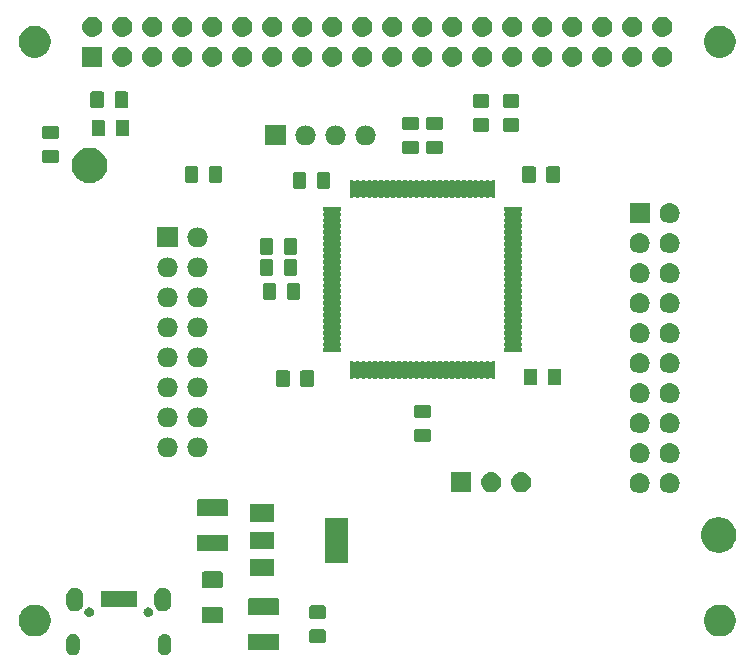
<source format=gbr>
G04 #@! TF.GenerationSoftware,KiCad,Pcbnew,(5.0.2)-1*
G04 #@! TF.CreationDate,2019-10-09T17:47:12-04:00*
G04 #@! TF.ProjectId,RPI_PSOC5,5250495f-5053-44f4-9335-2e6b69636164,X1*
G04 #@! TF.SameCoordinates,Original*
G04 #@! TF.FileFunction,Soldermask,Top*
G04 #@! TF.FilePolarity,Negative*
%FSLAX46Y46*%
G04 Gerber Fmt 4.6, Leading zero omitted, Abs format (unit mm)*
G04 Created by KiCad (PCBNEW (5.0.2)-1) date 10/9/2019 5:47:12 PM*
%MOMM*%
%LPD*%
G01*
G04 APERTURE LIST*
%ADD10C,0.150000*%
G04 APERTURE END LIST*
D10*
G36*
X6837715Y-53636319D02*
X6837718Y-53636320D01*
X6837719Y-53636320D01*
X6946107Y-53669199D01*
X6946109Y-53669200D01*
X7045999Y-53722593D01*
X7070909Y-53743036D01*
X7133554Y-53794446D01*
X7179145Y-53850000D01*
X7205409Y-53882003D01*
X7258800Y-53981890D01*
X7291681Y-54090284D01*
X7300000Y-54174750D01*
X7300000Y-54881250D01*
X7291681Y-54965716D01*
X7291680Y-54965719D01*
X7291680Y-54965720D01*
X7273032Y-55027196D01*
X7258800Y-55074110D01*
X7205407Y-55174000D01*
X7133554Y-55261554D01*
X7046000Y-55333407D01*
X7045998Y-55333408D01*
X6946108Y-55386801D01*
X6837720Y-55419680D01*
X6837719Y-55419680D01*
X6837716Y-55419681D01*
X6725000Y-55430782D01*
X6612285Y-55419681D01*
X6612282Y-55419680D01*
X6612281Y-55419680D01*
X6503893Y-55386801D01*
X6404003Y-55333408D01*
X6404001Y-55333407D01*
X6316447Y-55261554D01*
X6244593Y-55174000D01*
X6191200Y-55074110D01*
X6176969Y-55027196D01*
X6158320Y-54965720D01*
X6158320Y-54965719D01*
X6158319Y-54965716D01*
X6150000Y-54881250D01*
X6150000Y-54174751D01*
X6158319Y-54090285D01*
X6158320Y-54090281D01*
X6191199Y-53981893D01*
X6244592Y-53882003D01*
X6244593Y-53882001D01*
X6305137Y-53808227D01*
X6316446Y-53794446D01*
X6404002Y-53722592D01*
X6404001Y-53722592D01*
X6404003Y-53722591D01*
X6503890Y-53669200D01*
X6503892Y-53669199D01*
X6612280Y-53636320D01*
X6612281Y-53636320D01*
X6612284Y-53636319D01*
X6725000Y-53625218D01*
X6837715Y-53636319D01*
X6837715Y-53636319D01*
G37*
G36*
X14587715Y-53636319D02*
X14587718Y-53636320D01*
X14587719Y-53636320D01*
X14696107Y-53669199D01*
X14696109Y-53669200D01*
X14795999Y-53722593D01*
X14820909Y-53743036D01*
X14883554Y-53794446D01*
X14929145Y-53850000D01*
X14955409Y-53882003D01*
X15008800Y-53981890D01*
X15041681Y-54090284D01*
X15050000Y-54174750D01*
X15050000Y-54881250D01*
X15041681Y-54965716D01*
X15041680Y-54965719D01*
X15041680Y-54965720D01*
X15023032Y-55027196D01*
X15008800Y-55074110D01*
X14955407Y-55174000D01*
X14883554Y-55261554D01*
X14796000Y-55333407D01*
X14795998Y-55333408D01*
X14696108Y-55386801D01*
X14587720Y-55419680D01*
X14587719Y-55419680D01*
X14587716Y-55419681D01*
X14475000Y-55430782D01*
X14362285Y-55419681D01*
X14362282Y-55419680D01*
X14362281Y-55419680D01*
X14253893Y-55386801D01*
X14154003Y-55333408D01*
X14154001Y-55333407D01*
X14066447Y-55261554D01*
X13994593Y-55174000D01*
X13941200Y-55074110D01*
X13926969Y-55027196D01*
X13908320Y-54965720D01*
X13908320Y-54965719D01*
X13908319Y-54965716D01*
X13900000Y-54881250D01*
X13900000Y-54174751D01*
X13908319Y-54090285D01*
X13908320Y-54090281D01*
X13941199Y-53981893D01*
X13994592Y-53882003D01*
X13994593Y-53882001D01*
X14055137Y-53808227D01*
X14066446Y-53794446D01*
X14154002Y-53722592D01*
X14154001Y-53722592D01*
X14154003Y-53722591D01*
X14253890Y-53669200D01*
X14253892Y-53669199D01*
X14362280Y-53636320D01*
X14362281Y-53636320D01*
X14362284Y-53636319D01*
X14475000Y-53625218D01*
X14587715Y-53636319D01*
X14587715Y-53636319D01*
G37*
G36*
X24048964Y-53610837D02*
X24080528Y-53620412D01*
X24109617Y-53635960D01*
X24135114Y-53656886D01*
X24156040Y-53682383D01*
X24171588Y-53711472D01*
X24181163Y-53743036D01*
X24185000Y-53781998D01*
X24185000Y-54857002D01*
X24181163Y-54895964D01*
X24171588Y-54927528D01*
X24156040Y-54956617D01*
X24135114Y-54982114D01*
X24109617Y-55003040D01*
X24080528Y-55018588D01*
X24048964Y-55028163D01*
X24010002Y-55032000D01*
X21709998Y-55032000D01*
X21671036Y-55028163D01*
X21639472Y-55018588D01*
X21610383Y-55003040D01*
X21584886Y-54982114D01*
X21563960Y-54956617D01*
X21548412Y-54927528D01*
X21538837Y-54895964D01*
X21535000Y-54857002D01*
X21535000Y-53781998D01*
X21538837Y-53743036D01*
X21548412Y-53711472D01*
X21563960Y-53682383D01*
X21584886Y-53656886D01*
X21610383Y-53635960D01*
X21639472Y-53620412D01*
X21671036Y-53610837D01*
X21709998Y-53607000D01*
X24010002Y-53607000D01*
X24048964Y-53610837D01*
X24048964Y-53610837D01*
G37*
G36*
X27987522Y-53266039D02*
X28021053Y-53276211D01*
X28051960Y-53292731D01*
X28079043Y-53314957D01*
X28101269Y-53342040D01*
X28117789Y-53372947D01*
X28127961Y-53406478D01*
X28132000Y-53447487D01*
X28132000Y-54226513D01*
X28127961Y-54267522D01*
X28117789Y-54301053D01*
X28101269Y-54331960D01*
X28079043Y-54359043D01*
X28051960Y-54381269D01*
X28021053Y-54397789D01*
X27987522Y-54407961D01*
X27946513Y-54412000D01*
X26917487Y-54412000D01*
X26876478Y-54407961D01*
X26842947Y-54397789D01*
X26812040Y-54381269D01*
X26784957Y-54359043D01*
X26762731Y-54331960D01*
X26746211Y-54301053D01*
X26736039Y-54267522D01*
X26732000Y-54226513D01*
X26732000Y-53447487D01*
X26736039Y-53406478D01*
X26746211Y-53372947D01*
X26762731Y-53342040D01*
X26784957Y-53314957D01*
X26812040Y-53292731D01*
X26842947Y-53276211D01*
X26876478Y-53266039D01*
X26917487Y-53262000D01*
X27946513Y-53262000D01*
X27987522Y-53266039D01*
X27987522Y-53266039D01*
G37*
G36*
X3893778Y-51201879D02*
X4139466Y-51303646D01*
X4360578Y-51451389D01*
X4548611Y-51639422D01*
X4696354Y-51860534D01*
X4798121Y-52106222D01*
X4850000Y-52367035D01*
X4850000Y-52632965D01*
X4798121Y-52893778D01*
X4696354Y-53139466D01*
X4548611Y-53360578D01*
X4360578Y-53548611D01*
X4139466Y-53696354D01*
X3893778Y-53798121D01*
X3632965Y-53850000D01*
X3367035Y-53850000D01*
X3106222Y-53798121D01*
X2860534Y-53696354D01*
X2639422Y-53548611D01*
X2451389Y-53360578D01*
X2303646Y-53139466D01*
X2201879Y-52893778D01*
X2150000Y-52632965D01*
X2150000Y-52367035D01*
X2201879Y-52106222D01*
X2303646Y-51860534D01*
X2451389Y-51639422D01*
X2639422Y-51451389D01*
X2860534Y-51303646D01*
X3106222Y-51201879D01*
X3367035Y-51150000D01*
X3632965Y-51150000D01*
X3893778Y-51201879D01*
X3893778Y-51201879D01*
G37*
G36*
X61893778Y-51201879D02*
X62139466Y-51303646D01*
X62360578Y-51451389D01*
X62548611Y-51639422D01*
X62696354Y-51860534D01*
X62798121Y-52106222D01*
X62850000Y-52367035D01*
X62850000Y-52632965D01*
X62798121Y-52893778D01*
X62696354Y-53139466D01*
X62548611Y-53360578D01*
X62360578Y-53548611D01*
X62139466Y-53696354D01*
X61893778Y-53798121D01*
X61632965Y-53850000D01*
X61367035Y-53850000D01*
X61106222Y-53798121D01*
X60860534Y-53696354D01*
X60639422Y-53548611D01*
X60451389Y-53360578D01*
X60303646Y-53139466D01*
X60201879Y-52893778D01*
X60150000Y-52632965D01*
X60150000Y-52367035D01*
X60201879Y-52106222D01*
X60303646Y-51860534D01*
X60451389Y-51639422D01*
X60639422Y-51451389D01*
X60860534Y-51303646D01*
X61106222Y-51201879D01*
X61367035Y-51150000D01*
X61632965Y-51150000D01*
X61893778Y-51201879D01*
X61893778Y-51201879D01*
G37*
G36*
X19280964Y-51324837D02*
X19312528Y-51334412D01*
X19341617Y-51349960D01*
X19367114Y-51370886D01*
X19388040Y-51396383D01*
X19403588Y-51425472D01*
X19413163Y-51457036D01*
X19417000Y-51495998D01*
X19417000Y-52571002D01*
X19413163Y-52609964D01*
X19403588Y-52641528D01*
X19388040Y-52670617D01*
X19367114Y-52696114D01*
X19341617Y-52717040D01*
X19312528Y-52732588D01*
X19280964Y-52742163D01*
X19242002Y-52746000D01*
X17841998Y-52746000D01*
X17803036Y-52742163D01*
X17771472Y-52732588D01*
X17742383Y-52717040D01*
X17716886Y-52696114D01*
X17695960Y-52670617D01*
X17680412Y-52641528D01*
X17670837Y-52609964D01*
X17667000Y-52571002D01*
X17667000Y-51495998D01*
X17670837Y-51457036D01*
X17680412Y-51425472D01*
X17695960Y-51396383D01*
X17716886Y-51370886D01*
X17742383Y-51349960D01*
X17771472Y-51334412D01*
X17803036Y-51324837D01*
X17841998Y-51321000D01*
X19242002Y-51321000D01*
X19280964Y-51324837D01*
X19280964Y-51324837D01*
G37*
G36*
X27987522Y-51216039D02*
X28021053Y-51226211D01*
X28051960Y-51242731D01*
X28079043Y-51264957D01*
X28101269Y-51292040D01*
X28117789Y-51322947D01*
X28127961Y-51356478D01*
X28132000Y-51397487D01*
X28132000Y-52176513D01*
X28127961Y-52217522D01*
X28117789Y-52251053D01*
X28101269Y-52281960D01*
X28079043Y-52309043D01*
X28051960Y-52331269D01*
X28021053Y-52347789D01*
X27987522Y-52357961D01*
X27946513Y-52362000D01*
X26917487Y-52362000D01*
X26876478Y-52357961D01*
X26842947Y-52347789D01*
X26812040Y-52331269D01*
X26784957Y-52309043D01*
X26762731Y-52281960D01*
X26746211Y-52251053D01*
X26736039Y-52217522D01*
X26732000Y-52176513D01*
X26732000Y-51397487D01*
X26736039Y-51356478D01*
X26746211Y-51322947D01*
X26762731Y-51292040D01*
X26784957Y-51264957D01*
X26812040Y-51242731D01*
X26842947Y-51226211D01*
X26876478Y-51216039D01*
X26917487Y-51212000D01*
X27946513Y-51212000D01*
X27987522Y-51216039D01*
X27987522Y-51216039D01*
G37*
G36*
X13178414Y-51383788D02*
X13253814Y-51406660D01*
X13323303Y-51443803D01*
X13384211Y-51493789D01*
X13434197Y-51554697D01*
X13471340Y-51624186D01*
X13494212Y-51699586D01*
X13501935Y-51778000D01*
X13494212Y-51856414D01*
X13471340Y-51931814D01*
X13434197Y-52001303D01*
X13384211Y-52062211D01*
X13323303Y-52112197D01*
X13253814Y-52149340D01*
X13178414Y-52172212D01*
X13119647Y-52178000D01*
X13080353Y-52178000D01*
X13021586Y-52172212D01*
X12946186Y-52149340D01*
X12876697Y-52112197D01*
X12815789Y-52062211D01*
X12765803Y-52001303D01*
X12728660Y-51931814D01*
X12705788Y-51856414D01*
X12698065Y-51778000D01*
X12705788Y-51699586D01*
X12728660Y-51624186D01*
X12765803Y-51554697D01*
X12815789Y-51493789D01*
X12876697Y-51443803D01*
X12946186Y-51406660D01*
X13021586Y-51383788D01*
X13080353Y-51378000D01*
X13119647Y-51378000D01*
X13178414Y-51383788D01*
X13178414Y-51383788D01*
G37*
G36*
X8178414Y-51383788D02*
X8253814Y-51406660D01*
X8323303Y-51443803D01*
X8384211Y-51493789D01*
X8434197Y-51554697D01*
X8471340Y-51624186D01*
X8494212Y-51699586D01*
X8501935Y-51778000D01*
X8494212Y-51856414D01*
X8471340Y-51931814D01*
X8434197Y-52001303D01*
X8384211Y-52062211D01*
X8323303Y-52112197D01*
X8253814Y-52149340D01*
X8178414Y-52172212D01*
X8119647Y-52178000D01*
X8080353Y-52178000D01*
X8021586Y-52172212D01*
X7946186Y-52149340D01*
X7876697Y-52112197D01*
X7815789Y-52062211D01*
X7765803Y-52001303D01*
X7728660Y-51931814D01*
X7705788Y-51856414D01*
X7698065Y-51778000D01*
X7705788Y-51699586D01*
X7728660Y-51624186D01*
X7765803Y-51554697D01*
X7815789Y-51493789D01*
X7876697Y-51443803D01*
X7946186Y-51406660D01*
X8021586Y-51383788D01*
X8080353Y-51378000D01*
X8119647Y-51378000D01*
X8178414Y-51383788D01*
X8178414Y-51383788D01*
G37*
G36*
X24048964Y-50635837D02*
X24080528Y-50645412D01*
X24109617Y-50660960D01*
X24135114Y-50681886D01*
X24156040Y-50707383D01*
X24171588Y-50736472D01*
X24181163Y-50768036D01*
X24185000Y-50806998D01*
X24185000Y-51882002D01*
X24181163Y-51920964D01*
X24171588Y-51952528D01*
X24156040Y-51981617D01*
X24135114Y-52007114D01*
X24109617Y-52028040D01*
X24080528Y-52043588D01*
X24048964Y-52053163D01*
X24010002Y-52057000D01*
X21709998Y-52057000D01*
X21671036Y-52053163D01*
X21639472Y-52043588D01*
X21610383Y-52028040D01*
X21584886Y-52007114D01*
X21563960Y-51981617D01*
X21548412Y-51952528D01*
X21538837Y-51920964D01*
X21535000Y-51882002D01*
X21535000Y-50806998D01*
X21538837Y-50768036D01*
X21548412Y-50736472D01*
X21563960Y-50707383D01*
X21584886Y-50681886D01*
X21610383Y-50660960D01*
X21639472Y-50645412D01*
X21671036Y-50635837D01*
X21709998Y-50632000D01*
X24010002Y-50632000D01*
X24048964Y-50635837D01*
X24048964Y-50635837D01*
G37*
G36*
X14467124Y-49738491D02*
X14558233Y-49766128D01*
X14603788Y-49779947D01*
X14729737Y-49847269D01*
X14840132Y-49937868D01*
X14930731Y-50048262D01*
X14998053Y-50174211D01*
X15011872Y-50219766D01*
X15039509Y-50310875D01*
X15050000Y-50417393D01*
X15050000Y-51038607D01*
X15039509Y-51145125D01*
X15014912Y-51226211D01*
X14998053Y-51281789D01*
X14930731Y-51407738D01*
X14840132Y-51518132D01*
X14729738Y-51608731D01*
X14603789Y-51676053D01*
X14558234Y-51689872D01*
X14467125Y-51717509D01*
X14372375Y-51726841D01*
X14325001Y-51731507D01*
X14325000Y-51731507D01*
X14182876Y-51717509D01*
X14091767Y-51689872D01*
X14046212Y-51676053D01*
X13920263Y-51608731D01*
X13809869Y-51518132D01*
X13719272Y-51407740D01*
X13718695Y-51406661D01*
X13651947Y-51281788D01*
X13610491Y-51145125D01*
X13600000Y-51038607D01*
X13600000Y-50417394D01*
X13610491Y-50310876D01*
X13651947Y-50174213D01*
X13651947Y-50174212D01*
X13719269Y-50048263D01*
X13809868Y-49937868D01*
X13920262Y-49847269D01*
X14046211Y-49779947D01*
X14091766Y-49766128D01*
X14182875Y-49738491D01*
X14280590Y-49728867D01*
X14324999Y-49724493D01*
X14325000Y-49724493D01*
X14467124Y-49738491D01*
X14467124Y-49738491D01*
G37*
G36*
X7017124Y-49738491D02*
X7108233Y-49766128D01*
X7153788Y-49779947D01*
X7279737Y-49847269D01*
X7390132Y-49937868D01*
X7480731Y-50048262D01*
X7548053Y-50174211D01*
X7561872Y-50219766D01*
X7589509Y-50310875D01*
X7600000Y-50417393D01*
X7600000Y-51038607D01*
X7589509Y-51145125D01*
X7564912Y-51226211D01*
X7548053Y-51281789D01*
X7480731Y-51407738D01*
X7390132Y-51518132D01*
X7279738Y-51608731D01*
X7153789Y-51676053D01*
X7108234Y-51689872D01*
X7017125Y-51717509D01*
X6922375Y-51726841D01*
X6875001Y-51731507D01*
X6875000Y-51731507D01*
X6732876Y-51717509D01*
X6641767Y-51689872D01*
X6596212Y-51676053D01*
X6470263Y-51608731D01*
X6359869Y-51518132D01*
X6269272Y-51407740D01*
X6268695Y-51406661D01*
X6201947Y-51281788D01*
X6160491Y-51145125D01*
X6150000Y-51038607D01*
X6150000Y-50417394D01*
X6160491Y-50310876D01*
X6201947Y-50174213D01*
X6201947Y-50174212D01*
X6269269Y-50048263D01*
X6359868Y-49937868D01*
X6470262Y-49847269D01*
X6596211Y-49779947D01*
X6641766Y-49766128D01*
X6732875Y-49738491D01*
X6830590Y-49728867D01*
X6874999Y-49724493D01*
X6875000Y-49724493D01*
X7017124Y-49738491D01*
X7017124Y-49738491D01*
G37*
G36*
X12125000Y-51328000D02*
X9075000Y-51328000D01*
X9075000Y-50028000D01*
X12125000Y-50028000D01*
X12125000Y-51328000D01*
X12125000Y-51328000D01*
G37*
G36*
X19280964Y-48349837D02*
X19312528Y-48359412D01*
X19341617Y-48374960D01*
X19367114Y-48395886D01*
X19388040Y-48421383D01*
X19403588Y-48450472D01*
X19413163Y-48482036D01*
X19417000Y-48520998D01*
X19417000Y-49596002D01*
X19413163Y-49634964D01*
X19403588Y-49666528D01*
X19388040Y-49695617D01*
X19367114Y-49721114D01*
X19341617Y-49742040D01*
X19312528Y-49757588D01*
X19280964Y-49767163D01*
X19242002Y-49771000D01*
X17841998Y-49771000D01*
X17803036Y-49767163D01*
X17771472Y-49757588D01*
X17742383Y-49742040D01*
X17716886Y-49721114D01*
X17695960Y-49695617D01*
X17680412Y-49666528D01*
X17670837Y-49634964D01*
X17667000Y-49596002D01*
X17667000Y-48520998D01*
X17670837Y-48482036D01*
X17680412Y-48450472D01*
X17695960Y-48421383D01*
X17716886Y-48395886D01*
X17742383Y-48374960D01*
X17771472Y-48359412D01*
X17803036Y-48349837D01*
X17841998Y-48346000D01*
X19242002Y-48346000D01*
X19280964Y-48349837D01*
X19280964Y-48349837D01*
G37*
G36*
X23758000Y-48770000D02*
X21758000Y-48770000D01*
X21758000Y-47270000D01*
X23758000Y-47270000D01*
X23758000Y-48770000D01*
X23758000Y-48770000D01*
G37*
G36*
X30058000Y-47620000D02*
X28058000Y-47620000D01*
X28058000Y-43820000D01*
X30058000Y-43820000D01*
X30058000Y-47620000D01*
X30058000Y-47620000D01*
G37*
G36*
X61746935Y-43806429D02*
X61843534Y-43825644D01*
X62116517Y-43938717D01*
X62358920Y-44100687D01*
X62362197Y-44102876D01*
X62571124Y-44311803D01*
X62735284Y-44557485D01*
X62848356Y-44830467D01*
X62906000Y-45120261D01*
X62906000Y-45415739D01*
X62848356Y-45705533D01*
X62735284Y-45978515D01*
X62571124Y-46224197D01*
X62362197Y-46433124D01*
X62362194Y-46433126D01*
X62116517Y-46597283D01*
X62116516Y-46597284D01*
X62116515Y-46597284D01*
X62036560Y-46630402D01*
X61843534Y-46710356D01*
X61746935Y-46729571D01*
X61553739Y-46768000D01*
X61258261Y-46768000D01*
X61065065Y-46729571D01*
X60968466Y-46710356D01*
X60775440Y-46630402D01*
X60695485Y-46597284D01*
X60695484Y-46597284D01*
X60695483Y-46597283D01*
X60449806Y-46433126D01*
X60449803Y-46433124D01*
X60240876Y-46224197D01*
X60076716Y-45978515D01*
X59963644Y-45705533D01*
X59906000Y-45415739D01*
X59906000Y-45120261D01*
X59963644Y-44830467D01*
X60076716Y-44557485D01*
X60240876Y-44311803D01*
X60449803Y-44102876D01*
X60453080Y-44100687D01*
X60695483Y-43938717D01*
X60968466Y-43825644D01*
X61065065Y-43806429D01*
X61258261Y-43768000D01*
X61553739Y-43768000D01*
X61746935Y-43806429D01*
X61746935Y-43806429D01*
G37*
G36*
X19730964Y-45228837D02*
X19762528Y-45238412D01*
X19791617Y-45253960D01*
X19817114Y-45274886D01*
X19838040Y-45300383D01*
X19853588Y-45329472D01*
X19863163Y-45361036D01*
X19867000Y-45399998D01*
X19867000Y-46475002D01*
X19863163Y-46513964D01*
X19853588Y-46545528D01*
X19838040Y-46574617D01*
X19817114Y-46600114D01*
X19791617Y-46621040D01*
X19762528Y-46636588D01*
X19730964Y-46646163D01*
X19692002Y-46650000D01*
X17391998Y-46650000D01*
X17353036Y-46646163D01*
X17321472Y-46636588D01*
X17292383Y-46621040D01*
X17266886Y-46600114D01*
X17245960Y-46574617D01*
X17230412Y-46545528D01*
X17220837Y-46513964D01*
X17217000Y-46475002D01*
X17217000Y-45399998D01*
X17220837Y-45361036D01*
X17230412Y-45329472D01*
X17245960Y-45300383D01*
X17266886Y-45274886D01*
X17292383Y-45253960D01*
X17321472Y-45238412D01*
X17353036Y-45228837D01*
X17391998Y-45225000D01*
X19692002Y-45225000D01*
X19730964Y-45228837D01*
X19730964Y-45228837D01*
G37*
G36*
X23758000Y-46470000D02*
X21758000Y-46470000D01*
X21758000Y-44970000D01*
X23758000Y-44970000D01*
X23758000Y-46470000D01*
X23758000Y-46470000D01*
G37*
G36*
X23758000Y-44170000D02*
X21758000Y-44170000D01*
X21758000Y-42670000D01*
X23758000Y-42670000D01*
X23758000Y-44170000D01*
X23758000Y-44170000D01*
G37*
G36*
X19730964Y-42253837D02*
X19762528Y-42263412D01*
X19791617Y-42278960D01*
X19817114Y-42299886D01*
X19838040Y-42325383D01*
X19853588Y-42354472D01*
X19863163Y-42386036D01*
X19867000Y-42424998D01*
X19867000Y-43500002D01*
X19863163Y-43538964D01*
X19853588Y-43570528D01*
X19838040Y-43599617D01*
X19817114Y-43625114D01*
X19791617Y-43646040D01*
X19762528Y-43661588D01*
X19730964Y-43671163D01*
X19692002Y-43675000D01*
X17391998Y-43675000D01*
X17353036Y-43671163D01*
X17321472Y-43661588D01*
X17292383Y-43646040D01*
X17266886Y-43625114D01*
X17245960Y-43599617D01*
X17230412Y-43570528D01*
X17220837Y-43538964D01*
X17217000Y-43500002D01*
X17217000Y-42424998D01*
X17220837Y-42386036D01*
X17230412Y-42354472D01*
X17245960Y-42325383D01*
X17266886Y-42299886D01*
X17292383Y-42278960D01*
X17321472Y-42263412D01*
X17353036Y-42253837D01*
X17391998Y-42250000D01*
X19692002Y-42250000D01*
X19730964Y-42253837D01*
X19730964Y-42253837D01*
G37*
G36*
X57410373Y-40034891D02*
X57570598Y-40083495D01*
X57718263Y-40162423D01*
X57847692Y-40268643D01*
X57953912Y-40398072D01*
X58032840Y-40545737D01*
X58081444Y-40705962D01*
X58097855Y-40872592D01*
X58081444Y-41039222D01*
X58032840Y-41199447D01*
X57953912Y-41347112D01*
X57847692Y-41476541D01*
X57718263Y-41582761D01*
X57570598Y-41661689D01*
X57410373Y-41710293D01*
X57285495Y-41722592D01*
X57201991Y-41722592D01*
X57077113Y-41710293D01*
X56916888Y-41661689D01*
X56769223Y-41582761D01*
X56639794Y-41476541D01*
X56533574Y-41347112D01*
X56454646Y-41199447D01*
X56406042Y-41039222D01*
X56389631Y-40872592D01*
X56406042Y-40705962D01*
X56454646Y-40545737D01*
X56533574Y-40398072D01*
X56639794Y-40268643D01*
X56769223Y-40162423D01*
X56916888Y-40083495D01*
X57077113Y-40034891D01*
X57201991Y-40022592D01*
X57285495Y-40022592D01*
X57410373Y-40034891D01*
X57410373Y-40034891D01*
G37*
G36*
X54870373Y-40034891D02*
X55030598Y-40083495D01*
X55178263Y-40162423D01*
X55307692Y-40268643D01*
X55413912Y-40398072D01*
X55492840Y-40545737D01*
X55541444Y-40705962D01*
X55557855Y-40872592D01*
X55541444Y-41039222D01*
X55492840Y-41199447D01*
X55413912Y-41347112D01*
X55307692Y-41476541D01*
X55178263Y-41582761D01*
X55030598Y-41661689D01*
X54870373Y-41710293D01*
X54745495Y-41722592D01*
X54661991Y-41722592D01*
X54537113Y-41710293D01*
X54376888Y-41661689D01*
X54229223Y-41582761D01*
X54099794Y-41476541D01*
X53993574Y-41347112D01*
X53914646Y-41199447D01*
X53866042Y-41039222D01*
X53849631Y-40872592D01*
X53866042Y-40705962D01*
X53914646Y-40545737D01*
X53993574Y-40398072D01*
X54099794Y-40268643D01*
X54229223Y-40162423D01*
X54376888Y-40083495D01*
X54537113Y-40034891D01*
X54661991Y-40022592D01*
X54745495Y-40022592D01*
X54870373Y-40034891D01*
X54870373Y-40034891D01*
G37*
G36*
X44846630Y-39962299D02*
X45006855Y-40010903D01*
X45154520Y-40089831D01*
X45283949Y-40196051D01*
X45390169Y-40325480D01*
X45469097Y-40473145D01*
X45517701Y-40633370D01*
X45534112Y-40800000D01*
X45517701Y-40966630D01*
X45469097Y-41126855D01*
X45390169Y-41274520D01*
X45283949Y-41403949D01*
X45154520Y-41510169D01*
X45006855Y-41589097D01*
X44846630Y-41637701D01*
X44721752Y-41650000D01*
X44638248Y-41650000D01*
X44513370Y-41637701D01*
X44353145Y-41589097D01*
X44205480Y-41510169D01*
X44076051Y-41403949D01*
X43969831Y-41274520D01*
X43890903Y-41126855D01*
X43842299Y-40966630D01*
X43825888Y-40800000D01*
X43842299Y-40633370D01*
X43890903Y-40473145D01*
X43969831Y-40325480D01*
X44076051Y-40196051D01*
X44205480Y-40089831D01*
X44353145Y-40010903D01*
X44513370Y-39962299D01*
X44638248Y-39950000D01*
X44721752Y-39950000D01*
X44846630Y-39962299D01*
X44846630Y-39962299D01*
G37*
G36*
X40450000Y-41650000D02*
X38750000Y-41650000D01*
X38750000Y-39950000D01*
X40450000Y-39950000D01*
X40450000Y-41650000D01*
X40450000Y-41650000D01*
G37*
G36*
X42306630Y-39962299D02*
X42466855Y-40010903D01*
X42614520Y-40089831D01*
X42743949Y-40196051D01*
X42850169Y-40325480D01*
X42929097Y-40473145D01*
X42977701Y-40633370D01*
X42994112Y-40800000D01*
X42977701Y-40966630D01*
X42929097Y-41126855D01*
X42850169Y-41274520D01*
X42743949Y-41403949D01*
X42614520Y-41510169D01*
X42466855Y-41589097D01*
X42306630Y-41637701D01*
X42181752Y-41650000D01*
X42098248Y-41650000D01*
X41973370Y-41637701D01*
X41813145Y-41589097D01*
X41665480Y-41510169D01*
X41536051Y-41403949D01*
X41429831Y-41274520D01*
X41350903Y-41126855D01*
X41302299Y-40966630D01*
X41285888Y-40800000D01*
X41302299Y-40633370D01*
X41350903Y-40473145D01*
X41429831Y-40325480D01*
X41536051Y-40196051D01*
X41665480Y-40089831D01*
X41813145Y-40010903D01*
X41973370Y-39962299D01*
X42098248Y-39950000D01*
X42181752Y-39950000D01*
X42306630Y-39962299D01*
X42306630Y-39962299D01*
G37*
G36*
X57410373Y-37494891D02*
X57570598Y-37543495D01*
X57718263Y-37622423D01*
X57847692Y-37728643D01*
X57953912Y-37858072D01*
X58032840Y-38005737D01*
X58081444Y-38165962D01*
X58097855Y-38332592D01*
X58081444Y-38499222D01*
X58032840Y-38659447D01*
X57953912Y-38807112D01*
X57847692Y-38936541D01*
X57718263Y-39042761D01*
X57570598Y-39121689D01*
X57410373Y-39170293D01*
X57285495Y-39182592D01*
X57201991Y-39182592D01*
X57077113Y-39170293D01*
X56916888Y-39121689D01*
X56769223Y-39042761D01*
X56639794Y-38936541D01*
X56533574Y-38807112D01*
X56454646Y-38659447D01*
X56406042Y-38499222D01*
X56389631Y-38332592D01*
X56406042Y-38165962D01*
X56454646Y-38005737D01*
X56533574Y-37858072D01*
X56639794Y-37728643D01*
X56769223Y-37622423D01*
X56916888Y-37543495D01*
X57077113Y-37494891D01*
X57201991Y-37482592D01*
X57285495Y-37482592D01*
X57410373Y-37494891D01*
X57410373Y-37494891D01*
G37*
G36*
X54870373Y-37494891D02*
X55030598Y-37543495D01*
X55178263Y-37622423D01*
X55307692Y-37728643D01*
X55413912Y-37858072D01*
X55492840Y-38005737D01*
X55541444Y-38165962D01*
X55557855Y-38332592D01*
X55541444Y-38499222D01*
X55492840Y-38659447D01*
X55413912Y-38807112D01*
X55307692Y-38936541D01*
X55178263Y-39042761D01*
X55030598Y-39121689D01*
X54870373Y-39170293D01*
X54745495Y-39182592D01*
X54661991Y-39182592D01*
X54537113Y-39170293D01*
X54376888Y-39121689D01*
X54229223Y-39042761D01*
X54099794Y-38936541D01*
X53993574Y-38807112D01*
X53914646Y-38659447D01*
X53866042Y-38499222D01*
X53849631Y-38332592D01*
X53866042Y-38165962D01*
X53914646Y-38005737D01*
X53993574Y-37858072D01*
X54099794Y-37728643D01*
X54229223Y-37622423D01*
X54376888Y-37543495D01*
X54537113Y-37494891D01*
X54661991Y-37482592D01*
X54745495Y-37482592D01*
X54870373Y-37494891D01*
X54870373Y-37494891D01*
G37*
G36*
X14898630Y-37008299D02*
X15058855Y-37056903D01*
X15206520Y-37135831D01*
X15335949Y-37242051D01*
X15442169Y-37371480D01*
X15521097Y-37519145D01*
X15569701Y-37679370D01*
X15586112Y-37846000D01*
X15569701Y-38012630D01*
X15521097Y-38172855D01*
X15442169Y-38320520D01*
X15335949Y-38449949D01*
X15206520Y-38556169D01*
X15058855Y-38635097D01*
X14898630Y-38683701D01*
X14773752Y-38696000D01*
X14690248Y-38696000D01*
X14565370Y-38683701D01*
X14405145Y-38635097D01*
X14257480Y-38556169D01*
X14128051Y-38449949D01*
X14021831Y-38320520D01*
X13942903Y-38172855D01*
X13894299Y-38012630D01*
X13877888Y-37846000D01*
X13894299Y-37679370D01*
X13942903Y-37519145D01*
X14021831Y-37371480D01*
X14128051Y-37242051D01*
X14257480Y-37135831D01*
X14405145Y-37056903D01*
X14565370Y-37008299D01*
X14690248Y-36996000D01*
X14773752Y-36996000D01*
X14898630Y-37008299D01*
X14898630Y-37008299D01*
G37*
G36*
X17438630Y-37008299D02*
X17598855Y-37056903D01*
X17746520Y-37135831D01*
X17875949Y-37242051D01*
X17982169Y-37371480D01*
X18061097Y-37519145D01*
X18109701Y-37679370D01*
X18126112Y-37846000D01*
X18109701Y-38012630D01*
X18061097Y-38172855D01*
X17982169Y-38320520D01*
X17875949Y-38449949D01*
X17746520Y-38556169D01*
X17598855Y-38635097D01*
X17438630Y-38683701D01*
X17313752Y-38696000D01*
X17230248Y-38696000D01*
X17105370Y-38683701D01*
X16945145Y-38635097D01*
X16797480Y-38556169D01*
X16668051Y-38449949D01*
X16561831Y-38320520D01*
X16482903Y-38172855D01*
X16434299Y-38012630D01*
X16417888Y-37846000D01*
X16434299Y-37679370D01*
X16482903Y-37519145D01*
X16561831Y-37371480D01*
X16668051Y-37242051D01*
X16797480Y-37135831D01*
X16945145Y-37056903D01*
X17105370Y-37008299D01*
X17230248Y-36996000D01*
X17313752Y-36996000D01*
X17438630Y-37008299D01*
X17438630Y-37008299D01*
G37*
G36*
X36877522Y-36268039D02*
X36911053Y-36278211D01*
X36941960Y-36294731D01*
X36969043Y-36316957D01*
X36991269Y-36344040D01*
X37007789Y-36374947D01*
X37017961Y-36408478D01*
X37022000Y-36449487D01*
X37022000Y-37228513D01*
X37017961Y-37269522D01*
X37007789Y-37303053D01*
X36991269Y-37333960D01*
X36969043Y-37361043D01*
X36941960Y-37383269D01*
X36911053Y-37399789D01*
X36877522Y-37409961D01*
X36836513Y-37414000D01*
X35807487Y-37414000D01*
X35766478Y-37409961D01*
X35732947Y-37399789D01*
X35702040Y-37383269D01*
X35674957Y-37361043D01*
X35652731Y-37333960D01*
X35636211Y-37303053D01*
X35626039Y-37269522D01*
X35622000Y-37228513D01*
X35622000Y-36449487D01*
X35626039Y-36408478D01*
X35636211Y-36374947D01*
X35652731Y-36344040D01*
X35674957Y-36316957D01*
X35702040Y-36294731D01*
X35732947Y-36278211D01*
X35766478Y-36268039D01*
X35807487Y-36264000D01*
X36836513Y-36264000D01*
X36877522Y-36268039D01*
X36877522Y-36268039D01*
G37*
G36*
X54870373Y-34954891D02*
X55030598Y-35003495D01*
X55178263Y-35082423D01*
X55307692Y-35188643D01*
X55413912Y-35318072D01*
X55492840Y-35465737D01*
X55541444Y-35625962D01*
X55557855Y-35792592D01*
X55541444Y-35959222D01*
X55492840Y-36119447D01*
X55413912Y-36267112D01*
X55307692Y-36396541D01*
X55178263Y-36502761D01*
X55030598Y-36581689D01*
X54870373Y-36630293D01*
X54745495Y-36642592D01*
X54661991Y-36642592D01*
X54537113Y-36630293D01*
X54376888Y-36581689D01*
X54229223Y-36502761D01*
X54099794Y-36396541D01*
X53993574Y-36267112D01*
X53914646Y-36119447D01*
X53866042Y-35959222D01*
X53849631Y-35792592D01*
X53866042Y-35625962D01*
X53914646Y-35465737D01*
X53993574Y-35318072D01*
X54099794Y-35188643D01*
X54229223Y-35082423D01*
X54376888Y-35003495D01*
X54537113Y-34954891D01*
X54661991Y-34942592D01*
X54745495Y-34942592D01*
X54870373Y-34954891D01*
X54870373Y-34954891D01*
G37*
G36*
X57410373Y-34954891D02*
X57570598Y-35003495D01*
X57718263Y-35082423D01*
X57847692Y-35188643D01*
X57953912Y-35318072D01*
X58032840Y-35465737D01*
X58081444Y-35625962D01*
X58097855Y-35792592D01*
X58081444Y-35959222D01*
X58032840Y-36119447D01*
X57953912Y-36267112D01*
X57847692Y-36396541D01*
X57718263Y-36502761D01*
X57570598Y-36581689D01*
X57410373Y-36630293D01*
X57285495Y-36642592D01*
X57201991Y-36642592D01*
X57077113Y-36630293D01*
X56916888Y-36581689D01*
X56769223Y-36502761D01*
X56639794Y-36396541D01*
X56533574Y-36267112D01*
X56454646Y-36119447D01*
X56406042Y-35959222D01*
X56389631Y-35792592D01*
X56406042Y-35625962D01*
X56454646Y-35465737D01*
X56533574Y-35318072D01*
X56639794Y-35188643D01*
X56769223Y-35082423D01*
X56916888Y-35003495D01*
X57077113Y-34954891D01*
X57201991Y-34942592D01*
X57285495Y-34942592D01*
X57410373Y-34954891D01*
X57410373Y-34954891D01*
G37*
G36*
X14898630Y-34468299D02*
X15058855Y-34516903D01*
X15206520Y-34595831D01*
X15335949Y-34702051D01*
X15442169Y-34831480D01*
X15521097Y-34979145D01*
X15569701Y-35139370D01*
X15586112Y-35306000D01*
X15569701Y-35472630D01*
X15521097Y-35632855D01*
X15442169Y-35780520D01*
X15335949Y-35909949D01*
X15206520Y-36016169D01*
X15058855Y-36095097D01*
X14898630Y-36143701D01*
X14773752Y-36156000D01*
X14690248Y-36156000D01*
X14565370Y-36143701D01*
X14405145Y-36095097D01*
X14257480Y-36016169D01*
X14128051Y-35909949D01*
X14021831Y-35780520D01*
X13942903Y-35632855D01*
X13894299Y-35472630D01*
X13877888Y-35306000D01*
X13894299Y-35139370D01*
X13942903Y-34979145D01*
X14021831Y-34831480D01*
X14128051Y-34702051D01*
X14257480Y-34595831D01*
X14405145Y-34516903D01*
X14565370Y-34468299D01*
X14690248Y-34456000D01*
X14773752Y-34456000D01*
X14898630Y-34468299D01*
X14898630Y-34468299D01*
G37*
G36*
X17438630Y-34468299D02*
X17598855Y-34516903D01*
X17746520Y-34595831D01*
X17875949Y-34702051D01*
X17982169Y-34831480D01*
X18061097Y-34979145D01*
X18109701Y-35139370D01*
X18126112Y-35306000D01*
X18109701Y-35472630D01*
X18061097Y-35632855D01*
X17982169Y-35780520D01*
X17875949Y-35909949D01*
X17746520Y-36016169D01*
X17598855Y-36095097D01*
X17438630Y-36143701D01*
X17313752Y-36156000D01*
X17230248Y-36156000D01*
X17105370Y-36143701D01*
X16945145Y-36095097D01*
X16797480Y-36016169D01*
X16668051Y-35909949D01*
X16561831Y-35780520D01*
X16482903Y-35632855D01*
X16434299Y-35472630D01*
X16417888Y-35306000D01*
X16434299Y-35139370D01*
X16482903Y-34979145D01*
X16561831Y-34831480D01*
X16668051Y-34702051D01*
X16797480Y-34595831D01*
X16945145Y-34516903D01*
X17105370Y-34468299D01*
X17230248Y-34456000D01*
X17313752Y-34456000D01*
X17438630Y-34468299D01*
X17438630Y-34468299D01*
G37*
G36*
X36877522Y-34218039D02*
X36911053Y-34228211D01*
X36941960Y-34244731D01*
X36969043Y-34266957D01*
X36991269Y-34294040D01*
X37007789Y-34324947D01*
X37017961Y-34358478D01*
X37022000Y-34399487D01*
X37022000Y-35178513D01*
X37017961Y-35219522D01*
X37007789Y-35253053D01*
X36991269Y-35283960D01*
X36969043Y-35311043D01*
X36941960Y-35333269D01*
X36911053Y-35349789D01*
X36877522Y-35359961D01*
X36836513Y-35364000D01*
X35807487Y-35364000D01*
X35766478Y-35359961D01*
X35732947Y-35349789D01*
X35702040Y-35333269D01*
X35674957Y-35311043D01*
X35652731Y-35283960D01*
X35636211Y-35253053D01*
X35626039Y-35219522D01*
X35622000Y-35178513D01*
X35622000Y-34399487D01*
X35626039Y-34358478D01*
X35636211Y-34324947D01*
X35652731Y-34294040D01*
X35674957Y-34266957D01*
X35702040Y-34244731D01*
X35732947Y-34228211D01*
X35766478Y-34218039D01*
X35807487Y-34214000D01*
X36836513Y-34214000D01*
X36877522Y-34218039D01*
X36877522Y-34218039D01*
G37*
G36*
X57410373Y-32414891D02*
X57570598Y-32463495D01*
X57718263Y-32542423D01*
X57847692Y-32648643D01*
X57953912Y-32778072D01*
X58032840Y-32925737D01*
X58081444Y-33085962D01*
X58097855Y-33252592D01*
X58081444Y-33419222D01*
X58032840Y-33579447D01*
X57953912Y-33727112D01*
X57847692Y-33856541D01*
X57718263Y-33962761D01*
X57570598Y-34041689D01*
X57410373Y-34090293D01*
X57285495Y-34102592D01*
X57201991Y-34102592D01*
X57077113Y-34090293D01*
X56916888Y-34041689D01*
X56769223Y-33962761D01*
X56639794Y-33856541D01*
X56533574Y-33727112D01*
X56454646Y-33579447D01*
X56406042Y-33419222D01*
X56389631Y-33252592D01*
X56406042Y-33085962D01*
X56454646Y-32925737D01*
X56533574Y-32778072D01*
X56639794Y-32648643D01*
X56769223Y-32542423D01*
X56916888Y-32463495D01*
X57077113Y-32414891D01*
X57201991Y-32402592D01*
X57285495Y-32402592D01*
X57410373Y-32414891D01*
X57410373Y-32414891D01*
G37*
G36*
X54870373Y-32414891D02*
X55030598Y-32463495D01*
X55178263Y-32542423D01*
X55307692Y-32648643D01*
X55413912Y-32778072D01*
X55492840Y-32925737D01*
X55541444Y-33085962D01*
X55557855Y-33252592D01*
X55541444Y-33419222D01*
X55492840Y-33579447D01*
X55413912Y-33727112D01*
X55307692Y-33856541D01*
X55178263Y-33962761D01*
X55030598Y-34041689D01*
X54870373Y-34090293D01*
X54745495Y-34102592D01*
X54661991Y-34102592D01*
X54537113Y-34090293D01*
X54376888Y-34041689D01*
X54229223Y-33962761D01*
X54099794Y-33856541D01*
X53993574Y-33727112D01*
X53914646Y-33579447D01*
X53866042Y-33419222D01*
X53849631Y-33252592D01*
X53866042Y-33085962D01*
X53914646Y-32925737D01*
X53993574Y-32778072D01*
X54099794Y-32648643D01*
X54229223Y-32542423D01*
X54376888Y-32463495D01*
X54537113Y-32414891D01*
X54661991Y-32402592D01*
X54745495Y-32402592D01*
X54870373Y-32414891D01*
X54870373Y-32414891D01*
G37*
G36*
X14898630Y-31928299D02*
X15058855Y-31976903D01*
X15206520Y-32055831D01*
X15335949Y-32162051D01*
X15442169Y-32291480D01*
X15521097Y-32439145D01*
X15569701Y-32599370D01*
X15586112Y-32766000D01*
X15569701Y-32932630D01*
X15521097Y-33092855D01*
X15442169Y-33240520D01*
X15335949Y-33369949D01*
X15206520Y-33476169D01*
X15058855Y-33555097D01*
X14898630Y-33603701D01*
X14773752Y-33616000D01*
X14690248Y-33616000D01*
X14565370Y-33603701D01*
X14405145Y-33555097D01*
X14257480Y-33476169D01*
X14128051Y-33369949D01*
X14021831Y-33240520D01*
X13942903Y-33092855D01*
X13894299Y-32932630D01*
X13877888Y-32766000D01*
X13894299Y-32599370D01*
X13942903Y-32439145D01*
X14021831Y-32291480D01*
X14128051Y-32162051D01*
X14257480Y-32055831D01*
X14405145Y-31976903D01*
X14565370Y-31928299D01*
X14690248Y-31916000D01*
X14773752Y-31916000D01*
X14898630Y-31928299D01*
X14898630Y-31928299D01*
G37*
G36*
X17438630Y-31928299D02*
X17598855Y-31976903D01*
X17746520Y-32055831D01*
X17875949Y-32162051D01*
X17982169Y-32291480D01*
X18061097Y-32439145D01*
X18109701Y-32599370D01*
X18126112Y-32766000D01*
X18109701Y-32932630D01*
X18061097Y-33092855D01*
X17982169Y-33240520D01*
X17875949Y-33369949D01*
X17746520Y-33476169D01*
X17598855Y-33555097D01*
X17438630Y-33603701D01*
X17313752Y-33616000D01*
X17230248Y-33616000D01*
X17105370Y-33603701D01*
X16945145Y-33555097D01*
X16797480Y-33476169D01*
X16668051Y-33369949D01*
X16561831Y-33240520D01*
X16482903Y-33092855D01*
X16434299Y-32932630D01*
X16417888Y-32766000D01*
X16434299Y-32599370D01*
X16482903Y-32439145D01*
X16561831Y-32291480D01*
X16668051Y-32162051D01*
X16797480Y-32055831D01*
X16945145Y-31976903D01*
X17105370Y-31928299D01*
X17230248Y-31916000D01*
X17313752Y-31916000D01*
X17438630Y-31928299D01*
X17438630Y-31928299D01*
G37*
G36*
X26982522Y-31308039D02*
X27016053Y-31318211D01*
X27046960Y-31334731D01*
X27074043Y-31356957D01*
X27096269Y-31384040D01*
X27112789Y-31414947D01*
X27122961Y-31448478D01*
X27127000Y-31489487D01*
X27127000Y-32518513D01*
X27122961Y-32559522D01*
X27112789Y-32593053D01*
X27096269Y-32623960D01*
X27074043Y-32651043D01*
X27046960Y-32673269D01*
X27016053Y-32689789D01*
X26982522Y-32699961D01*
X26941513Y-32704000D01*
X26162487Y-32704000D01*
X26121478Y-32699961D01*
X26087947Y-32689789D01*
X26057040Y-32673269D01*
X26029957Y-32651043D01*
X26007731Y-32623960D01*
X25991211Y-32593053D01*
X25981039Y-32559522D01*
X25977000Y-32518513D01*
X25977000Y-31489487D01*
X25981039Y-31448478D01*
X25991211Y-31414947D01*
X26007731Y-31384040D01*
X26029957Y-31356957D01*
X26057040Y-31334731D01*
X26087947Y-31318211D01*
X26121478Y-31308039D01*
X26162487Y-31304000D01*
X26941513Y-31304000D01*
X26982522Y-31308039D01*
X26982522Y-31308039D01*
G37*
G36*
X24932522Y-31308039D02*
X24966053Y-31318211D01*
X24996960Y-31334731D01*
X25024043Y-31356957D01*
X25046269Y-31384040D01*
X25062789Y-31414947D01*
X25072961Y-31448478D01*
X25077000Y-31489487D01*
X25077000Y-32518513D01*
X25072961Y-32559522D01*
X25062789Y-32593053D01*
X25046269Y-32623960D01*
X25024043Y-32651043D01*
X24996960Y-32673269D01*
X24966053Y-32689789D01*
X24932522Y-32699961D01*
X24891513Y-32704000D01*
X24112487Y-32704000D01*
X24071478Y-32699961D01*
X24037947Y-32689789D01*
X24007040Y-32673269D01*
X23979957Y-32651043D01*
X23957731Y-32623960D01*
X23941211Y-32593053D01*
X23931039Y-32559522D01*
X23927000Y-32518513D01*
X23927000Y-31489487D01*
X23931039Y-31448478D01*
X23941211Y-31414947D01*
X23957731Y-31384040D01*
X23979957Y-31356957D01*
X24007040Y-31334731D01*
X24037947Y-31318211D01*
X24071478Y-31308039D01*
X24112487Y-31304000D01*
X24891513Y-31304000D01*
X24932522Y-31308039D01*
X24932522Y-31308039D01*
G37*
G36*
X45887522Y-31181039D02*
X45921053Y-31191211D01*
X45951960Y-31207731D01*
X45979043Y-31229957D01*
X46001269Y-31257040D01*
X46017789Y-31287947D01*
X46027961Y-31321478D01*
X46032000Y-31362487D01*
X46032000Y-32391513D01*
X46027961Y-32432522D01*
X46017789Y-32466053D01*
X46001269Y-32496960D01*
X45979043Y-32524043D01*
X45951960Y-32546269D01*
X45921053Y-32562789D01*
X45887522Y-32572961D01*
X45846513Y-32577000D01*
X45067487Y-32577000D01*
X45026478Y-32572961D01*
X44992947Y-32562789D01*
X44962040Y-32546269D01*
X44934957Y-32524043D01*
X44912731Y-32496960D01*
X44896211Y-32466053D01*
X44886039Y-32432522D01*
X44882000Y-32391513D01*
X44882000Y-31362487D01*
X44886039Y-31321478D01*
X44896211Y-31287947D01*
X44912731Y-31257040D01*
X44934957Y-31229957D01*
X44962040Y-31207731D01*
X44992947Y-31191211D01*
X45026478Y-31181039D01*
X45067487Y-31177000D01*
X45846513Y-31177000D01*
X45887522Y-31181039D01*
X45887522Y-31181039D01*
G37*
G36*
X47937522Y-31181039D02*
X47971053Y-31191211D01*
X48001960Y-31207731D01*
X48029043Y-31229957D01*
X48051269Y-31257040D01*
X48067789Y-31287947D01*
X48077961Y-31321478D01*
X48082000Y-31362487D01*
X48082000Y-32391513D01*
X48077961Y-32432522D01*
X48067789Y-32466053D01*
X48051269Y-32496960D01*
X48029043Y-32524043D01*
X48001960Y-32546269D01*
X47971053Y-32562789D01*
X47937522Y-32572961D01*
X47896513Y-32577000D01*
X47117487Y-32577000D01*
X47076478Y-32572961D01*
X47042947Y-32562789D01*
X47012040Y-32546269D01*
X46984957Y-32524043D01*
X46962731Y-32496960D01*
X46946211Y-32466053D01*
X46936039Y-32432522D01*
X46932000Y-32391513D01*
X46932000Y-31362487D01*
X46936039Y-31321478D01*
X46946211Y-31287947D01*
X46962731Y-31257040D01*
X46984957Y-31229957D01*
X47012040Y-31207731D01*
X47042947Y-31191211D01*
X47076478Y-31181039D01*
X47117487Y-31177000D01*
X47896513Y-31177000D01*
X47937522Y-31181039D01*
X47937522Y-31181039D01*
G37*
G36*
X30461818Y-30547833D02*
X30464053Y-30548511D01*
X30466107Y-30549609D01*
X30467911Y-30551089D01*
X30475374Y-30560183D01*
X30492701Y-30577510D01*
X30513076Y-30591123D01*
X30535715Y-30600501D01*
X30559749Y-30605281D01*
X30584253Y-30605281D01*
X30608286Y-30600500D01*
X30630925Y-30591123D01*
X30651300Y-30577509D01*
X30668626Y-30560183D01*
X30676089Y-30551089D01*
X30677893Y-30549609D01*
X30679947Y-30548511D01*
X30682182Y-30547833D01*
X30690640Y-30547000D01*
X30953360Y-30547000D01*
X30961818Y-30547833D01*
X30964053Y-30548511D01*
X30966107Y-30549609D01*
X30967911Y-30551089D01*
X30975374Y-30560183D01*
X30992701Y-30577510D01*
X31013076Y-30591123D01*
X31035715Y-30600501D01*
X31059749Y-30605281D01*
X31084253Y-30605281D01*
X31108286Y-30600500D01*
X31130925Y-30591123D01*
X31151300Y-30577509D01*
X31168626Y-30560183D01*
X31176089Y-30551089D01*
X31177893Y-30549609D01*
X31179947Y-30548511D01*
X31182182Y-30547833D01*
X31190640Y-30547000D01*
X31453360Y-30547000D01*
X31461818Y-30547833D01*
X31464053Y-30548511D01*
X31466107Y-30549609D01*
X31467911Y-30551089D01*
X31475374Y-30560183D01*
X31492701Y-30577510D01*
X31513076Y-30591123D01*
X31535715Y-30600501D01*
X31559749Y-30605281D01*
X31584253Y-30605281D01*
X31608286Y-30600500D01*
X31630925Y-30591123D01*
X31651300Y-30577509D01*
X31668626Y-30560183D01*
X31676089Y-30551089D01*
X31677893Y-30549609D01*
X31679947Y-30548511D01*
X31682182Y-30547833D01*
X31690640Y-30547000D01*
X31953360Y-30547000D01*
X31961818Y-30547833D01*
X31964053Y-30548511D01*
X31966107Y-30549609D01*
X31967911Y-30551089D01*
X31975374Y-30560183D01*
X31992701Y-30577510D01*
X32013076Y-30591123D01*
X32035715Y-30600501D01*
X32059749Y-30605281D01*
X32084253Y-30605281D01*
X32108286Y-30600500D01*
X32130925Y-30591123D01*
X32151300Y-30577509D01*
X32168626Y-30560183D01*
X32176089Y-30551089D01*
X32177893Y-30549609D01*
X32179947Y-30548511D01*
X32182182Y-30547833D01*
X32190640Y-30547000D01*
X32453360Y-30547000D01*
X32461818Y-30547833D01*
X32464053Y-30548511D01*
X32466107Y-30549609D01*
X32467911Y-30551089D01*
X32475374Y-30560183D01*
X32492701Y-30577510D01*
X32513076Y-30591123D01*
X32535715Y-30600501D01*
X32559749Y-30605281D01*
X32584253Y-30605281D01*
X32608286Y-30600500D01*
X32630925Y-30591123D01*
X32651300Y-30577509D01*
X32668626Y-30560183D01*
X32676089Y-30551089D01*
X32677893Y-30549609D01*
X32679947Y-30548511D01*
X32682182Y-30547833D01*
X32690640Y-30547000D01*
X32953360Y-30547000D01*
X32961818Y-30547833D01*
X32964053Y-30548511D01*
X32966107Y-30549609D01*
X32967911Y-30551089D01*
X32975374Y-30560183D01*
X32992701Y-30577510D01*
X33013076Y-30591123D01*
X33035715Y-30600501D01*
X33059749Y-30605281D01*
X33084253Y-30605281D01*
X33108286Y-30600500D01*
X33130925Y-30591123D01*
X33151300Y-30577509D01*
X33168626Y-30560183D01*
X33176089Y-30551089D01*
X33177893Y-30549609D01*
X33179947Y-30548511D01*
X33182182Y-30547833D01*
X33190640Y-30547000D01*
X33453360Y-30547000D01*
X33461818Y-30547833D01*
X33464053Y-30548511D01*
X33466107Y-30549609D01*
X33467911Y-30551089D01*
X33475374Y-30560183D01*
X33492701Y-30577510D01*
X33513076Y-30591123D01*
X33535715Y-30600501D01*
X33559749Y-30605281D01*
X33584253Y-30605281D01*
X33608286Y-30600500D01*
X33630925Y-30591123D01*
X33651300Y-30577509D01*
X33668626Y-30560183D01*
X33676089Y-30551089D01*
X33677893Y-30549609D01*
X33679947Y-30548511D01*
X33682182Y-30547833D01*
X33690640Y-30547000D01*
X33953360Y-30547000D01*
X33961818Y-30547833D01*
X33964053Y-30548511D01*
X33966107Y-30549609D01*
X33967911Y-30551089D01*
X33975374Y-30560183D01*
X33992701Y-30577510D01*
X34013076Y-30591123D01*
X34035715Y-30600501D01*
X34059749Y-30605281D01*
X34084253Y-30605281D01*
X34108286Y-30600500D01*
X34130925Y-30591123D01*
X34151300Y-30577509D01*
X34168626Y-30560183D01*
X34176089Y-30551089D01*
X34177893Y-30549609D01*
X34179947Y-30548511D01*
X34182182Y-30547833D01*
X34190640Y-30547000D01*
X34453360Y-30547000D01*
X34461818Y-30547833D01*
X34464053Y-30548511D01*
X34466107Y-30549609D01*
X34467911Y-30551089D01*
X34475374Y-30560183D01*
X34492701Y-30577510D01*
X34513076Y-30591123D01*
X34535715Y-30600501D01*
X34559749Y-30605281D01*
X34584253Y-30605281D01*
X34608286Y-30600500D01*
X34630925Y-30591123D01*
X34651300Y-30577509D01*
X34668626Y-30560183D01*
X34676089Y-30551089D01*
X34677893Y-30549609D01*
X34679947Y-30548511D01*
X34682182Y-30547833D01*
X34690640Y-30547000D01*
X34953360Y-30547000D01*
X34961818Y-30547833D01*
X34964053Y-30548511D01*
X34966107Y-30549609D01*
X34967911Y-30551089D01*
X34975374Y-30560183D01*
X34992701Y-30577510D01*
X35013076Y-30591123D01*
X35035715Y-30600501D01*
X35059749Y-30605281D01*
X35084253Y-30605281D01*
X35108286Y-30600500D01*
X35130925Y-30591123D01*
X35151300Y-30577509D01*
X35168626Y-30560183D01*
X35176089Y-30551089D01*
X35177893Y-30549609D01*
X35179947Y-30548511D01*
X35182182Y-30547833D01*
X35190640Y-30547000D01*
X35453360Y-30547000D01*
X35461818Y-30547833D01*
X35464053Y-30548511D01*
X35466107Y-30549609D01*
X35467911Y-30551089D01*
X35475374Y-30560183D01*
X35492701Y-30577510D01*
X35513076Y-30591123D01*
X35535715Y-30600501D01*
X35559749Y-30605281D01*
X35584253Y-30605281D01*
X35608286Y-30600500D01*
X35630925Y-30591123D01*
X35651300Y-30577509D01*
X35668626Y-30560183D01*
X35676089Y-30551089D01*
X35677893Y-30549609D01*
X35679947Y-30548511D01*
X35682182Y-30547833D01*
X35690640Y-30547000D01*
X35953360Y-30547000D01*
X35961818Y-30547833D01*
X35964053Y-30548511D01*
X35966107Y-30549609D01*
X35967911Y-30551089D01*
X35975374Y-30560183D01*
X35992701Y-30577510D01*
X36013076Y-30591123D01*
X36035715Y-30600501D01*
X36059749Y-30605281D01*
X36084253Y-30605281D01*
X36108286Y-30600500D01*
X36130925Y-30591123D01*
X36151300Y-30577509D01*
X36168626Y-30560183D01*
X36176089Y-30551089D01*
X36177893Y-30549609D01*
X36179947Y-30548511D01*
X36182182Y-30547833D01*
X36190640Y-30547000D01*
X36453360Y-30547000D01*
X36461818Y-30547833D01*
X36464053Y-30548511D01*
X36466107Y-30549609D01*
X36467911Y-30551089D01*
X36475374Y-30560183D01*
X36492701Y-30577510D01*
X36513076Y-30591123D01*
X36535715Y-30600501D01*
X36559749Y-30605281D01*
X36584253Y-30605281D01*
X36608286Y-30600500D01*
X36630925Y-30591123D01*
X36651300Y-30577509D01*
X36668626Y-30560183D01*
X36676089Y-30551089D01*
X36677893Y-30549609D01*
X36679947Y-30548511D01*
X36682182Y-30547833D01*
X36690640Y-30547000D01*
X36953360Y-30547000D01*
X36961818Y-30547833D01*
X36964053Y-30548511D01*
X36966107Y-30549609D01*
X36967911Y-30551089D01*
X36975374Y-30560183D01*
X36992701Y-30577510D01*
X37013076Y-30591123D01*
X37035715Y-30600501D01*
X37059749Y-30605281D01*
X37084253Y-30605281D01*
X37108286Y-30600500D01*
X37130925Y-30591123D01*
X37151300Y-30577509D01*
X37168626Y-30560183D01*
X37176089Y-30551089D01*
X37177893Y-30549609D01*
X37179947Y-30548511D01*
X37182182Y-30547833D01*
X37190640Y-30547000D01*
X37453360Y-30547000D01*
X37461818Y-30547833D01*
X37464053Y-30548511D01*
X37466107Y-30549609D01*
X37467911Y-30551089D01*
X37475374Y-30560183D01*
X37492701Y-30577510D01*
X37513076Y-30591123D01*
X37535715Y-30600501D01*
X37559749Y-30605281D01*
X37584253Y-30605281D01*
X37608286Y-30600500D01*
X37630925Y-30591123D01*
X37651300Y-30577509D01*
X37668626Y-30560183D01*
X37676089Y-30551089D01*
X37677893Y-30549609D01*
X37679947Y-30548511D01*
X37682182Y-30547833D01*
X37690640Y-30547000D01*
X37953360Y-30547000D01*
X37961818Y-30547833D01*
X37964053Y-30548511D01*
X37966107Y-30549609D01*
X37967911Y-30551089D01*
X37975374Y-30560183D01*
X37992701Y-30577510D01*
X38013076Y-30591123D01*
X38035715Y-30600501D01*
X38059749Y-30605281D01*
X38084253Y-30605281D01*
X38108286Y-30600500D01*
X38130925Y-30591123D01*
X38151300Y-30577509D01*
X38168626Y-30560183D01*
X38176089Y-30551089D01*
X38177893Y-30549609D01*
X38179947Y-30548511D01*
X38182182Y-30547833D01*
X38190640Y-30547000D01*
X38453360Y-30547000D01*
X38461818Y-30547833D01*
X38464053Y-30548511D01*
X38466107Y-30549609D01*
X38467911Y-30551089D01*
X38475374Y-30560183D01*
X38492701Y-30577510D01*
X38513076Y-30591123D01*
X38535715Y-30600501D01*
X38559749Y-30605281D01*
X38584253Y-30605281D01*
X38608286Y-30600500D01*
X38630925Y-30591123D01*
X38651300Y-30577509D01*
X38668626Y-30560183D01*
X38676089Y-30551089D01*
X38677893Y-30549609D01*
X38679947Y-30548511D01*
X38682182Y-30547833D01*
X38690640Y-30547000D01*
X38953360Y-30547000D01*
X38961818Y-30547833D01*
X38964053Y-30548511D01*
X38966107Y-30549609D01*
X38967911Y-30551089D01*
X38975374Y-30560183D01*
X38992701Y-30577510D01*
X39013076Y-30591123D01*
X39035715Y-30600501D01*
X39059749Y-30605281D01*
X39084253Y-30605281D01*
X39108286Y-30600500D01*
X39130925Y-30591123D01*
X39151300Y-30577509D01*
X39168626Y-30560183D01*
X39176089Y-30551089D01*
X39177893Y-30549609D01*
X39179947Y-30548511D01*
X39182182Y-30547833D01*
X39190640Y-30547000D01*
X39453360Y-30547000D01*
X39461818Y-30547833D01*
X39464053Y-30548511D01*
X39466107Y-30549609D01*
X39467911Y-30551089D01*
X39475374Y-30560183D01*
X39492701Y-30577510D01*
X39513076Y-30591123D01*
X39535715Y-30600501D01*
X39559749Y-30605281D01*
X39584253Y-30605281D01*
X39608286Y-30600500D01*
X39630925Y-30591123D01*
X39651300Y-30577509D01*
X39668626Y-30560183D01*
X39676089Y-30551089D01*
X39677893Y-30549609D01*
X39679947Y-30548511D01*
X39682182Y-30547833D01*
X39690640Y-30547000D01*
X39953360Y-30547000D01*
X39961818Y-30547833D01*
X39964053Y-30548511D01*
X39966107Y-30549609D01*
X39967911Y-30551089D01*
X39975374Y-30560183D01*
X39992701Y-30577510D01*
X40013076Y-30591123D01*
X40035715Y-30600501D01*
X40059749Y-30605281D01*
X40084253Y-30605281D01*
X40108286Y-30600500D01*
X40130925Y-30591123D01*
X40151300Y-30577509D01*
X40168626Y-30560183D01*
X40176089Y-30551089D01*
X40177893Y-30549609D01*
X40179947Y-30548511D01*
X40182182Y-30547833D01*
X40190640Y-30547000D01*
X40453360Y-30547000D01*
X40461818Y-30547833D01*
X40464053Y-30548511D01*
X40466107Y-30549609D01*
X40467911Y-30551089D01*
X40475374Y-30560183D01*
X40492701Y-30577510D01*
X40513076Y-30591123D01*
X40535715Y-30600501D01*
X40559749Y-30605281D01*
X40584253Y-30605281D01*
X40608286Y-30600500D01*
X40630925Y-30591123D01*
X40651300Y-30577509D01*
X40668626Y-30560183D01*
X40676089Y-30551089D01*
X40677893Y-30549609D01*
X40679947Y-30548511D01*
X40682182Y-30547833D01*
X40690640Y-30547000D01*
X40953360Y-30547000D01*
X40961818Y-30547833D01*
X40964053Y-30548511D01*
X40966107Y-30549609D01*
X40967911Y-30551089D01*
X40975374Y-30560183D01*
X40992701Y-30577510D01*
X41013076Y-30591123D01*
X41035715Y-30600501D01*
X41059749Y-30605281D01*
X41084253Y-30605281D01*
X41108286Y-30600500D01*
X41130925Y-30591123D01*
X41151300Y-30577509D01*
X41168626Y-30560183D01*
X41176089Y-30551089D01*
X41177893Y-30549609D01*
X41179947Y-30548511D01*
X41182182Y-30547833D01*
X41190640Y-30547000D01*
X41453360Y-30547000D01*
X41461818Y-30547833D01*
X41464053Y-30548511D01*
X41466107Y-30549609D01*
X41467911Y-30551089D01*
X41475374Y-30560183D01*
X41492701Y-30577510D01*
X41513076Y-30591123D01*
X41535715Y-30600501D01*
X41559749Y-30605281D01*
X41584253Y-30605281D01*
X41608286Y-30600500D01*
X41630925Y-30591123D01*
X41651300Y-30577509D01*
X41668626Y-30560183D01*
X41676089Y-30551089D01*
X41677893Y-30549609D01*
X41679947Y-30548511D01*
X41682182Y-30547833D01*
X41690640Y-30547000D01*
X41953360Y-30547000D01*
X41961818Y-30547833D01*
X41964053Y-30548511D01*
X41966107Y-30549609D01*
X41967911Y-30551089D01*
X41975374Y-30560183D01*
X41992701Y-30577510D01*
X42013076Y-30591123D01*
X42035715Y-30600501D01*
X42059749Y-30605281D01*
X42084253Y-30605281D01*
X42108286Y-30600500D01*
X42130925Y-30591123D01*
X42151300Y-30577509D01*
X42168626Y-30560183D01*
X42176089Y-30551089D01*
X42177893Y-30549609D01*
X42179947Y-30548511D01*
X42182182Y-30547833D01*
X42190640Y-30547000D01*
X42453360Y-30547000D01*
X42461818Y-30547833D01*
X42464053Y-30548511D01*
X42466107Y-30549609D01*
X42467911Y-30551089D01*
X42469391Y-30552893D01*
X42470489Y-30554947D01*
X42471167Y-30557182D01*
X42472000Y-30565640D01*
X42472000Y-32003360D01*
X42471167Y-32011818D01*
X42470489Y-32014053D01*
X42469391Y-32016107D01*
X42467911Y-32017911D01*
X42466107Y-32019391D01*
X42464053Y-32020489D01*
X42461818Y-32021167D01*
X42453360Y-32022000D01*
X42190640Y-32022000D01*
X42182182Y-32021167D01*
X42179947Y-32020489D01*
X42177893Y-32019391D01*
X42176089Y-32017911D01*
X42168626Y-32008817D01*
X42151299Y-31991490D01*
X42130924Y-31977877D01*
X42108285Y-31968499D01*
X42084251Y-31963719D01*
X42059747Y-31963719D01*
X42035714Y-31968500D01*
X42013075Y-31977877D01*
X41992700Y-31991491D01*
X41975374Y-32008817D01*
X41967911Y-32017911D01*
X41966107Y-32019391D01*
X41964053Y-32020489D01*
X41961818Y-32021167D01*
X41953360Y-32022000D01*
X41690640Y-32022000D01*
X41682182Y-32021167D01*
X41679947Y-32020489D01*
X41677893Y-32019391D01*
X41676089Y-32017911D01*
X41668626Y-32008817D01*
X41651299Y-31991490D01*
X41630924Y-31977877D01*
X41608285Y-31968499D01*
X41584251Y-31963719D01*
X41559747Y-31963719D01*
X41535714Y-31968500D01*
X41513075Y-31977877D01*
X41492700Y-31991491D01*
X41475374Y-32008817D01*
X41467911Y-32017911D01*
X41466107Y-32019391D01*
X41464053Y-32020489D01*
X41461818Y-32021167D01*
X41453360Y-32022000D01*
X41190640Y-32022000D01*
X41182182Y-32021167D01*
X41179947Y-32020489D01*
X41177893Y-32019391D01*
X41176089Y-32017911D01*
X41168626Y-32008817D01*
X41151299Y-31991490D01*
X41130924Y-31977877D01*
X41108285Y-31968499D01*
X41084251Y-31963719D01*
X41059747Y-31963719D01*
X41035714Y-31968500D01*
X41013075Y-31977877D01*
X40992700Y-31991491D01*
X40975374Y-32008817D01*
X40967911Y-32017911D01*
X40966107Y-32019391D01*
X40964053Y-32020489D01*
X40961818Y-32021167D01*
X40953360Y-32022000D01*
X40690640Y-32022000D01*
X40682182Y-32021167D01*
X40679947Y-32020489D01*
X40677893Y-32019391D01*
X40676089Y-32017911D01*
X40668626Y-32008817D01*
X40651299Y-31991490D01*
X40630924Y-31977877D01*
X40608285Y-31968499D01*
X40584251Y-31963719D01*
X40559747Y-31963719D01*
X40535714Y-31968500D01*
X40513075Y-31977877D01*
X40492700Y-31991491D01*
X40475374Y-32008817D01*
X40467911Y-32017911D01*
X40466107Y-32019391D01*
X40464053Y-32020489D01*
X40461818Y-32021167D01*
X40453360Y-32022000D01*
X40190640Y-32022000D01*
X40182182Y-32021167D01*
X40179947Y-32020489D01*
X40177893Y-32019391D01*
X40176089Y-32017911D01*
X40168626Y-32008817D01*
X40151299Y-31991490D01*
X40130924Y-31977877D01*
X40108285Y-31968499D01*
X40084251Y-31963719D01*
X40059747Y-31963719D01*
X40035714Y-31968500D01*
X40013075Y-31977877D01*
X39992700Y-31991491D01*
X39975374Y-32008817D01*
X39967911Y-32017911D01*
X39966107Y-32019391D01*
X39964053Y-32020489D01*
X39961818Y-32021167D01*
X39953360Y-32022000D01*
X39690640Y-32022000D01*
X39682182Y-32021167D01*
X39679947Y-32020489D01*
X39677893Y-32019391D01*
X39676089Y-32017911D01*
X39668626Y-32008817D01*
X39651299Y-31991490D01*
X39630924Y-31977877D01*
X39608285Y-31968499D01*
X39584251Y-31963719D01*
X39559747Y-31963719D01*
X39535714Y-31968500D01*
X39513075Y-31977877D01*
X39492700Y-31991491D01*
X39475374Y-32008817D01*
X39467911Y-32017911D01*
X39466107Y-32019391D01*
X39464053Y-32020489D01*
X39461818Y-32021167D01*
X39453360Y-32022000D01*
X39190640Y-32022000D01*
X39182182Y-32021167D01*
X39179947Y-32020489D01*
X39177893Y-32019391D01*
X39176089Y-32017911D01*
X39168626Y-32008817D01*
X39151299Y-31991490D01*
X39130924Y-31977877D01*
X39108285Y-31968499D01*
X39084251Y-31963719D01*
X39059747Y-31963719D01*
X39035714Y-31968500D01*
X39013075Y-31977877D01*
X38992700Y-31991491D01*
X38975374Y-32008817D01*
X38967911Y-32017911D01*
X38966107Y-32019391D01*
X38964053Y-32020489D01*
X38961818Y-32021167D01*
X38953360Y-32022000D01*
X38690640Y-32022000D01*
X38682182Y-32021167D01*
X38679947Y-32020489D01*
X38677893Y-32019391D01*
X38676089Y-32017911D01*
X38668626Y-32008817D01*
X38651299Y-31991490D01*
X38630924Y-31977877D01*
X38608285Y-31968499D01*
X38584251Y-31963719D01*
X38559747Y-31963719D01*
X38535714Y-31968500D01*
X38513075Y-31977877D01*
X38492700Y-31991491D01*
X38475374Y-32008817D01*
X38467911Y-32017911D01*
X38466107Y-32019391D01*
X38464053Y-32020489D01*
X38461818Y-32021167D01*
X38453360Y-32022000D01*
X38190640Y-32022000D01*
X38182182Y-32021167D01*
X38179947Y-32020489D01*
X38177893Y-32019391D01*
X38176089Y-32017911D01*
X38168626Y-32008817D01*
X38151299Y-31991490D01*
X38130924Y-31977877D01*
X38108285Y-31968499D01*
X38084251Y-31963719D01*
X38059747Y-31963719D01*
X38035714Y-31968500D01*
X38013075Y-31977877D01*
X37992700Y-31991491D01*
X37975374Y-32008817D01*
X37967911Y-32017911D01*
X37966107Y-32019391D01*
X37964053Y-32020489D01*
X37961818Y-32021167D01*
X37953360Y-32022000D01*
X37690640Y-32022000D01*
X37682182Y-32021167D01*
X37679947Y-32020489D01*
X37677893Y-32019391D01*
X37676089Y-32017911D01*
X37668626Y-32008817D01*
X37651299Y-31991490D01*
X37630924Y-31977877D01*
X37608285Y-31968499D01*
X37584251Y-31963719D01*
X37559747Y-31963719D01*
X37535714Y-31968500D01*
X37513075Y-31977877D01*
X37492700Y-31991491D01*
X37475374Y-32008817D01*
X37467911Y-32017911D01*
X37466107Y-32019391D01*
X37464053Y-32020489D01*
X37461818Y-32021167D01*
X37453360Y-32022000D01*
X37190640Y-32022000D01*
X37182182Y-32021167D01*
X37179947Y-32020489D01*
X37177893Y-32019391D01*
X37176089Y-32017911D01*
X37168626Y-32008817D01*
X37151299Y-31991490D01*
X37130924Y-31977877D01*
X37108285Y-31968499D01*
X37084251Y-31963719D01*
X37059747Y-31963719D01*
X37035714Y-31968500D01*
X37013075Y-31977877D01*
X36992700Y-31991491D01*
X36975374Y-32008817D01*
X36967911Y-32017911D01*
X36966107Y-32019391D01*
X36964053Y-32020489D01*
X36961818Y-32021167D01*
X36953360Y-32022000D01*
X36690640Y-32022000D01*
X36682182Y-32021167D01*
X36679947Y-32020489D01*
X36677893Y-32019391D01*
X36676089Y-32017911D01*
X36668626Y-32008817D01*
X36651299Y-31991490D01*
X36630924Y-31977877D01*
X36608285Y-31968499D01*
X36584251Y-31963719D01*
X36559747Y-31963719D01*
X36535714Y-31968500D01*
X36513075Y-31977877D01*
X36492700Y-31991491D01*
X36475374Y-32008817D01*
X36467911Y-32017911D01*
X36466107Y-32019391D01*
X36464053Y-32020489D01*
X36461818Y-32021167D01*
X36453360Y-32022000D01*
X36190640Y-32022000D01*
X36182182Y-32021167D01*
X36179947Y-32020489D01*
X36177893Y-32019391D01*
X36176089Y-32017911D01*
X36168626Y-32008817D01*
X36151299Y-31991490D01*
X36130924Y-31977877D01*
X36108285Y-31968499D01*
X36084251Y-31963719D01*
X36059747Y-31963719D01*
X36035714Y-31968500D01*
X36013075Y-31977877D01*
X35992700Y-31991491D01*
X35975374Y-32008817D01*
X35967911Y-32017911D01*
X35966107Y-32019391D01*
X35964053Y-32020489D01*
X35961818Y-32021167D01*
X35953360Y-32022000D01*
X35690640Y-32022000D01*
X35682182Y-32021167D01*
X35679947Y-32020489D01*
X35677893Y-32019391D01*
X35676089Y-32017911D01*
X35668626Y-32008817D01*
X35651299Y-31991490D01*
X35630924Y-31977877D01*
X35608285Y-31968499D01*
X35584251Y-31963719D01*
X35559747Y-31963719D01*
X35535714Y-31968500D01*
X35513075Y-31977877D01*
X35492700Y-31991491D01*
X35475374Y-32008817D01*
X35467911Y-32017911D01*
X35466107Y-32019391D01*
X35464053Y-32020489D01*
X35461818Y-32021167D01*
X35453360Y-32022000D01*
X35190640Y-32022000D01*
X35182182Y-32021167D01*
X35179947Y-32020489D01*
X35177893Y-32019391D01*
X35176089Y-32017911D01*
X35168626Y-32008817D01*
X35151299Y-31991490D01*
X35130924Y-31977877D01*
X35108285Y-31968499D01*
X35084251Y-31963719D01*
X35059747Y-31963719D01*
X35035714Y-31968500D01*
X35013075Y-31977877D01*
X34992700Y-31991491D01*
X34975374Y-32008817D01*
X34967911Y-32017911D01*
X34966107Y-32019391D01*
X34964053Y-32020489D01*
X34961818Y-32021167D01*
X34953360Y-32022000D01*
X34690640Y-32022000D01*
X34682182Y-32021167D01*
X34679947Y-32020489D01*
X34677893Y-32019391D01*
X34676089Y-32017911D01*
X34668626Y-32008817D01*
X34651299Y-31991490D01*
X34630924Y-31977877D01*
X34608285Y-31968499D01*
X34584251Y-31963719D01*
X34559747Y-31963719D01*
X34535714Y-31968500D01*
X34513075Y-31977877D01*
X34492700Y-31991491D01*
X34475374Y-32008817D01*
X34467911Y-32017911D01*
X34466107Y-32019391D01*
X34464053Y-32020489D01*
X34461818Y-32021167D01*
X34453360Y-32022000D01*
X34190640Y-32022000D01*
X34182182Y-32021167D01*
X34179947Y-32020489D01*
X34177893Y-32019391D01*
X34176089Y-32017911D01*
X34168626Y-32008817D01*
X34151299Y-31991490D01*
X34130924Y-31977877D01*
X34108285Y-31968499D01*
X34084251Y-31963719D01*
X34059747Y-31963719D01*
X34035714Y-31968500D01*
X34013075Y-31977877D01*
X33992700Y-31991491D01*
X33975374Y-32008817D01*
X33967911Y-32017911D01*
X33966107Y-32019391D01*
X33964053Y-32020489D01*
X33961818Y-32021167D01*
X33953360Y-32022000D01*
X33690640Y-32022000D01*
X33682182Y-32021167D01*
X33679947Y-32020489D01*
X33677893Y-32019391D01*
X33676089Y-32017911D01*
X33668626Y-32008817D01*
X33651299Y-31991490D01*
X33630924Y-31977877D01*
X33608285Y-31968499D01*
X33584251Y-31963719D01*
X33559747Y-31963719D01*
X33535714Y-31968500D01*
X33513075Y-31977877D01*
X33492700Y-31991491D01*
X33475374Y-32008817D01*
X33467911Y-32017911D01*
X33466107Y-32019391D01*
X33464053Y-32020489D01*
X33461818Y-32021167D01*
X33453360Y-32022000D01*
X33190640Y-32022000D01*
X33182182Y-32021167D01*
X33179947Y-32020489D01*
X33177893Y-32019391D01*
X33176089Y-32017911D01*
X33168626Y-32008817D01*
X33151299Y-31991490D01*
X33130924Y-31977877D01*
X33108285Y-31968499D01*
X33084251Y-31963719D01*
X33059747Y-31963719D01*
X33035714Y-31968500D01*
X33013075Y-31977877D01*
X32992700Y-31991491D01*
X32975374Y-32008817D01*
X32967911Y-32017911D01*
X32966107Y-32019391D01*
X32964053Y-32020489D01*
X32961818Y-32021167D01*
X32953360Y-32022000D01*
X32690640Y-32022000D01*
X32682182Y-32021167D01*
X32679947Y-32020489D01*
X32677893Y-32019391D01*
X32676089Y-32017911D01*
X32668626Y-32008817D01*
X32651299Y-31991490D01*
X32630924Y-31977877D01*
X32608285Y-31968499D01*
X32584251Y-31963719D01*
X32559747Y-31963719D01*
X32535714Y-31968500D01*
X32513075Y-31977877D01*
X32492700Y-31991491D01*
X32475374Y-32008817D01*
X32467911Y-32017911D01*
X32466107Y-32019391D01*
X32464053Y-32020489D01*
X32461818Y-32021167D01*
X32453360Y-32022000D01*
X32190640Y-32022000D01*
X32182182Y-32021167D01*
X32179947Y-32020489D01*
X32177893Y-32019391D01*
X32176089Y-32017911D01*
X32168626Y-32008817D01*
X32151299Y-31991490D01*
X32130924Y-31977877D01*
X32108285Y-31968499D01*
X32084251Y-31963719D01*
X32059747Y-31963719D01*
X32035714Y-31968500D01*
X32013075Y-31977877D01*
X31992700Y-31991491D01*
X31975374Y-32008817D01*
X31967911Y-32017911D01*
X31966107Y-32019391D01*
X31964053Y-32020489D01*
X31961818Y-32021167D01*
X31953360Y-32022000D01*
X31690640Y-32022000D01*
X31682182Y-32021167D01*
X31679947Y-32020489D01*
X31677893Y-32019391D01*
X31676089Y-32017911D01*
X31668626Y-32008817D01*
X31651299Y-31991490D01*
X31630924Y-31977877D01*
X31608285Y-31968499D01*
X31584251Y-31963719D01*
X31559747Y-31963719D01*
X31535714Y-31968500D01*
X31513075Y-31977877D01*
X31492700Y-31991491D01*
X31475374Y-32008817D01*
X31467911Y-32017911D01*
X31466107Y-32019391D01*
X31464053Y-32020489D01*
X31461818Y-32021167D01*
X31453360Y-32022000D01*
X31190640Y-32022000D01*
X31182182Y-32021167D01*
X31179947Y-32020489D01*
X31177893Y-32019391D01*
X31176089Y-32017911D01*
X31168626Y-32008817D01*
X31151299Y-31991490D01*
X31130924Y-31977877D01*
X31108285Y-31968499D01*
X31084251Y-31963719D01*
X31059747Y-31963719D01*
X31035714Y-31968500D01*
X31013075Y-31977877D01*
X30992700Y-31991491D01*
X30975374Y-32008817D01*
X30967911Y-32017911D01*
X30966107Y-32019391D01*
X30964053Y-32020489D01*
X30961818Y-32021167D01*
X30953360Y-32022000D01*
X30690640Y-32022000D01*
X30682182Y-32021167D01*
X30679947Y-32020489D01*
X30677893Y-32019391D01*
X30676089Y-32017911D01*
X30668626Y-32008817D01*
X30651299Y-31991490D01*
X30630924Y-31977877D01*
X30608285Y-31968499D01*
X30584251Y-31963719D01*
X30559747Y-31963719D01*
X30535714Y-31968500D01*
X30513075Y-31977877D01*
X30492700Y-31991491D01*
X30475374Y-32008817D01*
X30467911Y-32017911D01*
X30466107Y-32019391D01*
X30464053Y-32020489D01*
X30461818Y-32021167D01*
X30453360Y-32022000D01*
X30190640Y-32022000D01*
X30182182Y-32021167D01*
X30179947Y-32020489D01*
X30177893Y-32019391D01*
X30176089Y-32017911D01*
X30174609Y-32016107D01*
X30173511Y-32014053D01*
X30172833Y-32011818D01*
X30172000Y-32003360D01*
X30172000Y-30565640D01*
X30172833Y-30557182D01*
X30173511Y-30554947D01*
X30174609Y-30552893D01*
X30176089Y-30551089D01*
X30177893Y-30549609D01*
X30179947Y-30548511D01*
X30182182Y-30547833D01*
X30190640Y-30547000D01*
X30453360Y-30547000D01*
X30461818Y-30547833D01*
X30461818Y-30547833D01*
G37*
G36*
X54870373Y-29874891D02*
X55030598Y-29923495D01*
X55178263Y-30002423D01*
X55307692Y-30108643D01*
X55413912Y-30238072D01*
X55492840Y-30385737D01*
X55541444Y-30545962D01*
X55557855Y-30712592D01*
X55541444Y-30879222D01*
X55492840Y-31039447D01*
X55413912Y-31187112D01*
X55307692Y-31316541D01*
X55178263Y-31422761D01*
X55030598Y-31501689D01*
X54870373Y-31550293D01*
X54745495Y-31562592D01*
X54661991Y-31562592D01*
X54537113Y-31550293D01*
X54376888Y-31501689D01*
X54229223Y-31422761D01*
X54099794Y-31316541D01*
X53993574Y-31187112D01*
X53914646Y-31039447D01*
X53866042Y-30879222D01*
X53849631Y-30712592D01*
X53866042Y-30545962D01*
X53914646Y-30385737D01*
X53993574Y-30238072D01*
X54099794Y-30108643D01*
X54229223Y-30002423D01*
X54376888Y-29923495D01*
X54537113Y-29874891D01*
X54661991Y-29862592D01*
X54745495Y-29862592D01*
X54870373Y-29874891D01*
X54870373Y-29874891D01*
G37*
G36*
X57410373Y-29874891D02*
X57570598Y-29923495D01*
X57718263Y-30002423D01*
X57847692Y-30108643D01*
X57953912Y-30238072D01*
X58032840Y-30385737D01*
X58081444Y-30545962D01*
X58097855Y-30712592D01*
X58081444Y-30879222D01*
X58032840Y-31039447D01*
X57953912Y-31187112D01*
X57847692Y-31316541D01*
X57718263Y-31422761D01*
X57570598Y-31501689D01*
X57410373Y-31550293D01*
X57285495Y-31562592D01*
X57201991Y-31562592D01*
X57077113Y-31550293D01*
X56916888Y-31501689D01*
X56769223Y-31422761D01*
X56639794Y-31316541D01*
X56533574Y-31187112D01*
X56454646Y-31039447D01*
X56406042Y-30879222D01*
X56389631Y-30712592D01*
X56406042Y-30545962D01*
X56454646Y-30385737D01*
X56533574Y-30238072D01*
X56639794Y-30108643D01*
X56769223Y-30002423D01*
X56916888Y-29923495D01*
X57077113Y-29874891D01*
X57201991Y-29862592D01*
X57285495Y-29862592D01*
X57410373Y-29874891D01*
X57410373Y-29874891D01*
G37*
G36*
X17438630Y-29388299D02*
X17598855Y-29436903D01*
X17746520Y-29515831D01*
X17875949Y-29622051D01*
X17982169Y-29751480D01*
X18061097Y-29899145D01*
X18109701Y-30059370D01*
X18126112Y-30226000D01*
X18109701Y-30392630D01*
X18061097Y-30552855D01*
X17982169Y-30700520D01*
X17875949Y-30829949D01*
X17746520Y-30936169D01*
X17598855Y-31015097D01*
X17438630Y-31063701D01*
X17313752Y-31076000D01*
X17230248Y-31076000D01*
X17105370Y-31063701D01*
X16945145Y-31015097D01*
X16797480Y-30936169D01*
X16668051Y-30829949D01*
X16561831Y-30700520D01*
X16482903Y-30552855D01*
X16434299Y-30392630D01*
X16417888Y-30226000D01*
X16434299Y-30059370D01*
X16482903Y-29899145D01*
X16561831Y-29751480D01*
X16668051Y-29622051D01*
X16797480Y-29515831D01*
X16945145Y-29436903D01*
X17105370Y-29388299D01*
X17230248Y-29376000D01*
X17313752Y-29376000D01*
X17438630Y-29388299D01*
X17438630Y-29388299D01*
G37*
G36*
X14898630Y-29388299D02*
X15058855Y-29436903D01*
X15206520Y-29515831D01*
X15335949Y-29622051D01*
X15442169Y-29751480D01*
X15521097Y-29899145D01*
X15569701Y-30059370D01*
X15586112Y-30226000D01*
X15569701Y-30392630D01*
X15521097Y-30552855D01*
X15442169Y-30700520D01*
X15335949Y-30829949D01*
X15206520Y-30936169D01*
X15058855Y-31015097D01*
X14898630Y-31063701D01*
X14773752Y-31076000D01*
X14690248Y-31076000D01*
X14565370Y-31063701D01*
X14405145Y-31015097D01*
X14257480Y-30936169D01*
X14128051Y-30829949D01*
X14021831Y-30700520D01*
X13942903Y-30552855D01*
X13894299Y-30392630D01*
X13877888Y-30226000D01*
X13894299Y-30059370D01*
X13942903Y-29899145D01*
X14021831Y-29751480D01*
X14128051Y-29622051D01*
X14257480Y-29515831D01*
X14405145Y-29436903D01*
X14565370Y-29388299D01*
X14690248Y-29376000D01*
X14773752Y-29376000D01*
X14898630Y-29388299D01*
X14898630Y-29388299D01*
G37*
G36*
X44711818Y-17472833D02*
X44714053Y-17473511D01*
X44716107Y-17474609D01*
X44717911Y-17476089D01*
X44719391Y-17477893D01*
X44720489Y-17479947D01*
X44721167Y-17482182D01*
X44722000Y-17490640D01*
X44722000Y-17753360D01*
X44721167Y-17761818D01*
X44720489Y-17764053D01*
X44719391Y-17766107D01*
X44717911Y-17767911D01*
X44708817Y-17775374D01*
X44691490Y-17792701D01*
X44677877Y-17813076D01*
X44668499Y-17835715D01*
X44663719Y-17859749D01*
X44663719Y-17884253D01*
X44668500Y-17908286D01*
X44677877Y-17930925D01*
X44691491Y-17951300D01*
X44708817Y-17968626D01*
X44717911Y-17976089D01*
X44719391Y-17977893D01*
X44720489Y-17979947D01*
X44721167Y-17982182D01*
X44722000Y-17990640D01*
X44722000Y-18253360D01*
X44721167Y-18261818D01*
X44720489Y-18264053D01*
X44719391Y-18266107D01*
X44717911Y-18267911D01*
X44708817Y-18275374D01*
X44691490Y-18292701D01*
X44677877Y-18313076D01*
X44668499Y-18335715D01*
X44663719Y-18359749D01*
X44663719Y-18384253D01*
X44668500Y-18408286D01*
X44677877Y-18430925D01*
X44691491Y-18451300D01*
X44708817Y-18468626D01*
X44717911Y-18476089D01*
X44719391Y-18477893D01*
X44720489Y-18479947D01*
X44721167Y-18482182D01*
X44722000Y-18490640D01*
X44722000Y-18753360D01*
X44721167Y-18761818D01*
X44720489Y-18764053D01*
X44719391Y-18766107D01*
X44717911Y-18767911D01*
X44708817Y-18775374D01*
X44691490Y-18792701D01*
X44677877Y-18813076D01*
X44668499Y-18835715D01*
X44663719Y-18859749D01*
X44663719Y-18884253D01*
X44668500Y-18908286D01*
X44677877Y-18930925D01*
X44691491Y-18951300D01*
X44708817Y-18968626D01*
X44717911Y-18976089D01*
X44719391Y-18977893D01*
X44720489Y-18979947D01*
X44721167Y-18982182D01*
X44722000Y-18990640D01*
X44722000Y-19253360D01*
X44721167Y-19261818D01*
X44720489Y-19264053D01*
X44719391Y-19266107D01*
X44717911Y-19267911D01*
X44708817Y-19275374D01*
X44691490Y-19292701D01*
X44677877Y-19313076D01*
X44668499Y-19335715D01*
X44663719Y-19359749D01*
X44663719Y-19384253D01*
X44668500Y-19408286D01*
X44677877Y-19430925D01*
X44691491Y-19451300D01*
X44708817Y-19468626D01*
X44717911Y-19476089D01*
X44719391Y-19477893D01*
X44720489Y-19479947D01*
X44721167Y-19482182D01*
X44722000Y-19490640D01*
X44722000Y-19753360D01*
X44721167Y-19761818D01*
X44720489Y-19764053D01*
X44719391Y-19766107D01*
X44717911Y-19767911D01*
X44708817Y-19775374D01*
X44691490Y-19792701D01*
X44677877Y-19813076D01*
X44668499Y-19835715D01*
X44663719Y-19859749D01*
X44663719Y-19884253D01*
X44668500Y-19908286D01*
X44677877Y-19930925D01*
X44691491Y-19951300D01*
X44708817Y-19968626D01*
X44717911Y-19976089D01*
X44719391Y-19977893D01*
X44720489Y-19979947D01*
X44721167Y-19982182D01*
X44722000Y-19990640D01*
X44722000Y-20253360D01*
X44721167Y-20261818D01*
X44720489Y-20264053D01*
X44719391Y-20266107D01*
X44717911Y-20267911D01*
X44708817Y-20275374D01*
X44691490Y-20292701D01*
X44677877Y-20313076D01*
X44668499Y-20335715D01*
X44663719Y-20359749D01*
X44663719Y-20384253D01*
X44668500Y-20408286D01*
X44677877Y-20430925D01*
X44691491Y-20451300D01*
X44708817Y-20468626D01*
X44717911Y-20476089D01*
X44719391Y-20477893D01*
X44720489Y-20479947D01*
X44721167Y-20482182D01*
X44722000Y-20490640D01*
X44722000Y-20753360D01*
X44721167Y-20761818D01*
X44720489Y-20764053D01*
X44719391Y-20766107D01*
X44717911Y-20767911D01*
X44708817Y-20775374D01*
X44691490Y-20792701D01*
X44677877Y-20813076D01*
X44668499Y-20835715D01*
X44663719Y-20859749D01*
X44663719Y-20884253D01*
X44668500Y-20908286D01*
X44677877Y-20930925D01*
X44691491Y-20951300D01*
X44708817Y-20968626D01*
X44717911Y-20976089D01*
X44719391Y-20977893D01*
X44720489Y-20979947D01*
X44721167Y-20982182D01*
X44722000Y-20990640D01*
X44722000Y-21253360D01*
X44721167Y-21261818D01*
X44720489Y-21264053D01*
X44719391Y-21266107D01*
X44717911Y-21267911D01*
X44708817Y-21275374D01*
X44691490Y-21292701D01*
X44677877Y-21313076D01*
X44668499Y-21335715D01*
X44663719Y-21359749D01*
X44663719Y-21384253D01*
X44668500Y-21408286D01*
X44677877Y-21430925D01*
X44691491Y-21451300D01*
X44708817Y-21468626D01*
X44717911Y-21476089D01*
X44719391Y-21477893D01*
X44720489Y-21479947D01*
X44721167Y-21482182D01*
X44722000Y-21490640D01*
X44722000Y-21753360D01*
X44721167Y-21761818D01*
X44720489Y-21764053D01*
X44719391Y-21766107D01*
X44717911Y-21767911D01*
X44708817Y-21775374D01*
X44691490Y-21792701D01*
X44677877Y-21813076D01*
X44668499Y-21835715D01*
X44663719Y-21859749D01*
X44663719Y-21884253D01*
X44668500Y-21908286D01*
X44677877Y-21930925D01*
X44691491Y-21951300D01*
X44708817Y-21968626D01*
X44717911Y-21976089D01*
X44719391Y-21977893D01*
X44720489Y-21979947D01*
X44721167Y-21982182D01*
X44722000Y-21990640D01*
X44722000Y-22253360D01*
X44721167Y-22261818D01*
X44720489Y-22264053D01*
X44719391Y-22266107D01*
X44717911Y-22267911D01*
X44708817Y-22275374D01*
X44691490Y-22292701D01*
X44677877Y-22313076D01*
X44668499Y-22335715D01*
X44663719Y-22359749D01*
X44663719Y-22384253D01*
X44668500Y-22408286D01*
X44677877Y-22430925D01*
X44691491Y-22451300D01*
X44708817Y-22468626D01*
X44717911Y-22476089D01*
X44719391Y-22477893D01*
X44720489Y-22479947D01*
X44721167Y-22482182D01*
X44722000Y-22490640D01*
X44722000Y-22753360D01*
X44721167Y-22761818D01*
X44720489Y-22764053D01*
X44719391Y-22766107D01*
X44717911Y-22767911D01*
X44708817Y-22775374D01*
X44691490Y-22792701D01*
X44677877Y-22813076D01*
X44668499Y-22835715D01*
X44663719Y-22859749D01*
X44663719Y-22884253D01*
X44668500Y-22908286D01*
X44677877Y-22930925D01*
X44691491Y-22951300D01*
X44708817Y-22968626D01*
X44717911Y-22976089D01*
X44719391Y-22977893D01*
X44720489Y-22979947D01*
X44721167Y-22982182D01*
X44722000Y-22990640D01*
X44722000Y-23253360D01*
X44721167Y-23261818D01*
X44720489Y-23264053D01*
X44719391Y-23266107D01*
X44717911Y-23267911D01*
X44708817Y-23275374D01*
X44691490Y-23292701D01*
X44677877Y-23313076D01*
X44668499Y-23335715D01*
X44663719Y-23359749D01*
X44663719Y-23384253D01*
X44668500Y-23408286D01*
X44677877Y-23430925D01*
X44691491Y-23451300D01*
X44708817Y-23468626D01*
X44717911Y-23476089D01*
X44719391Y-23477893D01*
X44720489Y-23479947D01*
X44721167Y-23482182D01*
X44722000Y-23490640D01*
X44722000Y-23753360D01*
X44721167Y-23761818D01*
X44720489Y-23764053D01*
X44719391Y-23766107D01*
X44717911Y-23767911D01*
X44708817Y-23775374D01*
X44691490Y-23792701D01*
X44677877Y-23813076D01*
X44668499Y-23835715D01*
X44663719Y-23859749D01*
X44663719Y-23884253D01*
X44668500Y-23908286D01*
X44677877Y-23930925D01*
X44691491Y-23951300D01*
X44708817Y-23968626D01*
X44717911Y-23976089D01*
X44719391Y-23977893D01*
X44720489Y-23979947D01*
X44721167Y-23982182D01*
X44722000Y-23990640D01*
X44722000Y-24253360D01*
X44721167Y-24261818D01*
X44720489Y-24264053D01*
X44719391Y-24266107D01*
X44717911Y-24267911D01*
X44708817Y-24275374D01*
X44691490Y-24292701D01*
X44677877Y-24313076D01*
X44668499Y-24335715D01*
X44663719Y-24359749D01*
X44663719Y-24384253D01*
X44668500Y-24408286D01*
X44677877Y-24430925D01*
X44691491Y-24451300D01*
X44708817Y-24468626D01*
X44717911Y-24476089D01*
X44719391Y-24477893D01*
X44720489Y-24479947D01*
X44721167Y-24482182D01*
X44722000Y-24490640D01*
X44722000Y-24753360D01*
X44721167Y-24761818D01*
X44720489Y-24764053D01*
X44719391Y-24766107D01*
X44717911Y-24767911D01*
X44708817Y-24775374D01*
X44691490Y-24792701D01*
X44677877Y-24813076D01*
X44668499Y-24835715D01*
X44663719Y-24859749D01*
X44663719Y-24884253D01*
X44668500Y-24908286D01*
X44677877Y-24930925D01*
X44691491Y-24951300D01*
X44708817Y-24968626D01*
X44717911Y-24976089D01*
X44719391Y-24977893D01*
X44720489Y-24979947D01*
X44721167Y-24982182D01*
X44722000Y-24990640D01*
X44722000Y-25253360D01*
X44721167Y-25261818D01*
X44720489Y-25264053D01*
X44719391Y-25266107D01*
X44717911Y-25267911D01*
X44708817Y-25275374D01*
X44691490Y-25292701D01*
X44677877Y-25313076D01*
X44668499Y-25335715D01*
X44663719Y-25359749D01*
X44663719Y-25384253D01*
X44668500Y-25408286D01*
X44677877Y-25430925D01*
X44691491Y-25451300D01*
X44708817Y-25468626D01*
X44717911Y-25476089D01*
X44719391Y-25477893D01*
X44720489Y-25479947D01*
X44721167Y-25482182D01*
X44722000Y-25490640D01*
X44722000Y-25753360D01*
X44721167Y-25761818D01*
X44720489Y-25764053D01*
X44719391Y-25766107D01*
X44717911Y-25767911D01*
X44708817Y-25775374D01*
X44691490Y-25792701D01*
X44677877Y-25813076D01*
X44668499Y-25835715D01*
X44663719Y-25859749D01*
X44663719Y-25884253D01*
X44668500Y-25908286D01*
X44677877Y-25930925D01*
X44691491Y-25951300D01*
X44708817Y-25968626D01*
X44717911Y-25976089D01*
X44719391Y-25977893D01*
X44720489Y-25979947D01*
X44721167Y-25982182D01*
X44722000Y-25990640D01*
X44722000Y-26253360D01*
X44721167Y-26261818D01*
X44720489Y-26264053D01*
X44719391Y-26266107D01*
X44717911Y-26267911D01*
X44708817Y-26275374D01*
X44691490Y-26292701D01*
X44677877Y-26313076D01*
X44668499Y-26335715D01*
X44663719Y-26359749D01*
X44663719Y-26384253D01*
X44668500Y-26408286D01*
X44677877Y-26430925D01*
X44691491Y-26451300D01*
X44708817Y-26468626D01*
X44717911Y-26476089D01*
X44719391Y-26477893D01*
X44720489Y-26479947D01*
X44721167Y-26482182D01*
X44722000Y-26490640D01*
X44722000Y-26753360D01*
X44721167Y-26761818D01*
X44720489Y-26764053D01*
X44719391Y-26766107D01*
X44717911Y-26767911D01*
X44708817Y-26775374D01*
X44691490Y-26792701D01*
X44677877Y-26813076D01*
X44668499Y-26835715D01*
X44663719Y-26859749D01*
X44663719Y-26884253D01*
X44668500Y-26908286D01*
X44677877Y-26930925D01*
X44691491Y-26951300D01*
X44708817Y-26968626D01*
X44717911Y-26976089D01*
X44719391Y-26977893D01*
X44720489Y-26979947D01*
X44721167Y-26982182D01*
X44722000Y-26990640D01*
X44722000Y-27253360D01*
X44721167Y-27261818D01*
X44720489Y-27264053D01*
X44719391Y-27266107D01*
X44717911Y-27267911D01*
X44708817Y-27275374D01*
X44691490Y-27292701D01*
X44677877Y-27313076D01*
X44668499Y-27335715D01*
X44663719Y-27359749D01*
X44663719Y-27384253D01*
X44668500Y-27408286D01*
X44677877Y-27430925D01*
X44691491Y-27451300D01*
X44708817Y-27468626D01*
X44717911Y-27476089D01*
X44719391Y-27477893D01*
X44720489Y-27479947D01*
X44721167Y-27482182D01*
X44722000Y-27490640D01*
X44722000Y-27753360D01*
X44721167Y-27761818D01*
X44720489Y-27764053D01*
X44719391Y-27766107D01*
X44717911Y-27767911D01*
X44708817Y-27775374D01*
X44691490Y-27792701D01*
X44677877Y-27813076D01*
X44668499Y-27835715D01*
X44663719Y-27859749D01*
X44663719Y-27884253D01*
X44668500Y-27908286D01*
X44677877Y-27930925D01*
X44691491Y-27951300D01*
X44708817Y-27968626D01*
X44717911Y-27976089D01*
X44719391Y-27977893D01*
X44720489Y-27979947D01*
X44721167Y-27982182D01*
X44722000Y-27990640D01*
X44722000Y-28253360D01*
X44721167Y-28261818D01*
X44720489Y-28264053D01*
X44719391Y-28266107D01*
X44717911Y-28267911D01*
X44708817Y-28275374D01*
X44691490Y-28292701D01*
X44677877Y-28313076D01*
X44668499Y-28335715D01*
X44663719Y-28359749D01*
X44663719Y-28384253D01*
X44668500Y-28408286D01*
X44677877Y-28430925D01*
X44691491Y-28451300D01*
X44708817Y-28468626D01*
X44717911Y-28476089D01*
X44719391Y-28477893D01*
X44720489Y-28479947D01*
X44721167Y-28482182D01*
X44722000Y-28490640D01*
X44722000Y-28753360D01*
X44721167Y-28761818D01*
X44720489Y-28764053D01*
X44719391Y-28766107D01*
X44717911Y-28767911D01*
X44708817Y-28775374D01*
X44691490Y-28792701D01*
X44677877Y-28813076D01*
X44668499Y-28835715D01*
X44663719Y-28859749D01*
X44663719Y-28884253D01*
X44668500Y-28908286D01*
X44677877Y-28930925D01*
X44691491Y-28951300D01*
X44708817Y-28968626D01*
X44717911Y-28976089D01*
X44719391Y-28977893D01*
X44720489Y-28979947D01*
X44721167Y-28982182D01*
X44722000Y-28990640D01*
X44722000Y-29253360D01*
X44721167Y-29261818D01*
X44720489Y-29264053D01*
X44719391Y-29266107D01*
X44717911Y-29267911D01*
X44708817Y-29275374D01*
X44691490Y-29292701D01*
X44677877Y-29313076D01*
X44668499Y-29335715D01*
X44663719Y-29359749D01*
X44663719Y-29384253D01*
X44668500Y-29408286D01*
X44677877Y-29430925D01*
X44691491Y-29451300D01*
X44708817Y-29468626D01*
X44717911Y-29476089D01*
X44719391Y-29477893D01*
X44720489Y-29479947D01*
X44721167Y-29482182D01*
X44722000Y-29490640D01*
X44722000Y-29753360D01*
X44721167Y-29761818D01*
X44720489Y-29764053D01*
X44719391Y-29766107D01*
X44717911Y-29767911D01*
X44716107Y-29769391D01*
X44714053Y-29770489D01*
X44711818Y-29771167D01*
X44703360Y-29772000D01*
X43265640Y-29772000D01*
X43257182Y-29771167D01*
X43254947Y-29770489D01*
X43252893Y-29769391D01*
X43251089Y-29767911D01*
X43249609Y-29766107D01*
X43248511Y-29764053D01*
X43247833Y-29761818D01*
X43247000Y-29753360D01*
X43247000Y-29490640D01*
X43247833Y-29482182D01*
X43248511Y-29479947D01*
X43249609Y-29477893D01*
X43251089Y-29476089D01*
X43260183Y-29468626D01*
X43277510Y-29451299D01*
X43291123Y-29430924D01*
X43300501Y-29408285D01*
X43305281Y-29384251D01*
X43305281Y-29359747D01*
X43300500Y-29335714D01*
X43291123Y-29313075D01*
X43277509Y-29292700D01*
X43260183Y-29275374D01*
X43251089Y-29267911D01*
X43249609Y-29266107D01*
X43248511Y-29264053D01*
X43247833Y-29261818D01*
X43247000Y-29253360D01*
X43247000Y-28990640D01*
X43247833Y-28982182D01*
X43248511Y-28979947D01*
X43249609Y-28977893D01*
X43251089Y-28976089D01*
X43260183Y-28968626D01*
X43277510Y-28951299D01*
X43291123Y-28930924D01*
X43300501Y-28908285D01*
X43305281Y-28884251D01*
X43305281Y-28859747D01*
X43300500Y-28835714D01*
X43291123Y-28813075D01*
X43277509Y-28792700D01*
X43260183Y-28775374D01*
X43251089Y-28767911D01*
X43249609Y-28766107D01*
X43248511Y-28764053D01*
X43247833Y-28761818D01*
X43247000Y-28753360D01*
X43247000Y-28490640D01*
X43247833Y-28482182D01*
X43248511Y-28479947D01*
X43249609Y-28477893D01*
X43251089Y-28476089D01*
X43260183Y-28468626D01*
X43277510Y-28451299D01*
X43291123Y-28430924D01*
X43300501Y-28408285D01*
X43305281Y-28384251D01*
X43305281Y-28359747D01*
X43300500Y-28335714D01*
X43291123Y-28313075D01*
X43277509Y-28292700D01*
X43260183Y-28275374D01*
X43251089Y-28267911D01*
X43249609Y-28266107D01*
X43248511Y-28264053D01*
X43247833Y-28261818D01*
X43247000Y-28253360D01*
X43247000Y-27990640D01*
X43247833Y-27982182D01*
X43248511Y-27979947D01*
X43249609Y-27977893D01*
X43251089Y-27976089D01*
X43260183Y-27968626D01*
X43277510Y-27951299D01*
X43291123Y-27930924D01*
X43300501Y-27908285D01*
X43305281Y-27884251D01*
X43305281Y-27859747D01*
X43300500Y-27835714D01*
X43291123Y-27813075D01*
X43277509Y-27792700D01*
X43260183Y-27775374D01*
X43251089Y-27767911D01*
X43249609Y-27766107D01*
X43248511Y-27764053D01*
X43247833Y-27761818D01*
X43247000Y-27753360D01*
X43247000Y-27490640D01*
X43247833Y-27482182D01*
X43248511Y-27479947D01*
X43249609Y-27477893D01*
X43251089Y-27476089D01*
X43260183Y-27468626D01*
X43277510Y-27451299D01*
X43291123Y-27430924D01*
X43300501Y-27408285D01*
X43305281Y-27384251D01*
X43305281Y-27359747D01*
X43300500Y-27335714D01*
X43291123Y-27313075D01*
X43277509Y-27292700D01*
X43260183Y-27275374D01*
X43251089Y-27267911D01*
X43249609Y-27266107D01*
X43248511Y-27264053D01*
X43247833Y-27261818D01*
X43247000Y-27253360D01*
X43247000Y-26990640D01*
X43247833Y-26982182D01*
X43248511Y-26979947D01*
X43249609Y-26977893D01*
X43251089Y-26976089D01*
X43260183Y-26968626D01*
X43277510Y-26951299D01*
X43291123Y-26930924D01*
X43300501Y-26908285D01*
X43305281Y-26884251D01*
X43305281Y-26859747D01*
X43300500Y-26835714D01*
X43291123Y-26813075D01*
X43277509Y-26792700D01*
X43260183Y-26775374D01*
X43251089Y-26767911D01*
X43249609Y-26766107D01*
X43248511Y-26764053D01*
X43247833Y-26761818D01*
X43247000Y-26753360D01*
X43247000Y-26490640D01*
X43247833Y-26482182D01*
X43248511Y-26479947D01*
X43249609Y-26477893D01*
X43251089Y-26476089D01*
X43260183Y-26468626D01*
X43277510Y-26451299D01*
X43291123Y-26430924D01*
X43300501Y-26408285D01*
X43305281Y-26384251D01*
X43305281Y-26359747D01*
X43300500Y-26335714D01*
X43291123Y-26313075D01*
X43277509Y-26292700D01*
X43260183Y-26275374D01*
X43251089Y-26267911D01*
X43249609Y-26266107D01*
X43248511Y-26264053D01*
X43247833Y-26261818D01*
X43247000Y-26253360D01*
X43247000Y-25990640D01*
X43247833Y-25982182D01*
X43248511Y-25979947D01*
X43249609Y-25977893D01*
X43251089Y-25976089D01*
X43260183Y-25968626D01*
X43277510Y-25951299D01*
X43291123Y-25930924D01*
X43300501Y-25908285D01*
X43305281Y-25884251D01*
X43305281Y-25859747D01*
X43300500Y-25835714D01*
X43291123Y-25813075D01*
X43277509Y-25792700D01*
X43260183Y-25775374D01*
X43251089Y-25767911D01*
X43249609Y-25766107D01*
X43248511Y-25764053D01*
X43247833Y-25761818D01*
X43247000Y-25753360D01*
X43247000Y-25490640D01*
X43247833Y-25482182D01*
X43248511Y-25479947D01*
X43249609Y-25477893D01*
X43251089Y-25476089D01*
X43260183Y-25468626D01*
X43277510Y-25451299D01*
X43291123Y-25430924D01*
X43300501Y-25408285D01*
X43305281Y-25384251D01*
X43305281Y-25359747D01*
X43300500Y-25335714D01*
X43291123Y-25313075D01*
X43277509Y-25292700D01*
X43260183Y-25275374D01*
X43251089Y-25267911D01*
X43249609Y-25266107D01*
X43248511Y-25264053D01*
X43247833Y-25261818D01*
X43247000Y-25253360D01*
X43247000Y-24990640D01*
X43247833Y-24982182D01*
X43248511Y-24979947D01*
X43249609Y-24977893D01*
X43251089Y-24976089D01*
X43260183Y-24968626D01*
X43277510Y-24951299D01*
X43291123Y-24930924D01*
X43300501Y-24908285D01*
X43305281Y-24884251D01*
X43305281Y-24859747D01*
X43300500Y-24835714D01*
X43291123Y-24813075D01*
X43277509Y-24792700D01*
X43260183Y-24775374D01*
X43251089Y-24767911D01*
X43249609Y-24766107D01*
X43248511Y-24764053D01*
X43247833Y-24761818D01*
X43247000Y-24753360D01*
X43247000Y-24490640D01*
X43247833Y-24482182D01*
X43248511Y-24479947D01*
X43249609Y-24477893D01*
X43251089Y-24476089D01*
X43260183Y-24468626D01*
X43277510Y-24451299D01*
X43291123Y-24430924D01*
X43300501Y-24408285D01*
X43305281Y-24384251D01*
X43305281Y-24359747D01*
X43300500Y-24335714D01*
X43291123Y-24313075D01*
X43277509Y-24292700D01*
X43260183Y-24275374D01*
X43251089Y-24267911D01*
X43249609Y-24266107D01*
X43248511Y-24264053D01*
X43247833Y-24261818D01*
X43247000Y-24253360D01*
X43247000Y-23990640D01*
X43247833Y-23982182D01*
X43248511Y-23979947D01*
X43249609Y-23977893D01*
X43251089Y-23976089D01*
X43260183Y-23968626D01*
X43277510Y-23951299D01*
X43291123Y-23930924D01*
X43300501Y-23908285D01*
X43305281Y-23884251D01*
X43305281Y-23859747D01*
X43300500Y-23835714D01*
X43291123Y-23813075D01*
X43277509Y-23792700D01*
X43260183Y-23775374D01*
X43251089Y-23767911D01*
X43249609Y-23766107D01*
X43248511Y-23764053D01*
X43247833Y-23761818D01*
X43247000Y-23753360D01*
X43247000Y-23490640D01*
X43247833Y-23482182D01*
X43248511Y-23479947D01*
X43249609Y-23477893D01*
X43251089Y-23476089D01*
X43260183Y-23468626D01*
X43277510Y-23451299D01*
X43291123Y-23430924D01*
X43300501Y-23408285D01*
X43305281Y-23384251D01*
X43305281Y-23359747D01*
X43300500Y-23335714D01*
X43291123Y-23313075D01*
X43277509Y-23292700D01*
X43260183Y-23275374D01*
X43251089Y-23267911D01*
X43249609Y-23266107D01*
X43248511Y-23264053D01*
X43247833Y-23261818D01*
X43247000Y-23253360D01*
X43247000Y-22990640D01*
X43247833Y-22982182D01*
X43248511Y-22979947D01*
X43249609Y-22977893D01*
X43251089Y-22976089D01*
X43260183Y-22968626D01*
X43277510Y-22951299D01*
X43291123Y-22930924D01*
X43300501Y-22908285D01*
X43305281Y-22884251D01*
X43305281Y-22859747D01*
X43300500Y-22835714D01*
X43291123Y-22813075D01*
X43277509Y-22792700D01*
X43260183Y-22775374D01*
X43251089Y-22767911D01*
X43249609Y-22766107D01*
X43248511Y-22764053D01*
X43247833Y-22761818D01*
X43247000Y-22753360D01*
X43247000Y-22490640D01*
X43247833Y-22482182D01*
X43248511Y-22479947D01*
X43249609Y-22477893D01*
X43251089Y-22476089D01*
X43260183Y-22468626D01*
X43277510Y-22451299D01*
X43291123Y-22430924D01*
X43300501Y-22408285D01*
X43305281Y-22384251D01*
X43305281Y-22359747D01*
X43300500Y-22335714D01*
X43291123Y-22313075D01*
X43277509Y-22292700D01*
X43260183Y-22275374D01*
X43251089Y-22267911D01*
X43249609Y-22266107D01*
X43248511Y-22264053D01*
X43247833Y-22261818D01*
X43247000Y-22253360D01*
X43247000Y-21990640D01*
X43247833Y-21982182D01*
X43248511Y-21979947D01*
X43249609Y-21977893D01*
X43251089Y-21976089D01*
X43260183Y-21968626D01*
X43277510Y-21951299D01*
X43291123Y-21930924D01*
X43300501Y-21908285D01*
X43305281Y-21884251D01*
X43305281Y-21859747D01*
X43300500Y-21835714D01*
X43291123Y-21813075D01*
X43277509Y-21792700D01*
X43260183Y-21775374D01*
X43251089Y-21767911D01*
X43249609Y-21766107D01*
X43248511Y-21764053D01*
X43247833Y-21761818D01*
X43247000Y-21753360D01*
X43247000Y-21490640D01*
X43247833Y-21482182D01*
X43248511Y-21479947D01*
X43249609Y-21477893D01*
X43251089Y-21476089D01*
X43260183Y-21468626D01*
X43277510Y-21451299D01*
X43291123Y-21430924D01*
X43300501Y-21408285D01*
X43305281Y-21384251D01*
X43305281Y-21359747D01*
X43300500Y-21335714D01*
X43291123Y-21313075D01*
X43277509Y-21292700D01*
X43260183Y-21275374D01*
X43251089Y-21267911D01*
X43249609Y-21266107D01*
X43248511Y-21264053D01*
X43247833Y-21261818D01*
X43247000Y-21253360D01*
X43247000Y-20990640D01*
X43247833Y-20982182D01*
X43248511Y-20979947D01*
X43249609Y-20977893D01*
X43251089Y-20976089D01*
X43260183Y-20968626D01*
X43277510Y-20951299D01*
X43291123Y-20930924D01*
X43300501Y-20908285D01*
X43305281Y-20884251D01*
X43305281Y-20859747D01*
X43300500Y-20835714D01*
X43291123Y-20813075D01*
X43277509Y-20792700D01*
X43260183Y-20775374D01*
X43251089Y-20767911D01*
X43249609Y-20766107D01*
X43248511Y-20764053D01*
X43247833Y-20761818D01*
X43247000Y-20753360D01*
X43247000Y-20490640D01*
X43247833Y-20482182D01*
X43248511Y-20479947D01*
X43249609Y-20477893D01*
X43251089Y-20476089D01*
X43260183Y-20468626D01*
X43277510Y-20451299D01*
X43291123Y-20430924D01*
X43300501Y-20408285D01*
X43305281Y-20384251D01*
X43305281Y-20359747D01*
X43300500Y-20335714D01*
X43291123Y-20313075D01*
X43277509Y-20292700D01*
X43260183Y-20275374D01*
X43251089Y-20267911D01*
X43249609Y-20266107D01*
X43248511Y-20264053D01*
X43247833Y-20261818D01*
X43247000Y-20253360D01*
X43247000Y-19990640D01*
X43247833Y-19982182D01*
X43248511Y-19979947D01*
X43249609Y-19977893D01*
X43251089Y-19976089D01*
X43260183Y-19968626D01*
X43277510Y-19951299D01*
X43291123Y-19930924D01*
X43300501Y-19908285D01*
X43305281Y-19884251D01*
X43305281Y-19859747D01*
X43300500Y-19835714D01*
X43291123Y-19813075D01*
X43277509Y-19792700D01*
X43260183Y-19775374D01*
X43251089Y-19767911D01*
X43249609Y-19766107D01*
X43248511Y-19764053D01*
X43247833Y-19761818D01*
X43247000Y-19753360D01*
X43247000Y-19490640D01*
X43247833Y-19482182D01*
X43248511Y-19479947D01*
X43249609Y-19477893D01*
X43251089Y-19476089D01*
X43260183Y-19468626D01*
X43277510Y-19451299D01*
X43291123Y-19430924D01*
X43300501Y-19408285D01*
X43305281Y-19384251D01*
X43305281Y-19359747D01*
X43300500Y-19335714D01*
X43291123Y-19313075D01*
X43277509Y-19292700D01*
X43260183Y-19275374D01*
X43251089Y-19267911D01*
X43249609Y-19266107D01*
X43248511Y-19264053D01*
X43247833Y-19261818D01*
X43247000Y-19253360D01*
X43247000Y-18990640D01*
X43247833Y-18982182D01*
X43248511Y-18979947D01*
X43249609Y-18977893D01*
X43251089Y-18976089D01*
X43260183Y-18968626D01*
X43277510Y-18951299D01*
X43291123Y-18930924D01*
X43300501Y-18908285D01*
X43305281Y-18884251D01*
X43305281Y-18859747D01*
X43300500Y-18835714D01*
X43291123Y-18813075D01*
X43277509Y-18792700D01*
X43260183Y-18775374D01*
X43251089Y-18767911D01*
X43249609Y-18766107D01*
X43248511Y-18764053D01*
X43247833Y-18761818D01*
X43247000Y-18753360D01*
X43247000Y-18490640D01*
X43247833Y-18482182D01*
X43248511Y-18479947D01*
X43249609Y-18477893D01*
X43251089Y-18476089D01*
X43260183Y-18468626D01*
X43277510Y-18451299D01*
X43291123Y-18430924D01*
X43300501Y-18408285D01*
X43305281Y-18384251D01*
X43305281Y-18359747D01*
X43300500Y-18335714D01*
X43291123Y-18313075D01*
X43277509Y-18292700D01*
X43260183Y-18275374D01*
X43251089Y-18267911D01*
X43249609Y-18266107D01*
X43248511Y-18264053D01*
X43247833Y-18261818D01*
X43247000Y-18253360D01*
X43247000Y-17990640D01*
X43247833Y-17982182D01*
X43248511Y-17979947D01*
X43249609Y-17977893D01*
X43251089Y-17976089D01*
X43260183Y-17968626D01*
X43277510Y-17951299D01*
X43291123Y-17930924D01*
X43300501Y-17908285D01*
X43305281Y-17884251D01*
X43305281Y-17859747D01*
X43300500Y-17835714D01*
X43291123Y-17813075D01*
X43277509Y-17792700D01*
X43260183Y-17775374D01*
X43251089Y-17767911D01*
X43249609Y-17766107D01*
X43248511Y-17764053D01*
X43247833Y-17761818D01*
X43247000Y-17753360D01*
X43247000Y-17490640D01*
X43247833Y-17482182D01*
X43248511Y-17479947D01*
X43249609Y-17477893D01*
X43251089Y-17476089D01*
X43252893Y-17474609D01*
X43254947Y-17473511D01*
X43257182Y-17472833D01*
X43265640Y-17472000D01*
X44703360Y-17472000D01*
X44711818Y-17472833D01*
X44711818Y-17472833D01*
G37*
G36*
X29386818Y-17472833D02*
X29389053Y-17473511D01*
X29391107Y-17474609D01*
X29392911Y-17476089D01*
X29394391Y-17477893D01*
X29395489Y-17479947D01*
X29396167Y-17482182D01*
X29397000Y-17490640D01*
X29397000Y-17753360D01*
X29396167Y-17761818D01*
X29395489Y-17764053D01*
X29394391Y-17766107D01*
X29392911Y-17767911D01*
X29383817Y-17775374D01*
X29366490Y-17792701D01*
X29352877Y-17813076D01*
X29343499Y-17835715D01*
X29338719Y-17859749D01*
X29338719Y-17884253D01*
X29343500Y-17908286D01*
X29352877Y-17930925D01*
X29366491Y-17951300D01*
X29383817Y-17968626D01*
X29392911Y-17976089D01*
X29394391Y-17977893D01*
X29395489Y-17979947D01*
X29396167Y-17982182D01*
X29397000Y-17990640D01*
X29397000Y-18253360D01*
X29396167Y-18261818D01*
X29395489Y-18264053D01*
X29394391Y-18266107D01*
X29392911Y-18267911D01*
X29383817Y-18275374D01*
X29366490Y-18292701D01*
X29352877Y-18313076D01*
X29343499Y-18335715D01*
X29338719Y-18359749D01*
X29338719Y-18384253D01*
X29343500Y-18408286D01*
X29352877Y-18430925D01*
X29366491Y-18451300D01*
X29383817Y-18468626D01*
X29392911Y-18476089D01*
X29394391Y-18477893D01*
X29395489Y-18479947D01*
X29396167Y-18482182D01*
X29397000Y-18490640D01*
X29397000Y-18753360D01*
X29396167Y-18761818D01*
X29395489Y-18764053D01*
X29394391Y-18766107D01*
X29392911Y-18767911D01*
X29383817Y-18775374D01*
X29366490Y-18792701D01*
X29352877Y-18813076D01*
X29343499Y-18835715D01*
X29338719Y-18859749D01*
X29338719Y-18884253D01*
X29343500Y-18908286D01*
X29352877Y-18930925D01*
X29366491Y-18951300D01*
X29383817Y-18968626D01*
X29392911Y-18976089D01*
X29394391Y-18977893D01*
X29395489Y-18979947D01*
X29396167Y-18982182D01*
X29397000Y-18990640D01*
X29397000Y-19253360D01*
X29396167Y-19261818D01*
X29395489Y-19264053D01*
X29394391Y-19266107D01*
X29392911Y-19267911D01*
X29383817Y-19275374D01*
X29366490Y-19292701D01*
X29352877Y-19313076D01*
X29343499Y-19335715D01*
X29338719Y-19359749D01*
X29338719Y-19384253D01*
X29343500Y-19408286D01*
X29352877Y-19430925D01*
X29366491Y-19451300D01*
X29383817Y-19468626D01*
X29392911Y-19476089D01*
X29394391Y-19477893D01*
X29395489Y-19479947D01*
X29396167Y-19482182D01*
X29397000Y-19490640D01*
X29397000Y-19753360D01*
X29396167Y-19761818D01*
X29395489Y-19764053D01*
X29394391Y-19766107D01*
X29392911Y-19767911D01*
X29383817Y-19775374D01*
X29366490Y-19792701D01*
X29352877Y-19813076D01*
X29343499Y-19835715D01*
X29338719Y-19859749D01*
X29338719Y-19884253D01*
X29343500Y-19908286D01*
X29352877Y-19930925D01*
X29366491Y-19951300D01*
X29383817Y-19968626D01*
X29392911Y-19976089D01*
X29394391Y-19977893D01*
X29395489Y-19979947D01*
X29396167Y-19982182D01*
X29397000Y-19990640D01*
X29397000Y-20253360D01*
X29396167Y-20261818D01*
X29395489Y-20264053D01*
X29394391Y-20266107D01*
X29392911Y-20267911D01*
X29383817Y-20275374D01*
X29366490Y-20292701D01*
X29352877Y-20313076D01*
X29343499Y-20335715D01*
X29338719Y-20359749D01*
X29338719Y-20384253D01*
X29343500Y-20408286D01*
X29352877Y-20430925D01*
X29366491Y-20451300D01*
X29383817Y-20468626D01*
X29392911Y-20476089D01*
X29394391Y-20477893D01*
X29395489Y-20479947D01*
X29396167Y-20482182D01*
X29397000Y-20490640D01*
X29397000Y-20753360D01*
X29396167Y-20761818D01*
X29395489Y-20764053D01*
X29394391Y-20766107D01*
X29392911Y-20767911D01*
X29383817Y-20775374D01*
X29366490Y-20792701D01*
X29352877Y-20813076D01*
X29343499Y-20835715D01*
X29338719Y-20859749D01*
X29338719Y-20884253D01*
X29343500Y-20908286D01*
X29352877Y-20930925D01*
X29366491Y-20951300D01*
X29383817Y-20968626D01*
X29392911Y-20976089D01*
X29394391Y-20977893D01*
X29395489Y-20979947D01*
X29396167Y-20982182D01*
X29397000Y-20990640D01*
X29397000Y-21253360D01*
X29396167Y-21261818D01*
X29395489Y-21264053D01*
X29394391Y-21266107D01*
X29392911Y-21267911D01*
X29383817Y-21275374D01*
X29366490Y-21292701D01*
X29352877Y-21313076D01*
X29343499Y-21335715D01*
X29338719Y-21359749D01*
X29338719Y-21384253D01*
X29343500Y-21408286D01*
X29352877Y-21430925D01*
X29366491Y-21451300D01*
X29383817Y-21468626D01*
X29392911Y-21476089D01*
X29394391Y-21477893D01*
X29395489Y-21479947D01*
X29396167Y-21482182D01*
X29397000Y-21490640D01*
X29397000Y-21753360D01*
X29396167Y-21761818D01*
X29395489Y-21764053D01*
X29394391Y-21766107D01*
X29392911Y-21767911D01*
X29383817Y-21775374D01*
X29366490Y-21792701D01*
X29352877Y-21813076D01*
X29343499Y-21835715D01*
X29338719Y-21859749D01*
X29338719Y-21884253D01*
X29343500Y-21908286D01*
X29352877Y-21930925D01*
X29366491Y-21951300D01*
X29383817Y-21968626D01*
X29392911Y-21976089D01*
X29394391Y-21977893D01*
X29395489Y-21979947D01*
X29396167Y-21982182D01*
X29397000Y-21990640D01*
X29397000Y-22253360D01*
X29396167Y-22261818D01*
X29395489Y-22264053D01*
X29394391Y-22266107D01*
X29392911Y-22267911D01*
X29383817Y-22275374D01*
X29366490Y-22292701D01*
X29352877Y-22313076D01*
X29343499Y-22335715D01*
X29338719Y-22359749D01*
X29338719Y-22384253D01*
X29343500Y-22408286D01*
X29352877Y-22430925D01*
X29366491Y-22451300D01*
X29383817Y-22468626D01*
X29392911Y-22476089D01*
X29394391Y-22477893D01*
X29395489Y-22479947D01*
X29396167Y-22482182D01*
X29397000Y-22490640D01*
X29397000Y-22753360D01*
X29396167Y-22761818D01*
X29395489Y-22764053D01*
X29394391Y-22766107D01*
X29392911Y-22767911D01*
X29383817Y-22775374D01*
X29366490Y-22792701D01*
X29352877Y-22813076D01*
X29343499Y-22835715D01*
X29338719Y-22859749D01*
X29338719Y-22884253D01*
X29343500Y-22908286D01*
X29352877Y-22930925D01*
X29366491Y-22951300D01*
X29383817Y-22968626D01*
X29392911Y-22976089D01*
X29394391Y-22977893D01*
X29395489Y-22979947D01*
X29396167Y-22982182D01*
X29397000Y-22990640D01*
X29397000Y-23253360D01*
X29396167Y-23261818D01*
X29395489Y-23264053D01*
X29394391Y-23266107D01*
X29392911Y-23267911D01*
X29383817Y-23275374D01*
X29366490Y-23292701D01*
X29352877Y-23313076D01*
X29343499Y-23335715D01*
X29338719Y-23359749D01*
X29338719Y-23384253D01*
X29343500Y-23408286D01*
X29352877Y-23430925D01*
X29366491Y-23451300D01*
X29383817Y-23468626D01*
X29392911Y-23476089D01*
X29394391Y-23477893D01*
X29395489Y-23479947D01*
X29396167Y-23482182D01*
X29397000Y-23490640D01*
X29397000Y-23753360D01*
X29396167Y-23761818D01*
X29395489Y-23764053D01*
X29394391Y-23766107D01*
X29392911Y-23767911D01*
X29383817Y-23775374D01*
X29366490Y-23792701D01*
X29352877Y-23813076D01*
X29343499Y-23835715D01*
X29338719Y-23859749D01*
X29338719Y-23884253D01*
X29343500Y-23908286D01*
X29352877Y-23930925D01*
X29366491Y-23951300D01*
X29383817Y-23968626D01*
X29392911Y-23976089D01*
X29394391Y-23977893D01*
X29395489Y-23979947D01*
X29396167Y-23982182D01*
X29397000Y-23990640D01*
X29397000Y-24253360D01*
X29396167Y-24261818D01*
X29395489Y-24264053D01*
X29394391Y-24266107D01*
X29392911Y-24267911D01*
X29383817Y-24275374D01*
X29366490Y-24292701D01*
X29352877Y-24313076D01*
X29343499Y-24335715D01*
X29338719Y-24359749D01*
X29338719Y-24384253D01*
X29343500Y-24408286D01*
X29352877Y-24430925D01*
X29366491Y-24451300D01*
X29383817Y-24468626D01*
X29392911Y-24476089D01*
X29394391Y-24477893D01*
X29395489Y-24479947D01*
X29396167Y-24482182D01*
X29397000Y-24490640D01*
X29397000Y-24753360D01*
X29396167Y-24761818D01*
X29395489Y-24764053D01*
X29394391Y-24766107D01*
X29392911Y-24767911D01*
X29383817Y-24775374D01*
X29366490Y-24792701D01*
X29352877Y-24813076D01*
X29343499Y-24835715D01*
X29338719Y-24859749D01*
X29338719Y-24884253D01*
X29343500Y-24908286D01*
X29352877Y-24930925D01*
X29366491Y-24951300D01*
X29383817Y-24968626D01*
X29392911Y-24976089D01*
X29394391Y-24977893D01*
X29395489Y-24979947D01*
X29396167Y-24982182D01*
X29397000Y-24990640D01*
X29397000Y-25253360D01*
X29396167Y-25261818D01*
X29395489Y-25264053D01*
X29394391Y-25266107D01*
X29392911Y-25267911D01*
X29383817Y-25275374D01*
X29366490Y-25292701D01*
X29352877Y-25313076D01*
X29343499Y-25335715D01*
X29338719Y-25359749D01*
X29338719Y-25384253D01*
X29343500Y-25408286D01*
X29352877Y-25430925D01*
X29366491Y-25451300D01*
X29383817Y-25468626D01*
X29392911Y-25476089D01*
X29394391Y-25477893D01*
X29395489Y-25479947D01*
X29396167Y-25482182D01*
X29397000Y-25490640D01*
X29397000Y-25753360D01*
X29396167Y-25761818D01*
X29395489Y-25764053D01*
X29394391Y-25766107D01*
X29392911Y-25767911D01*
X29383817Y-25775374D01*
X29366490Y-25792701D01*
X29352877Y-25813076D01*
X29343499Y-25835715D01*
X29338719Y-25859749D01*
X29338719Y-25884253D01*
X29343500Y-25908286D01*
X29352877Y-25930925D01*
X29366491Y-25951300D01*
X29383817Y-25968626D01*
X29392911Y-25976089D01*
X29394391Y-25977893D01*
X29395489Y-25979947D01*
X29396167Y-25982182D01*
X29397000Y-25990640D01*
X29397000Y-26253360D01*
X29396167Y-26261818D01*
X29395489Y-26264053D01*
X29394391Y-26266107D01*
X29392911Y-26267911D01*
X29383817Y-26275374D01*
X29366490Y-26292701D01*
X29352877Y-26313076D01*
X29343499Y-26335715D01*
X29338719Y-26359749D01*
X29338719Y-26384253D01*
X29343500Y-26408286D01*
X29352877Y-26430925D01*
X29366491Y-26451300D01*
X29383817Y-26468626D01*
X29392911Y-26476089D01*
X29394391Y-26477893D01*
X29395489Y-26479947D01*
X29396167Y-26482182D01*
X29397000Y-26490640D01*
X29397000Y-26753360D01*
X29396167Y-26761818D01*
X29395489Y-26764053D01*
X29394391Y-26766107D01*
X29392911Y-26767911D01*
X29383817Y-26775374D01*
X29366490Y-26792701D01*
X29352877Y-26813076D01*
X29343499Y-26835715D01*
X29338719Y-26859749D01*
X29338719Y-26884253D01*
X29343500Y-26908286D01*
X29352877Y-26930925D01*
X29366491Y-26951300D01*
X29383817Y-26968626D01*
X29392911Y-26976089D01*
X29394391Y-26977893D01*
X29395489Y-26979947D01*
X29396167Y-26982182D01*
X29397000Y-26990640D01*
X29397000Y-27253360D01*
X29396167Y-27261818D01*
X29395489Y-27264053D01*
X29394391Y-27266107D01*
X29392911Y-27267911D01*
X29383817Y-27275374D01*
X29366490Y-27292701D01*
X29352877Y-27313076D01*
X29343499Y-27335715D01*
X29338719Y-27359749D01*
X29338719Y-27384253D01*
X29343500Y-27408286D01*
X29352877Y-27430925D01*
X29366491Y-27451300D01*
X29383817Y-27468626D01*
X29392911Y-27476089D01*
X29394391Y-27477893D01*
X29395489Y-27479947D01*
X29396167Y-27482182D01*
X29397000Y-27490640D01*
X29397000Y-27753360D01*
X29396167Y-27761818D01*
X29395489Y-27764053D01*
X29394391Y-27766107D01*
X29392911Y-27767911D01*
X29383817Y-27775374D01*
X29366490Y-27792701D01*
X29352877Y-27813076D01*
X29343499Y-27835715D01*
X29338719Y-27859749D01*
X29338719Y-27884253D01*
X29343500Y-27908286D01*
X29352877Y-27930925D01*
X29366491Y-27951300D01*
X29383817Y-27968626D01*
X29392911Y-27976089D01*
X29394391Y-27977893D01*
X29395489Y-27979947D01*
X29396167Y-27982182D01*
X29397000Y-27990640D01*
X29397000Y-28253360D01*
X29396167Y-28261818D01*
X29395489Y-28264053D01*
X29394391Y-28266107D01*
X29392911Y-28267911D01*
X29383817Y-28275374D01*
X29366490Y-28292701D01*
X29352877Y-28313076D01*
X29343499Y-28335715D01*
X29338719Y-28359749D01*
X29338719Y-28384253D01*
X29343500Y-28408286D01*
X29352877Y-28430925D01*
X29366491Y-28451300D01*
X29383817Y-28468626D01*
X29392911Y-28476089D01*
X29394391Y-28477893D01*
X29395489Y-28479947D01*
X29396167Y-28482182D01*
X29397000Y-28490640D01*
X29397000Y-28753360D01*
X29396167Y-28761818D01*
X29395489Y-28764053D01*
X29394391Y-28766107D01*
X29392911Y-28767911D01*
X29383817Y-28775374D01*
X29366490Y-28792701D01*
X29352877Y-28813076D01*
X29343499Y-28835715D01*
X29338719Y-28859749D01*
X29338719Y-28884253D01*
X29343500Y-28908286D01*
X29352877Y-28930925D01*
X29366491Y-28951300D01*
X29383817Y-28968626D01*
X29392911Y-28976089D01*
X29394391Y-28977893D01*
X29395489Y-28979947D01*
X29396167Y-28982182D01*
X29397000Y-28990640D01*
X29397000Y-29253360D01*
X29396167Y-29261818D01*
X29395489Y-29264053D01*
X29394391Y-29266107D01*
X29392911Y-29267911D01*
X29383817Y-29275374D01*
X29366490Y-29292701D01*
X29352877Y-29313076D01*
X29343499Y-29335715D01*
X29338719Y-29359749D01*
X29338719Y-29384253D01*
X29343500Y-29408286D01*
X29352877Y-29430925D01*
X29366491Y-29451300D01*
X29383817Y-29468626D01*
X29392911Y-29476089D01*
X29394391Y-29477893D01*
X29395489Y-29479947D01*
X29396167Y-29482182D01*
X29397000Y-29490640D01*
X29397000Y-29753360D01*
X29396167Y-29761818D01*
X29395489Y-29764053D01*
X29394391Y-29766107D01*
X29392911Y-29767911D01*
X29391107Y-29769391D01*
X29389053Y-29770489D01*
X29386818Y-29771167D01*
X29378360Y-29772000D01*
X27940640Y-29772000D01*
X27932182Y-29771167D01*
X27929947Y-29770489D01*
X27927893Y-29769391D01*
X27926089Y-29767911D01*
X27924609Y-29766107D01*
X27923511Y-29764053D01*
X27922833Y-29761818D01*
X27922000Y-29753360D01*
X27922000Y-29490640D01*
X27922833Y-29482182D01*
X27923511Y-29479947D01*
X27924609Y-29477893D01*
X27926089Y-29476089D01*
X27935183Y-29468626D01*
X27952510Y-29451299D01*
X27966123Y-29430924D01*
X27975501Y-29408285D01*
X27980281Y-29384251D01*
X27980281Y-29359747D01*
X27975500Y-29335714D01*
X27966123Y-29313075D01*
X27952509Y-29292700D01*
X27935183Y-29275374D01*
X27926089Y-29267911D01*
X27924609Y-29266107D01*
X27923511Y-29264053D01*
X27922833Y-29261818D01*
X27922000Y-29253360D01*
X27922000Y-28990640D01*
X27922833Y-28982182D01*
X27923511Y-28979947D01*
X27924609Y-28977893D01*
X27926089Y-28976089D01*
X27935183Y-28968626D01*
X27952510Y-28951299D01*
X27966123Y-28930924D01*
X27975501Y-28908285D01*
X27980281Y-28884251D01*
X27980281Y-28859747D01*
X27975500Y-28835714D01*
X27966123Y-28813075D01*
X27952509Y-28792700D01*
X27935183Y-28775374D01*
X27926089Y-28767911D01*
X27924609Y-28766107D01*
X27923511Y-28764053D01*
X27922833Y-28761818D01*
X27922000Y-28753360D01*
X27922000Y-28490640D01*
X27922833Y-28482182D01*
X27923511Y-28479947D01*
X27924609Y-28477893D01*
X27926089Y-28476089D01*
X27935183Y-28468626D01*
X27952510Y-28451299D01*
X27966123Y-28430924D01*
X27975501Y-28408285D01*
X27980281Y-28384251D01*
X27980281Y-28359747D01*
X27975500Y-28335714D01*
X27966123Y-28313075D01*
X27952509Y-28292700D01*
X27935183Y-28275374D01*
X27926089Y-28267911D01*
X27924609Y-28266107D01*
X27923511Y-28264053D01*
X27922833Y-28261818D01*
X27922000Y-28253360D01*
X27922000Y-27990640D01*
X27922833Y-27982182D01*
X27923511Y-27979947D01*
X27924609Y-27977893D01*
X27926089Y-27976089D01*
X27935183Y-27968626D01*
X27952510Y-27951299D01*
X27966123Y-27930924D01*
X27975501Y-27908285D01*
X27980281Y-27884251D01*
X27980281Y-27859747D01*
X27975500Y-27835714D01*
X27966123Y-27813075D01*
X27952509Y-27792700D01*
X27935183Y-27775374D01*
X27926089Y-27767911D01*
X27924609Y-27766107D01*
X27923511Y-27764053D01*
X27922833Y-27761818D01*
X27922000Y-27753360D01*
X27922000Y-27490640D01*
X27922833Y-27482182D01*
X27923511Y-27479947D01*
X27924609Y-27477893D01*
X27926089Y-27476089D01*
X27935183Y-27468626D01*
X27952510Y-27451299D01*
X27966123Y-27430924D01*
X27975501Y-27408285D01*
X27980281Y-27384251D01*
X27980281Y-27359747D01*
X27975500Y-27335714D01*
X27966123Y-27313075D01*
X27952509Y-27292700D01*
X27935183Y-27275374D01*
X27926089Y-27267911D01*
X27924609Y-27266107D01*
X27923511Y-27264053D01*
X27922833Y-27261818D01*
X27922000Y-27253360D01*
X27922000Y-26990640D01*
X27922833Y-26982182D01*
X27923511Y-26979947D01*
X27924609Y-26977893D01*
X27926089Y-26976089D01*
X27935183Y-26968626D01*
X27952510Y-26951299D01*
X27966123Y-26930924D01*
X27975501Y-26908285D01*
X27980281Y-26884251D01*
X27980281Y-26859747D01*
X27975500Y-26835714D01*
X27966123Y-26813075D01*
X27952509Y-26792700D01*
X27935183Y-26775374D01*
X27926089Y-26767911D01*
X27924609Y-26766107D01*
X27923511Y-26764053D01*
X27922833Y-26761818D01*
X27922000Y-26753360D01*
X27922000Y-26490640D01*
X27922833Y-26482182D01*
X27923511Y-26479947D01*
X27924609Y-26477893D01*
X27926089Y-26476089D01*
X27935183Y-26468626D01*
X27952510Y-26451299D01*
X27966123Y-26430924D01*
X27975501Y-26408285D01*
X27980281Y-26384251D01*
X27980281Y-26359747D01*
X27975500Y-26335714D01*
X27966123Y-26313075D01*
X27952509Y-26292700D01*
X27935183Y-26275374D01*
X27926089Y-26267911D01*
X27924609Y-26266107D01*
X27923511Y-26264053D01*
X27922833Y-26261818D01*
X27922000Y-26253360D01*
X27922000Y-25990640D01*
X27922833Y-25982182D01*
X27923511Y-25979947D01*
X27924609Y-25977893D01*
X27926089Y-25976089D01*
X27935183Y-25968626D01*
X27952510Y-25951299D01*
X27966123Y-25930924D01*
X27975501Y-25908285D01*
X27980281Y-25884251D01*
X27980281Y-25859747D01*
X27975500Y-25835714D01*
X27966123Y-25813075D01*
X27952509Y-25792700D01*
X27935183Y-25775374D01*
X27926089Y-25767911D01*
X27924609Y-25766107D01*
X27923511Y-25764053D01*
X27922833Y-25761818D01*
X27922000Y-25753360D01*
X27922000Y-25490640D01*
X27922833Y-25482182D01*
X27923511Y-25479947D01*
X27924609Y-25477893D01*
X27926089Y-25476089D01*
X27935183Y-25468626D01*
X27952510Y-25451299D01*
X27966123Y-25430924D01*
X27975501Y-25408285D01*
X27980281Y-25384251D01*
X27980281Y-25359747D01*
X27975500Y-25335714D01*
X27966123Y-25313075D01*
X27952509Y-25292700D01*
X27935183Y-25275374D01*
X27926089Y-25267911D01*
X27924609Y-25266107D01*
X27923511Y-25264053D01*
X27922833Y-25261818D01*
X27922000Y-25253360D01*
X27922000Y-24990640D01*
X27922833Y-24982182D01*
X27923511Y-24979947D01*
X27924609Y-24977893D01*
X27926089Y-24976089D01*
X27935183Y-24968626D01*
X27952510Y-24951299D01*
X27966123Y-24930924D01*
X27975501Y-24908285D01*
X27980281Y-24884251D01*
X27980281Y-24859747D01*
X27975500Y-24835714D01*
X27966123Y-24813075D01*
X27952509Y-24792700D01*
X27935183Y-24775374D01*
X27926089Y-24767911D01*
X27924609Y-24766107D01*
X27923511Y-24764053D01*
X27922833Y-24761818D01*
X27922000Y-24753360D01*
X27922000Y-24490640D01*
X27922833Y-24482182D01*
X27923511Y-24479947D01*
X27924609Y-24477893D01*
X27926089Y-24476089D01*
X27935183Y-24468626D01*
X27952510Y-24451299D01*
X27966123Y-24430924D01*
X27975501Y-24408285D01*
X27980281Y-24384251D01*
X27980281Y-24359747D01*
X27975500Y-24335714D01*
X27966123Y-24313075D01*
X27952509Y-24292700D01*
X27935183Y-24275374D01*
X27926089Y-24267911D01*
X27924609Y-24266107D01*
X27923511Y-24264053D01*
X27922833Y-24261818D01*
X27922000Y-24253360D01*
X27922000Y-23990640D01*
X27922833Y-23982182D01*
X27923511Y-23979947D01*
X27924609Y-23977893D01*
X27926089Y-23976089D01*
X27935183Y-23968626D01*
X27952510Y-23951299D01*
X27966123Y-23930924D01*
X27975501Y-23908285D01*
X27980281Y-23884251D01*
X27980281Y-23859747D01*
X27975500Y-23835714D01*
X27966123Y-23813075D01*
X27952509Y-23792700D01*
X27935183Y-23775374D01*
X27926089Y-23767911D01*
X27924609Y-23766107D01*
X27923511Y-23764053D01*
X27922833Y-23761818D01*
X27922000Y-23753360D01*
X27922000Y-23490640D01*
X27922833Y-23482182D01*
X27923511Y-23479947D01*
X27924609Y-23477893D01*
X27926089Y-23476089D01*
X27935183Y-23468626D01*
X27952510Y-23451299D01*
X27966123Y-23430924D01*
X27975501Y-23408285D01*
X27980281Y-23384251D01*
X27980281Y-23359747D01*
X27975500Y-23335714D01*
X27966123Y-23313075D01*
X27952509Y-23292700D01*
X27935183Y-23275374D01*
X27926089Y-23267911D01*
X27924609Y-23266107D01*
X27923511Y-23264053D01*
X27922833Y-23261818D01*
X27922000Y-23253360D01*
X27922000Y-22990640D01*
X27922833Y-22982182D01*
X27923511Y-22979947D01*
X27924609Y-22977893D01*
X27926089Y-22976089D01*
X27935183Y-22968626D01*
X27952510Y-22951299D01*
X27966123Y-22930924D01*
X27975501Y-22908285D01*
X27980281Y-22884251D01*
X27980281Y-22859747D01*
X27975500Y-22835714D01*
X27966123Y-22813075D01*
X27952509Y-22792700D01*
X27935183Y-22775374D01*
X27926089Y-22767911D01*
X27924609Y-22766107D01*
X27923511Y-22764053D01*
X27922833Y-22761818D01*
X27922000Y-22753360D01*
X27922000Y-22490640D01*
X27922833Y-22482182D01*
X27923511Y-22479947D01*
X27924609Y-22477893D01*
X27926089Y-22476089D01*
X27935183Y-22468626D01*
X27952510Y-22451299D01*
X27966123Y-22430924D01*
X27975501Y-22408285D01*
X27980281Y-22384251D01*
X27980281Y-22359747D01*
X27975500Y-22335714D01*
X27966123Y-22313075D01*
X27952509Y-22292700D01*
X27935183Y-22275374D01*
X27926089Y-22267911D01*
X27924609Y-22266107D01*
X27923511Y-22264053D01*
X27922833Y-22261818D01*
X27922000Y-22253360D01*
X27922000Y-21990640D01*
X27922833Y-21982182D01*
X27923511Y-21979947D01*
X27924609Y-21977893D01*
X27926089Y-21976089D01*
X27935183Y-21968626D01*
X27952510Y-21951299D01*
X27966123Y-21930924D01*
X27975501Y-21908285D01*
X27980281Y-21884251D01*
X27980281Y-21859747D01*
X27975500Y-21835714D01*
X27966123Y-21813075D01*
X27952509Y-21792700D01*
X27935183Y-21775374D01*
X27926089Y-21767911D01*
X27924609Y-21766107D01*
X27923511Y-21764053D01*
X27922833Y-21761818D01*
X27922000Y-21753360D01*
X27922000Y-21490640D01*
X27922833Y-21482182D01*
X27923511Y-21479947D01*
X27924609Y-21477893D01*
X27926089Y-21476089D01*
X27935183Y-21468626D01*
X27952510Y-21451299D01*
X27966123Y-21430924D01*
X27975501Y-21408285D01*
X27980281Y-21384251D01*
X27980281Y-21359747D01*
X27975500Y-21335714D01*
X27966123Y-21313075D01*
X27952509Y-21292700D01*
X27935183Y-21275374D01*
X27926089Y-21267911D01*
X27924609Y-21266107D01*
X27923511Y-21264053D01*
X27922833Y-21261818D01*
X27922000Y-21253360D01*
X27922000Y-20990640D01*
X27922833Y-20982182D01*
X27923511Y-20979947D01*
X27924609Y-20977893D01*
X27926089Y-20976089D01*
X27935183Y-20968626D01*
X27952510Y-20951299D01*
X27966123Y-20930924D01*
X27975501Y-20908285D01*
X27980281Y-20884251D01*
X27980281Y-20859747D01*
X27975500Y-20835714D01*
X27966123Y-20813075D01*
X27952509Y-20792700D01*
X27935183Y-20775374D01*
X27926089Y-20767911D01*
X27924609Y-20766107D01*
X27923511Y-20764053D01*
X27922833Y-20761818D01*
X27922000Y-20753360D01*
X27922000Y-20490640D01*
X27922833Y-20482182D01*
X27923511Y-20479947D01*
X27924609Y-20477893D01*
X27926089Y-20476089D01*
X27935183Y-20468626D01*
X27952510Y-20451299D01*
X27966123Y-20430924D01*
X27975501Y-20408285D01*
X27980281Y-20384251D01*
X27980281Y-20359747D01*
X27975500Y-20335714D01*
X27966123Y-20313075D01*
X27952509Y-20292700D01*
X27935183Y-20275374D01*
X27926089Y-20267911D01*
X27924609Y-20266107D01*
X27923511Y-20264053D01*
X27922833Y-20261818D01*
X27922000Y-20253360D01*
X27922000Y-19990640D01*
X27922833Y-19982182D01*
X27923511Y-19979947D01*
X27924609Y-19977893D01*
X27926089Y-19976089D01*
X27935183Y-19968626D01*
X27952510Y-19951299D01*
X27966123Y-19930924D01*
X27975501Y-19908285D01*
X27980281Y-19884251D01*
X27980281Y-19859747D01*
X27975500Y-19835714D01*
X27966123Y-19813075D01*
X27952509Y-19792700D01*
X27935183Y-19775374D01*
X27926089Y-19767911D01*
X27924609Y-19766107D01*
X27923511Y-19764053D01*
X27922833Y-19761818D01*
X27922000Y-19753360D01*
X27922000Y-19490640D01*
X27922833Y-19482182D01*
X27923511Y-19479947D01*
X27924609Y-19477893D01*
X27926089Y-19476089D01*
X27935183Y-19468626D01*
X27952510Y-19451299D01*
X27966123Y-19430924D01*
X27975501Y-19408285D01*
X27980281Y-19384251D01*
X27980281Y-19359747D01*
X27975500Y-19335714D01*
X27966123Y-19313075D01*
X27952509Y-19292700D01*
X27935183Y-19275374D01*
X27926089Y-19267911D01*
X27924609Y-19266107D01*
X27923511Y-19264053D01*
X27922833Y-19261818D01*
X27922000Y-19253360D01*
X27922000Y-18990640D01*
X27922833Y-18982182D01*
X27923511Y-18979947D01*
X27924609Y-18977893D01*
X27926089Y-18976089D01*
X27935183Y-18968626D01*
X27952510Y-18951299D01*
X27966123Y-18930924D01*
X27975501Y-18908285D01*
X27980281Y-18884251D01*
X27980281Y-18859747D01*
X27975500Y-18835714D01*
X27966123Y-18813075D01*
X27952509Y-18792700D01*
X27935183Y-18775374D01*
X27926089Y-18767911D01*
X27924609Y-18766107D01*
X27923511Y-18764053D01*
X27922833Y-18761818D01*
X27922000Y-18753360D01*
X27922000Y-18490640D01*
X27922833Y-18482182D01*
X27923511Y-18479947D01*
X27924609Y-18477893D01*
X27926089Y-18476089D01*
X27935183Y-18468626D01*
X27952510Y-18451299D01*
X27966123Y-18430924D01*
X27975501Y-18408285D01*
X27980281Y-18384251D01*
X27980281Y-18359747D01*
X27975500Y-18335714D01*
X27966123Y-18313075D01*
X27952509Y-18292700D01*
X27935183Y-18275374D01*
X27926089Y-18267911D01*
X27924609Y-18266107D01*
X27923511Y-18264053D01*
X27922833Y-18261818D01*
X27922000Y-18253360D01*
X27922000Y-17990640D01*
X27922833Y-17982182D01*
X27923511Y-17979947D01*
X27924609Y-17977893D01*
X27926089Y-17976089D01*
X27935183Y-17968626D01*
X27952510Y-17951299D01*
X27966123Y-17930924D01*
X27975501Y-17908285D01*
X27980281Y-17884251D01*
X27980281Y-17859747D01*
X27975500Y-17835714D01*
X27966123Y-17813075D01*
X27952509Y-17792700D01*
X27935183Y-17775374D01*
X27926089Y-17767911D01*
X27924609Y-17766107D01*
X27923511Y-17764053D01*
X27922833Y-17761818D01*
X27922000Y-17753360D01*
X27922000Y-17490640D01*
X27922833Y-17482182D01*
X27923511Y-17479947D01*
X27924609Y-17477893D01*
X27926089Y-17476089D01*
X27927893Y-17474609D01*
X27929947Y-17473511D01*
X27932182Y-17472833D01*
X27940640Y-17472000D01*
X29378360Y-17472000D01*
X29386818Y-17472833D01*
X29386818Y-17472833D01*
G37*
G36*
X57410373Y-27334891D02*
X57570598Y-27383495D01*
X57718263Y-27462423D01*
X57847692Y-27568643D01*
X57953912Y-27698072D01*
X58032840Y-27845737D01*
X58081444Y-28005962D01*
X58097855Y-28172592D01*
X58081444Y-28339222D01*
X58032840Y-28499447D01*
X57953912Y-28647112D01*
X57847692Y-28776541D01*
X57718263Y-28882761D01*
X57570598Y-28961689D01*
X57410373Y-29010293D01*
X57285495Y-29022592D01*
X57201991Y-29022592D01*
X57077113Y-29010293D01*
X56916888Y-28961689D01*
X56769223Y-28882761D01*
X56639794Y-28776541D01*
X56533574Y-28647112D01*
X56454646Y-28499447D01*
X56406042Y-28339222D01*
X56389631Y-28172592D01*
X56406042Y-28005962D01*
X56454646Y-27845737D01*
X56533574Y-27698072D01*
X56639794Y-27568643D01*
X56769223Y-27462423D01*
X56916888Y-27383495D01*
X57077113Y-27334891D01*
X57201991Y-27322592D01*
X57285495Y-27322592D01*
X57410373Y-27334891D01*
X57410373Y-27334891D01*
G37*
G36*
X54870373Y-27334891D02*
X55030598Y-27383495D01*
X55178263Y-27462423D01*
X55307692Y-27568643D01*
X55413912Y-27698072D01*
X55492840Y-27845737D01*
X55541444Y-28005962D01*
X55557855Y-28172592D01*
X55541444Y-28339222D01*
X55492840Y-28499447D01*
X55413912Y-28647112D01*
X55307692Y-28776541D01*
X55178263Y-28882761D01*
X55030598Y-28961689D01*
X54870373Y-29010293D01*
X54745495Y-29022592D01*
X54661991Y-29022592D01*
X54537113Y-29010293D01*
X54376888Y-28961689D01*
X54229223Y-28882761D01*
X54099794Y-28776541D01*
X53993574Y-28647112D01*
X53914646Y-28499447D01*
X53866042Y-28339222D01*
X53849631Y-28172592D01*
X53866042Y-28005962D01*
X53914646Y-27845737D01*
X53993574Y-27698072D01*
X54099794Y-27568643D01*
X54229223Y-27462423D01*
X54376888Y-27383495D01*
X54537113Y-27334891D01*
X54661991Y-27322592D01*
X54745495Y-27322592D01*
X54870373Y-27334891D01*
X54870373Y-27334891D01*
G37*
G36*
X14898630Y-26848299D02*
X15058855Y-26896903D01*
X15206520Y-26975831D01*
X15335949Y-27082051D01*
X15442169Y-27211480D01*
X15521097Y-27359145D01*
X15569701Y-27519370D01*
X15586112Y-27686000D01*
X15569701Y-27852630D01*
X15521097Y-28012855D01*
X15442169Y-28160520D01*
X15335949Y-28289949D01*
X15206520Y-28396169D01*
X15058855Y-28475097D01*
X14898630Y-28523701D01*
X14773752Y-28536000D01*
X14690248Y-28536000D01*
X14565370Y-28523701D01*
X14405145Y-28475097D01*
X14257480Y-28396169D01*
X14128051Y-28289949D01*
X14021831Y-28160520D01*
X13942903Y-28012855D01*
X13894299Y-27852630D01*
X13877888Y-27686000D01*
X13894299Y-27519370D01*
X13942903Y-27359145D01*
X14021831Y-27211480D01*
X14128051Y-27082051D01*
X14257480Y-26975831D01*
X14405145Y-26896903D01*
X14565370Y-26848299D01*
X14690248Y-26836000D01*
X14773752Y-26836000D01*
X14898630Y-26848299D01*
X14898630Y-26848299D01*
G37*
G36*
X17438630Y-26848299D02*
X17598855Y-26896903D01*
X17746520Y-26975831D01*
X17875949Y-27082051D01*
X17982169Y-27211480D01*
X18061097Y-27359145D01*
X18109701Y-27519370D01*
X18126112Y-27686000D01*
X18109701Y-27852630D01*
X18061097Y-28012855D01*
X17982169Y-28160520D01*
X17875949Y-28289949D01*
X17746520Y-28396169D01*
X17598855Y-28475097D01*
X17438630Y-28523701D01*
X17313752Y-28536000D01*
X17230248Y-28536000D01*
X17105370Y-28523701D01*
X16945145Y-28475097D01*
X16797480Y-28396169D01*
X16668051Y-28289949D01*
X16561831Y-28160520D01*
X16482903Y-28012855D01*
X16434299Y-27852630D01*
X16417888Y-27686000D01*
X16434299Y-27519370D01*
X16482903Y-27359145D01*
X16561831Y-27211480D01*
X16668051Y-27082051D01*
X16797480Y-26975831D01*
X16945145Y-26896903D01*
X17105370Y-26848299D01*
X17230248Y-26836000D01*
X17313752Y-26836000D01*
X17438630Y-26848299D01*
X17438630Y-26848299D01*
G37*
G36*
X57410373Y-24794891D02*
X57570598Y-24843495D01*
X57718263Y-24922423D01*
X57847692Y-25028643D01*
X57953912Y-25158072D01*
X58032840Y-25305737D01*
X58081444Y-25465962D01*
X58097855Y-25632592D01*
X58081444Y-25799222D01*
X58032840Y-25959447D01*
X57953912Y-26107112D01*
X57847692Y-26236541D01*
X57718263Y-26342761D01*
X57570598Y-26421689D01*
X57410373Y-26470293D01*
X57285495Y-26482592D01*
X57201991Y-26482592D01*
X57077113Y-26470293D01*
X56916888Y-26421689D01*
X56769223Y-26342761D01*
X56639794Y-26236541D01*
X56533574Y-26107112D01*
X56454646Y-25959447D01*
X56406042Y-25799222D01*
X56389631Y-25632592D01*
X56406042Y-25465962D01*
X56454646Y-25305737D01*
X56533574Y-25158072D01*
X56639794Y-25028643D01*
X56769223Y-24922423D01*
X56916888Y-24843495D01*
X57077113Y-24794891D01*
X57201991Y-24782592D01*
X57285495Y-24782592D01*
X57410373Y-24794891D01*
X57410373Y-24794891D01*
G37*
G36*
X54870373Y-24794891D02*
X55030598Y-24843495D01*
X55178263Y-24922423D01*
X55307692Y-25028643D01*
X55413912Y-25158072D01*
X55492840Y-25305737D01*
X55541444Y-25465962D01*
X55557855Y-25632592D01*
X55541444Y-25799222D01*
X55492840Y-25959447D01*
X55413912Y-26107112D01*
X55307692Y-26236541D01*
X55178263Y-26342761D01*
X55030598Y-26421689D01*
X54870373Y-26470293D01*
X54745495Y-26482592D01*
X54661991Y-26482592D01*
X54537113Y-26470293D01*
X54376888Y-26421689D01*
X54229223Y-26342761D01*
X54099794Y-26236541D01*
X53993574Y-26107112D01*
X53914646Y-25959447D01*
X53866042Y-25799222D01*
X53849631Y-25632592D01*
X53866042Y-25465962D01*
X53914646Y-25305737D01*
X53993574Y-25158072D01*
X54099794Y-25028643D01*
X54229223Y-24922423D01*
X54376888Y-24843495D01*
X54537113Y-24794891D01*
X54661991Y-24782592D01*
X54745495Y-24782592D01*
X54870373Y-24794891D01*
X54870373Y-24794891D01*
G37*
G36*
X17438630Y-24308299D02*
X17598855Y-24356903D01*
X17746520Y-24435831D01*
X17875949Y-24542051D01*
X17982169Y-24671480D01*
X18061097Y-24819145D01*
X18109701Y-24979370D01*
X18126112Y-25146000D01*
X18109701Y-25312630D01*
X18061097Y-25472855D01*
X17982169Y-25620520D01*
X17875949Y-25749949D01*
X17746520Y-25856169D01*
X17598855Y-25935097D01*
X17438630Y-25983701D01*
X17313752Y-25996000D01*
X17230248Y-25996000D01*
X17105370Y-25983701D01*
X16945145Y-25935097D01*
X16797480Y-25856169D01*
X16668051Y-25749949D01*
X16561831Y-25620520D01*
X16482903Y-25472855D01*
X16434299Y-25312630D01*
X16417888Y-25146000D01*
X16434299Y-24979370D01*
X16482903Y-24819145D01*
X16561831Y-24671480D01*
X16668051Y-24542051D01*
X16797480Y-24435831D01*
X16945145Y-24356903D01*
X17105370Y-24308299D01*
X17230248Y-24296000D01*
X17313752Y-24296000D01*
X17438630Y-24308299D01*
X17438630Y-24308299D01*
G37*
G36*
X14898630Y-24308299D02*
X15058855Y-24356903D01*
X15206520Y-24435831D01*
X15335949Y-24542051D01*
X15442169Y-24671480D01*
X15521097Y-24819145D01*
X15569701Y-24979370D01*
X15586112Y-25146000D01*
X15569701Y-25312630D01*
X15521097Y-25472855D01*
X15442169Y-25620520D01*
X15335949Y-25749949D01*
X15206520Y-25856169D01*
X15058855Y-25935097D01*
X14898630Y-25983701D01*
X14773752Y-25996000D01*
X14690248Y-25996000D01*
X14565370Y-25983701D01*
X14405145Y-25935097D01*
X14257480Y-25856169D01*
X14128051Y-25749949D01*
X14021831Y-25620520D01*
X13942903Y-25472855D01*
X13894299Y-25312630D01*
X13877888Y-25146000D01*
X13894299Y-24979370D01*
X13942903Y-24819145D01*
X14021831Y-24671480D01*
X14128051Y-24542051D01*
X14257480Y-24435831D01*
X14405145Y-24356903D01*
X14565370Y-24308299D01*
X14690248Y-24296000D01*
X14773752Y-24296000D01*
X14898630Y-24308299D01*
X14898630Y-24308299D01*
G37*
G36*
X25839522Y-23942039D02*
X25873053Y-23952211D01*
X25903960Y-23968731D01*
X25931043Y-23990957D01*
X25953269Y-24018040D01*
X25969789Y-24048947D01*
X25979961Y-24082478D01*
X25984000Y-24123487D01*
X25984000Y-25152513D01*
X25979961Y-25193522D01*
X25969789Y-25227053D01*
X25953269Y-25257960D01*
X25931043Y-25285043D01*
X25903960Y-25307269D01*
X25873053Y-25323789D01*
X25839522Y-25333961D01*
X25798513Y-25338000D01*
X25019487Y-25338000D01*
X24978478Y-25333961D01*
X24944947Y-25323789D01*
X24914040Y-25307269D01*
X24886957Y-25285043D01*
X24864731Y-25257960D01*
X24848211Y-25227053D01*
X24838039Y-25193522D01*
X24834000Y-25152513D01*
X24834000Y-24123487D01*
X24838039Y-24082478D01*
X24848211Y-24048947D01*
X24864731Y-24018040D01*
X24886957Y-23990957D01*
X24914040Y-23968731D01*
X24944947Y-23952211D01*
X24978478Y-23942039D01*
X25019487Y-23938000D01*
X25798513Y-23938000D01*
X25839522Y-23942039D01*
X25839522Y-23942039D01*
G37*
G36*
X23789522Y-23942039D02*
X23823053Y-23952211D01*
X23853960Y-23968731D01*
X23881043Y-23990957D01*
X23903269Y-24018040D01*
X23919789Y-24048947D01*
X23929961Y-24082478D01*
X23934000Y-24123487D01*
X23934000Y-25152513D01*
X23929961Y-25193522D01*
X23919789Y-25227053D01*
X23903269Y-25257960D01*
X23881043Y-25285043D01*
X23853960Y-25307269D01*
X23823053Y-25323789D01*
X23789522Y-25333961D01*
X23748513Y-25338000D01*
X22969487Y-25338000D01*
X22928478Y-25333961D01*
X22894947Y-25323789D01*
X22864040Y-25307269D01*
X22836957Y-25285043D01*
X22814731Y-25257960D01*
X22798211Y-25227053D01*
X22788039Y-25193522D01*
X22784000Y-25152513D01*
X22784000Y-24123487D01*
X22788039Y-24082478D01*
X22798211Y-24048947D01*
X22814731Y-24018040D01*
X22836957Y-23990957D01*
X22864040Y-23968731D01*
X22894947Y-23952211D01*
X22928478Y-23942039D01*
X22969487Y-23938000D01*
X23748513Y-23938000D01*
X23789522Y-23942039D01*
X23789522Y-23942039D01*
G37*
G36*
X57410373Y-22254891D02*
X57570598Y-22303495D01*
X57718263Y-22382423D01*
X57847692Y-22488643D01*
X57953912Y-22618072D01*
X58032840Y-22765737D01*
X58081444Y-22925962D01*
X58097855Y-23092592D01*
X58081444Y-23259222D01*
X58032840Y-23419447D01*
X57953912Y-23567112D01*
X57847692Y-23696541D01*
X57718263Y-23802761D01*
X57570598Y-23881689D01*
X57410373Y-23930293D01*
X57285495Y-23942592D01*
X57201991Y-23942592D01*
X57077113Y-23930293D01*
X56916888Y-23881689D01*
X56769223Y-23802761D01*
X56639794Y-23696541D01*
X56533574Y-23567112D01*
X56454646Y-23419447D01*
X56406042Y-23259222D01*
X56389631Y-23092592D01*
X56406042Y-22925962D01*
X56454646Y-22765737D01*
X56533574Y-22618072D01*
X56639794Y-22488643D01*
X56769223Y-22382423D01*
X56916888Y-22303495D01*
X57077113Y-22254891D01*
X57201991Y-22242592D01*
X57285495Y-22242592D01*
X57410373Y-22254891D01*
X57410373Y-22254891D01*
G37*
G36*
X54870373Y-22254891D02*
X55030598Y-22303495D01*
X55178263Y-22382423D01*
X55307692Y-22488643D01*
X55413912Y-22618072D01*
X55492840Y-22765737D01*
X55541444Y-22925962D01*
X55557855Y-23092592D01*
X55541444Y-23259222D01*
X55492840Y-23419447D01*
X55413912Y-23567112D01*
X55307692Y-23696541D01*
X55178263Y-23802761D01*
X55030598Y-23881689D01*
X54870373Y-23930293D01*
X54745495Y-23942592D01*
X54661991Y-23942592D01*
X54537113Y-23930293D01*
X54376888Y-23881689D01*
X54229223Y-23802761D01*
X54099794Y-23696541D01*
X53993574Y-23567112D01*
X53914646Y-23419447D01*
X53866042Y-23259222D01*
X53849631Y-23092592D01*
X53866042Y-22925962D01*
X53914646Y-22765737D01*
X53993574Y-22618072D01*
X54099794Y-22488643D01*
X54229223Y-22382423D01*
X54376888Y-22303495D01*
X54537113Y-22254891D01*
X54661991Y-22242592D01*
X54745495Y-22242592D01*
X54870373Y-22254891D01*
X54870373Y-22254891D01*
G37*
G36*
X17438630Y-21768299D02*
X17598855Y-21816903D01*
X17746520Y-21895831D01*
X17875949Y-22002051D01*
X17982169Y-22131480D01*
X18061097Y-22279145D01*
X18109701Y-22439370D01*
X18126112Y-22606000D01*
X18109701Y-22772630D01*
X18061097Y-22932855D01*
X17982169Y-23080520D01*
X17875949Y-23209949D01*
X17746520Y-23316169D01*
X17598855Y-23395097D01*
X17438630Y-23443701D01*
X17313752Y-23456000D01*
X17230248Y-23456000D01*
X17105370Y-23443701D01*
X16945145Y-23395097D01*
X16797480Y-23316169D01*
X16668051Y-23209949D01*
X16561831Y-23080520D01*
X16482903Y-22932855D01*
X16434299Y-22772630D01*
X16417888Y-22606000D01*
X16434299Y-22439370D01*
X16482903Y-22279145D01*
X16561831Y-22131480D01*
X16668051Y-22002051D01*
X16797480Y-21895831D01*
X16945145Y-21816903D01*
X17105370Y-21768299D01*
X17230248Y-21756000D01*
X17313752Y-21756000D01*
X17438630Y-21768299D01*
X17438630Y-21768299D01*
G37*
G36*
X14898630Y-21768299D02*
X15058855Y-21816903D01*
X15206520Y-21895831D01*
X15335949Y-22002051D01*
X15442169Y-22131480D01*
X15521097Y-22279145D01*
X15569701Y-22439370D01*
X15586112Y-22606000D01*
X15569701Y-22772630D01*
X15521097Y-22932855D01*
X15442169Y-23080520D01*
X15335949Y-23209949D01*
X15206520Y-23316169D01*
X15058855Y-23395097D01*
X14898630Y-23443701D01*
X14773752Y-23456000D01*
X14690248Y-23456000D01*
X14565370Y-23443701D01*
X14405145Y-23395097D01*
X14257480Y-23316169D01*
X14128051Y-23209949D01*
X14021831Y-23080520D01*
X13942903Y-22932855D01*
X13894299Y-22772630D01*
X13877888Y-22606000D01*
X13894299Y-22439370D01*
X13942903Y-22279145D01*
X14021831Y-22131480D01*
X14128051Y-22002051D01*
X14257480Y-21895831D01*
X14405145Y-21816903D01*
X14565370Y-21768299D01*
X14690248Y-21756000D01*
X14773752Y-21756000D01*
X14898630Y-21768299D01*
X14898630Y-21768299D01*
G37*
G36*
X23535522Y-21910039D02*
X23569053Y-21920211D01*
X23599960Y-21936731D01*
X23627043Y-21958957D01*
X23649269Y-21986040D01*
X23665789Y-22016947D01*
X23675961Y-22050478D01*
X23680000Y-22091487D01*
X23680000Y-23120513D01*
X23675961Y-23161522D01*
X23665789Y-23195053D01*
X23649269Y-23225960D01*
X23627043Y-23253043D01*
X23599960Y-23275269D01*
X23569053Y-23291789D01*
X23535522Y-23301961D01*
X23494513Y-23306000D01*
X22715487Y-23306000D01*
X22674478Y-23301961D01*
X22640947Y-23291789D01*
X22610040Y-23275269D01*
X22582957Y-23253043D01*
X22560731Y-23225960D01*
X22544211Y-23195053D01*
X22534039Y-23161522D01*
X22530000Y-23120513D01*
X22530000Y-22091487D01*
X22534039Y-22050478D01*
X22544211Y-22016947D01*
X22560731Y-21986040D01*
X22582957Y-21958957D01*
X22610040Y-21936731D01*
X22640947Y-21920211D01*
X22674478Y-21910039D01*
X22715487Y-21906000D01*
X23494513Y-21906000D01*
X23535522Y-21910039D01*
X23535522Y-21910039D01*
G37*
G36*
X25585522Y-21910039D02*
X25619053Y-21920211D01*
X25649960Y-21936731D01*
X25677043Y-21958957D01*
X25699269Y-21986040D01*
X25715789Y-22016947D01*
X25725961Y-22050478D01*
X25730000Y-22091487D01*
X25730000Y-23120513D01*
X25725961Y-23161522D01*
X25715789Y-23195053D01*
X25699269Y-23225960D01*
X25677043Y-23253043D01*
X25649960Y-23275269D01*
X25619053Y-23291789D01*
X25585522Y-23301961D01*
X25544513Y-23306000D01*
X24765487Y-23306000D01*
X24724478Y-23301961D01*
X24690947Y-23291789D01*
X24660040Y-23275269D01*
X24632957Y-23253043D01*
X24610731Y-23225960D01*
X24594211Y-23195053D01*
X24584039Y-23161522D01*
X24580000Y-23120513D01*
X24580000Y-22091487D01*
X24584039Y-22050478D01*
X24594211Y-22016947D01*
X24610731Y-21986040D01*
X24632957Y-21958957D01*
X24660040Y-21936731D01*
X24690947Y-21920211D01*
X24724478Y-21910039D01*
X24765487Y-21906000D01*
X25544513Y-21906000D01*
X25585522Y-21910039D01*
X25585522Y-21910039D01*
G37*
G36*
X23535522Y-20132039D02*
X23569053Y-20142211D01*
X23599960Y-20158731D01*
X23627043Y-20180957D01*
X23649269Y-20208040D01*
X23665789Y-20238947D01*
X23675961Y-20272478D01*
X23680000Y-20313487D01*
X23680000Y-21342513D01*
X23675961Y-21383522D01*
X23665789Y-21417053D01*
X23649269Y-21447960D01*
X23627043Y-21475043D01*
X23599960Y-21497269D01*
X23569053Y-21513789D01*
X23535522Y-21523961D01*
X23494513Y-21528000D01*
X22715487Y-21528000D01*
X22674478Y-21523961D01*
X22640947Y-21513789D01*
X22610040Y-21497269D01*
X22582957Y-21475043D01*
X22560731Y-21447960D01*
X22544211Y-21417053D01*
X22534039Y-21383522D01*
X22530000Y-21342513D01*
X22530000Y-20313487D01*
X22534039Y-20272478D01*
X22544211Y-20238947D01*
X22560731Y-20208040D01*
X22582957Y-20180957D01*
X22610040Y-20158731D01*
X22640947Y-20142211D01*
X22674478Y-20132039D01*
X22715487Y-20128000D01*
X23494513Y-20128000D01*
X23535522Y-20132039D01*
X23535522Y-20132039D01*
G37*
G36*
X25585522Y-20132039D02*
X25619053Y-20142211D01*
X25649960Y-20158731D01*
X25677043Y-20180957D01*
X25699269Y-20208040D01*
X25715789Y-20238947D01*
X25725961Y-20272478D01*
X25730000Y-20313487D01*
X25730000Y-21342513D01*
X25725961Y-21383522D01*
X25715789Y-21417053D01*
X25699269Y-21447960D01*
X25677043Y-21475043D01*
X25649960Y-21497269D01*
X25619053Y-21513789D01*
X25585522Y-21523961D01*
X25544513Y-21528000D01*
X24765487Y-21528000D01*
X24724478Y-21523961D01*
X24690947Y-21513789D01*
X24660040Y-21497269D01*
X24632957Y-21475043D01*
X24610731Y-21447960D01*
X24594211Y-21417053D01*
X24584039Y-21383522D01*
X24580000Y-21342513D01*
X24580000Y-20313487D01*
X24584039Y-20272478D01*
X24594211Y-20238947D01*
X24610731Y-20208040D01*
X24632957Y-20180957D01*
X24660040Y-20158731D01*
X24690947Y-20142211D01*
X24724478Y-20132039D01*
X24765487Y-20128000D01*
X25544513Y-20128000D01*
X25585522Y-20132039D01*
X25585522Y-20132039D01*
G37*
G36*
X54870373Y-19714891D02*
X55030598Y-19763495D01*
X55178263Y-19842423D01*
X55307692Y-19948643D01*
X55413912Y-20078072D01*
X55492840Y-20225737D01*
X55541444Y-20385962D01*
X55557855Y-20552592D01*
X55541444Y-20719222D01*
X55492840Y-20879447D01*
X55413912Y-21027112D01*
X55307692Y-21156541D01*
X55178263Y-21262761D01*
X55030598Y-21341689D01*
X54870373Y-21390293D01*
X54745495Y-21402592D01*
X54661991Y-21402592D01*
X54537113Y-21390293D01*
X54376888Y-21341689D01*
X54229223Y-21262761D01*
X54099794Y-21156541D01*
X53993574Y-21027112D01*
X53914646Y-20879447D01*
X53866042Y-20719222D01*
X53849631Y-20552592D01*
X53866042Y-20385962D01*
X53914646Y-20225737D01*
X53993574Y-20078072D01*
X54099794Y-19948643D01*
X54229223Y-19842423D01*
X54376888Y-19763495D01*
X54537113Y-19714891D01*
X54661991Y-19702592D01*
X54745495Y-19702592D01*
X54870373Y-19714891D01*
X54870373Y-19714891D01*
G37*
G36*
X57410373Y-19714891D02*
X57570598Y-19763495D01*
X57718263Y-19842423D01*
X57847692Y-19948643D01*
X57953912Y-20078072D01*
X58032840Y-20225737D01*
X58081444Y-20385962D01*
X58097855Y-20552592D01*
X58081444Y-20719222D01*
X58032840Y-20879447D01*
X57953912Y-21027112D01*
X57847692Y-21156541D01*
X57718263Y-21262761D01*
X57570598Y-21341689D01*
X57410373Y-21390293D01*
X57285495Y-21402592D01*
X57201991Y-21402592D01*
X57077113Y-21390293D01*
X56916888Y-21341689D01*
X56769223Y-21262761D01*
X56639794Y-21156541D01*
X56533574Y-21027112D01*
X56454646Y-20879447D01*
X56406042Y-20719222D01*
X56389631Y-20552592D01*
X56406042Y-20385962D01*
X56454646Y-20225737D01*
X56533574Y-20078072D01*
X56639794Y-19948643D01*
X56769223Y-19842423D01*
X56916888Y-19763495D01*
X57077113Y-19714891D01*
X57201991Y-19702592D01*
X57285495Y-19702592D01*
X57410373Y-19714891D01*
X57410373Y-19714891D01*
G37*
G36*
X15582000Y-20916000D02*
X13882000Y-20916000D01*
X13882000Y-19216000D01*
X15582000Y-19216000D01*
X15582000Y-20916000D01*
X15582000Y-20916000D01*
G37*
G36*
X17438630Y-19228299D02*
X17598855Y-19276903D01*
X17746520Y-19355831D01*
X17875949Y-19462051D01*
X17982169Y-19591480D01*
X18061097Y-19739145D01*
X18109701Y-19899370D01*
X18126112Y-20066000D01*
X18109701Y-20232630D01*
X18061097Y-20392855D01*
X17982169Y-20540520D01*
X17875949Y-20669949D01*
X17746520Y-20776169D01*
X17598855Y-20855097D01*
X17438630Y-20903701D01*
X17313752Y-20916000D01*
X17230248Y-20916000D01*
X17105370Y-20903701D01*
X16945145Y-20855097D01*
X16797480Y-20776169D01*
X16668051Y-20669949D01*
X16561831Y-20540520D01*
X16482903Y-20392855D01*
X16434299Y-20232630D01*
X16417888Y-20066000D01*
X16434299Y-19899370D01*
X16482903Y-19739145D01*
X16561831Y-19591480D01*
X16668051Y-19462051D01*
X16797480Y-19355831D01*
X16945145Y-19276903D01*
X17105370Y-19228299D01*
X17230248Y-19216000D01*
X17313752Y-19216000D01*
X17438630Y-19228299D01*
X17438630Y-19228299D01*
G37*
G36*
X57410373Y-17174891D02*
X57570598Y-17223495D01*
X57718263Y-17302423D01*
X57847692Y-17408643D01*
X57953912Y-17538072D01*
X58032840Y-17685737D01*
X58081444Y-17845962D01*
X58097855Y-18012592D01*
X58081444Y-18179222D01*
X58032840Y-18339447D01*
X57953912Y-18487112D01*
X57847692Y-18616541D01*
X57718263Y-18722761D01*
X57570598Y-18801689D01*
X57410373Y-18850293D01*
X57285495Y-18862592D01*
X57201991Y-18862592D01*
X57077113Y-18850293D01*
X56916888Y-18801689D01*
X56769223Y-18722761D01*
X56639794Y-18616541D01*
X56533574Y-18487112D01*
X56454646Y-18339447D01*
X56406042Y-18179222D01*
X56389631Y-18012592D01*
X56406042Y-17845962D01*
X56454646Y-17685737D01*
X56533574Y-17538072D01*
X56639794Y-17408643D01*
X56769223Y-17302423D01*
X56916888Y-17223495D01*
X57077113Y-17174891D01*
X57201991Y-17162592D01*
X57285495Y-17162592D01*
X57410373Y-17174891D01*
X57410373Y-17174891D01*
G37*
G36*
X55553743Y-18862592D02*
X53853743Y-18862592D01*
X53853743Y-17162592D01*
X55553743Y-17162592D01*
X55553743Y-18862592D01*
X55553743Y-18862592D01*
G37*
G36*
X30461818Y-15222833D02*
X30464053Y-15223511D01*
X30466107Y-15224609D01*
X30467911Y-15226089D01*
X30475374Y-15235183D01*
X30492701Y-15252510D01*
X30513076Y-15266123D01*
X30535715Y-15275501D01*
X30559749Y-15280281D01*
X30584253Y-15280281D01*
X30608286Y-15275500D01*
X30630925Y-15266123D01*
X30651300Y-15252509D01*
X30668626Y-15235183D01*
X30676089Y-15226089D01*
X30677893Y-15224609D01*
X30679947Y-15223511D01*
X30682182Y-15222833D01*
X30690640Y-15222000D01*
X30953360Y-15222000D01*
X30961818Y-15222833D01*
X30964053Y-15223511D01*
X30966107Y-15224609D01*
X30967911Y-15226089D01*
X30975374Y-15235183D01*
X30992701Y-15252510D01*
X31013076Y-15266123D01*
X31035715Y-15275501D01*
X31059749Y-15280281D01*
X31084253Y-15280281D01*
X31108286Y-15275500D01*
X31130925Y-15266123D01*
X31151300Y-15252509D01*
X31168626Y-15235183D01*
X31176089Y-15226089D01*
X31177893Y-15224609D01*
X31179947Y-15223511D01*
X31182182Y-15222833D01*
X31190640Y-15222000D01*
X31453360Y-15222000D01*
X31461818Y-15222833D01*
X31464053Y-15223511D01*
X31466107Y-15224609D01*
X31467911Y-15226089D01*
X31475374Y-15235183D01*
X31492701Y-15252510D01*
X31513076Y-15266123D01*
X31535715Y-15275501D01*
X31559749Y-15280281D01*
X31584253Y-15280281D01*
X31608286Y-15275500D01*
X31630925Y-15266123D01*
X31651300Y-15252509D01*
X31668626Y-15235183D01*
X31676089Y-15226089D01*
X31677893Y-15224609D01*
X31679947Y-15223511D01*
X31682182Y-15222833D01*
X31690640Y-15222000D01*
X31953360Y-15222000D01*
X31961818Y-15222833D01*
X31964053Y-15223511D01*
X31966107Y-15224609D01*
X31967911Y-15226089D01*
X31975374Y-15235183D01*
X31992701Y-15252510D01*
X32013076Y-15266123D01*
X32035715Y-15275501D01*
X32059749Y-15280281D01*
X32084253Y-15280281D01*
X32108286Y-15275500D01*
X32130925Y-15266123D01*
X32151300Y-15252509D01*
X32168626Y-15235183D01*
X32176089Y-15226089D01*
X32177893Y-15224609D01*
X32179947Y-15223511D01*
X32182182Y-15222833D01*
X32190640Y-15222000D01*
X32453360Y-15222000D01*
X32461818Y-15222833D01*
X32464053Y-15223511D01*
X32466107Y-15224609D01*
X32467911Y-15226089D01*
X32475374Y-15235183D01*
X32492701Y-15252510D01*
X32513076Y-15266123D01*
X32535715Y-15275501D01*
X32559749Y-15280281D01*
X32584253Y-15280281D01*
X32608286Y-15275500D01*
X32630925Y-15266123D01*
X32651300Y-15252509D01*
X32668626Y-15235183D01*
X32676089Y-15226089D01*
X32677893Y-15224609D01*
X32679947Y-15223511D01*
X32682182Y-15222833D01*
X32690640Y-15222000D01*
X32953360Y-15222000D01*
X32961818Y-15222833D01*
X32964053Y-15223511D01*
X32966107Y-15224609D01*
X32967911Y-15226089D01*
X32975374Y-15235183D01*
X32992701Y-15252510D01*
X33013076Y-15266123D01*
X33035715Y-15275501D01*
X33059749Y-15280281D01*
X33084253Y-15280281D01*
X33108286Y-15275500D01*
X33130925Y-15266123D01*
X33151300Y-15252509D01*
X33168626Y-15235183D01*
X33176089Y-15226089D01*
X33177893Y-15224609D01*
X33179947Y-15223511D01*
X33182182Y-15222833D01*
X33190640Y-15222000D01*
X33453360Y-15222000D01*
X33461818Y-15222833D01*
X33464053Y-15223511D01*
X33466107Y-15224609D01*
X33467911Y-15226089D01*
X33475374Y-15235183D01*
X33492701Y-15252510D01*
X33513076Y-15266123D01*
X33535715Y-15275501D01*
X33559749Y-15280281D01*
X33584253Y-15280281D01*
X33608286Y-15275500D01*
X33630925Y-15266123D01*
X33651300Y-15252509D01*
X33668626Y-15235183D01*
X33676089Y-15226089D01*
X33677893Y-15224609D01*
X33679947Y-15223511D01*
X33682182Y-15222833D01*
X33690640Y-15222000D01*
X33953360Y-15222000D01*
X33961818Y-15222833D01*
X33964053Y-15223511D01*
X33966107Y-15224609D01*
X33967911Y-15226089D01*
X33975374Y-15235183D01*
X33992701Y-15252510D01*
X34013076Y-15266123D01*
X34035715Y-15275501D01*
X34059749Y-15280281D01*
X34084253Y-15280281D01*
X34108286Y-15275500D01*
X34130925Y-15266123D01*
X34151300Y-15252509D01*
X34168626Y-15235183D01*
X34176089Y-15226089D01*
X34177893Y-15224609D01*
X34179947Y-15223511D01*
X34182182Y-15222833D01*
X34190640Y-15222000D01*
X34453360Y-15222000D01*
X34461818Y-15222833D01*
X34464053Y-15223511D01*
X34466107Y-15224609D01*
X34467911Y-15226089D01*
X34475374Y-15235183D01*
X34492701Y-15252510D01*
X34513076Y-15266123D01*
X34535715Y-15275501D01*
X34559749Y-15280281D01*
X34584253Y-15280281D01*
X34608286Y-15275500D01*
X34630925Y-15266123D01*
X34651300Y-15252509D01*
X34668626Y-15235183D01*
X34676089Y-15226089D01*
X34677893Y-15224609D01*
X34679947Y-15223511D01*
X34682182Y-15222833D01*
X34690640Y-15222000D01*
X34953360Y-15222000D01*
X34961818Y-15222833D01*
X34964053Y-15223511D01*
X34966107Y-15224609D01*
X34967911Y-15226089D01*
X34975374Y-15235183D01*
X34992701Y-15252510D01*
X35013076Y-15266123D01*
X35035715Y-15275501D01*
X35059749Y-15280281D01*
X35084253Y-15280281D01*
X35108286Y-15275500D01*
X35130925Y-15266123D01*
X35151300Y-15252509D01*
X35168626Y-15235183D01*
X35176089Y-15226089D01*
X35177893Y-15224609D01*
X35179947Y-15223511D01*
X35182182Y-15222833D01*
X35190640Y-15222000D01*
X35453360Y-15222000D01*
X35461818Y-15222833D01*
X35464053Y-15223511D01*
X35466107Y-15224609D01*
X35467911Y-15226089D01*
X35475374Y-15235183D01*
X35492701Y-15252510D01*
X35513076Y-15266123D01*
X35535715Y-15275501D01*
X35559749Y-15280281D01*
X35584253Y-15280281D01*
X35608286Y-15275500D01*
X35630925Y-15266123D01*
X35651300Y-15252509D01*
X35668626Y-15235183D01*
X35676089Y-15226089D01*
X35677893Y-15224609D01*
X35679947Y-15223511D01*
X35682182Y-15222833D01*
X35690640Y-15222000D01*
X35953360Y-15222000D01*
X35961818Y-15222833D01*
X35964053Y-15223511D01*
X35966107Y-15224609D01*
X35967911Y-15226089D01*
X35975374Y-15235183D01*
X35992701Y-15252510D01*
X36013076Y-15266123D01*
X36035715Y-15275501D01*
X36059749Y-15280281D01*
X36084253Y-15280281D01*
X36108286Y-15275500D01*
X36130925Y-15266123D01*
X36151300Y-15252509D01*
X36168626Y-15235183D01*
X36176089Y-15226089D01*
X36177893Y-15224609D01*
X36179947Y-15223511D01*
X36182182Y-15222833D01*
X36190640Y-15222000D01*
X36453360Y-15222000D01*
X36461818Y-15222833D01*
X36464053Y-15223511D01*
X36466107Y-15224609D01*
X36467911Y-15226089D01*
X36475374Y-15235183D01*
X36492701Y-15252510D01*
X36513076Y-15266123D01*
X36535715Y-15275501D01*
X36559749Y-15280281D01*
X36584253Y-15280281D01*
X36608286Y-15275500D01*
X36630925Y-15266123D01*
X36651300Y-15252509D01*
X36668626Y-15235183D01*
X36676089Y-15226089D01*
X36677893Y-15224609D01*
X36679947Y-15223511D01*
X36682182Y-15222833D01*
X36690640Y-15222000D01*
X36953360Y-15222000D01*
X36961818Y-15222833D01*
X36964053Y-15223511D01*
X36966107Y-15224609D01*
X36967911Y-15226089D01*
X36975374Y-15235183D01*
X36992701Y-15252510D01*
X37013076Y-15266123D01*
X37035715Y-15275501D01*
X37059749Y-15280281D01*
X37084253Y-15280281D01*
X37108286Y-15275500D01*
X37130925Y-15266123D01*
X37151300Y-15252509D01*
X37168626Y-15235183D01*
X37176089Y-15226089D01*
X37177893Y-15224609D01*
X37179947Y-15223511D01*
X37182182Y-15222833D01*
X37190640Y-15222000D01*
X37453360Y-15222000D01*
X37461818Y-15222833D01*
X37464053Y-15223511D01*
X37466107Y-15224609D01*
X37467911Y-15226089D01*
X37475374Y-15235183D01*
X37492701Y-15252510D01*
X37513076Y-15266123D01*
X37535715Y-15275501D01*
X37559749Y-15280281D01*
X37584253Y-15280281D01*
X37608286Y-15275500D01*
X37630925Y-15266123D01*
X37651300Y-15252509D01*
X37668626Y-15235183D01*
X37676089Y-15226089D01*
X37677893Y-15224609D01*
X37679947Y-15223511D01*
X37682182Y-15222833D01*
X37690640Y-15222000D01*
X37953360Y-15222000D01*
X37961818Y-15222833D01*
X37964053Y-15223511D01*
X37966107Y-15224609D01*
X37967911Y-15226089D01*
X37975374Y-15235183D01*
X37992701Y-15252510D01*
X38013076Y-15266123D01*
X38035715Y-15275501D01*
X38059749Y-15280281D01*
X38084253Y-15280281D01*
X38108286Y-15275500D01*
X38130925Y-15266123D01*
X38151300Y-15252509D01*
X38168626Y-15235183D01*
X38176089Y-15226089D01*
X38177893Y-15224609D01*
X38179947Y-15223511D01*
X38182182Y-15222833D01*
X38190640Y-15222000D01*
X38453360Y-15222000D01*
X38461818Y-15222833D01*
X38464053Y-15223511D01*
X38466107Y-15224609D01*
X38467911Y-15226089D01*
X38475374Y-15235183D01*
X38492701Y-15252510D01*
X38513076Y-15266123D01*
X38535715Y-15275501D01*
X38559749Y-15280281D01*
X38584253Y-15280281D01*
X38608286Y-15275500D01*
X38630925Y-15266123D01*
X38651300Y-15252509D01*
X38668626Y-15235183D01*
X38676089Y-15226089D01*
X38677893Y-15224609D01*
X38679947Y-15223511D01*
X38682182Y-15222833D01*
X38690640Y-15222000D01*
X38953360Y-15222000D01*
X38961818Y-15222833D01*
X38964053Y-15223511D01*
X38966107Y-15224609D01*
X38967911Y-15226089D01*
X38975374Y-15235183D01*
X38992701Y-15252510D01*
X39013076Y-15266123D01*
X39035715Y-15275501D01*
X39059749Y-15280281D01*
X39084253Y-15280281D01*
X39108286Y-15275500D01*
X39130925Y-15266123D01*
X39151300Y-15252509D01*
X39168626Y-15235183D01*
X39176089Y-15226089D01*
X39177893Y-15224609D01*
X39179947Y-15223511D01*
X39182182Y-15222833D01*
X39190640Y-15222000D01*
X39453360Y-15222000D01*
X39461818Y-15222833D01*
X39464053Y-15223511D01*
X39466107Y-15224609D01*
X39467911Y-15226089D01*
X39475374Y-15235183D01*
X39492701Y-15252510D01*
X39513076Y-15266123D01*
X39535715Y-15275501D01*
X39559749Y-15280281D01*
X39584253Y-15280281D01*
X39608286Y-15275500D01*
X39630925Y-15266123D01*
X39651300Y-15252509D01*
X39668626Y-15235183D01*
X39676089Y-15226089D01*
X39677893Y-15224609D01*
X39679947Y-15223511D01*
X39682182Y-15222833D01*
X39690640Y-15222000D01*
X39953360Y-15222000D01*
X39961818Y-15222833D01*
X39964053Y-15223511D01*
X39966107Y-15224609D01*
X39967911Y-15226089D01*
X39975374Y-15235183D01*
X39992701Y-15252510D01*
X40013076Y-15266123D01*
X40035715Y-15275501D01*
X40059749Y-15280281D01*
X40084253Y-15280281D01*
X40108286Y-15275500D01*
X40130925Y-15266123D01*
X40151300Y-15252509D01*
X40168626Y-15235183D01*
X40176089Y-15226089D01*
X40177893Y-15224609D01*
X40179947Y-15223511D01*
X40182182Y-15222833D01*
X40190640Y-15222000D01*
X40453360Y-15222000D01*
X40461818Y-15222833D01*
X40464053Y-15223511D01*
X40466107Y-15224609D01*
X40467911Y-15226089D01*
X40475374Y-15235183D01*
X40492701Y-15252510D01*
X40513076Y-15266123D01*
X40535715Y-15275501D01*
X40559749Y-15280281D01*
X40584253Y-15280281D01*
X40608286Y-15275500D01*
X40630925Y-15266123D01*
X40651300Y-15252509D01*
X40668626Y-15235183D01*
X40676089Y-15226089D01*
X40677893Y-15224609D01*
X40679947Y-15223511D01*
X40682182Y-15222833D01*
X40690640Y-15222000D01*
X40953360Y-15222000D01*
X40961818Y-15222833D01*
X40964053Y-15223511D01*
X40966107Y-15224609D01*
X40967911Y-15226089D01*
X40975374Y-15235183D01*
X40992701Y-15252510D01*
X41013076Y-15266123D01*
X41035715Y-15275501D01*
X41059749Y-15280281D01*
X41084253Y-15280281D01*
X41108286Y-15275500D01*
X41130925Y-15266123D01*
X41151300Y-15252509D01*
X41168626Y-15235183D01*
X41176089Y-15226089D01*
X41177893Y-15224609D01*
X41179947Y-15223511D01*
X41182182Y-15222833D01*
X41190640Y-15222000D01*
X41453360Y-15222000D01*
X41461818Y-15222833D01*
X41464053Y-15223511D01*
X41466107Y-15224609D01*
X41467911Y-15226089D01*
X41475374Y-15235183D01*
X41492701Y-15252510D01*
X41513076Y-15266123D01*
X41535715Y-15275501D01*
X41559749Y-15280281D01*
X41584253Y-15280281D01*
X41608286Y-15275500D01*
X41630925Y-15266123D01*
X41651300Y-15252509D01*
X41668626Y-15235183D01*
X41676089Y-15226089D01*
X41677893Y-15224609D01*
X41679947Y-15223511D01*
X41682182Y-15222833D01*
X41690640Y-15222000D01*
X41953360Y-15222000D01*
X41961818Y-15222833D01*
X41964053Y-15223511D01*
X41966107Y-15224609D01*
X41967911Y-15226089D01*
X41975374Y-15235183D01*
X41992701Y-15252510D01*
X42013076Y-15266123D01*
X42035715Y-15275501D01*
X42059749Y-15280281D01*
X42084253Y-15280281D01*
X42108286Y-15275500D01*
X42130925Y-15266123D01*
X42151300Y-15252509D01*
X42168626Y-15235183D01*
X42176089Y-15226089D01*
X42177893Y-15224609D01*
X42179947Y-15223511D01*
X42182182Y-15222833D01*
X42190640Y-15222000D01*
X42453360Y-15222000D01*
X42461818Y-15222833D01*
X42464053Y-15223511D01*
X42466107Y-15224609D01*
X42467911Y-15226089D01*
X42469391Y-15227893D01*
X42470489Y-15229947D01*
X42471167Y-15232182D01*
X42472000Y-15240640D01*
X42472000Y-16678360D01*
X42471167Y-16686818D01*
X42470489Y-16689053D01*
X42469391Y-16691107D01*
X42467911Y-16692911D01*
X42466107Y-16694391D01*
X42464053Y-16695489D01*
X42461818Y-16696167D01*
X42453360Y-16697000D01*
X42190640Y-16697000D01*
X42182182Y-16696167D01*
X42179947Y-16695489D01*
X42177893Y-16694391D01*
X42176089Y-16692911D01*
X42168626Y-16683817D01*
X42151299Y-16666490D01*
X42130924Y-16652877D01*
X42108285Y-16643499D01*
X42084251Y-16638719D01*
X42059747Y-16638719D01*
X42035714Y-16643500D01*
X42013075Y-16652877D01*
X41992700Y-16666491D01*
X41975374Y-16683817D01*
X41967911Y-16692911D01*
X41966107Y-16694391D01*
X41964053Y-16695489D01*
X41961818Y-16696167D01*
X41953360Y-16697000D01*
X41690640Y-16697000D01*
X41682182Y-16696167D01*
X41679947Y-16695489D01*
X41677893Y-16694391D01*
X41676089Y-16692911D01*
X41668626Y-16683817D01*
X41651299Y-16666490D01*
X41630924Y-16652877D01*
X41608285Y-16643499D01*
X41584251Y-16638719D01*
X41559747Y-16638719D01*
X41535714Y-16643500D01*
X41513075Y-16652877D01*
X41492700Y-16666491D01*
X41475374Y-16683817D01*
X41467911Y-16692911D01*
X41466107Y-16694391D01*
X41464053Y-16695489D01*
X41461818Y-16696167D01*
X41453360Y-16697000D01*
X41190640Y-16697000D01*
X41182182Y-16696167D01*
X41179947Y-16695489D01*
X41177893Y-16694391D01*
X41176089Y-16692911D01*
X41168626Y-16683817D01*
X41151299Y-16666490D01*
X41130924Y-16652877D01*
X41108285Y-16643499D01*
X41084251Y-16638719D01*
X41059747Y-16638719D01*
X41035714Y-16643500D01*
X41013075Y-16652877D01*
X40992700Y-16666491D01*
X40975374Y-16683817D01*
X40967911Y-16692911D01*
X40966107Y-16694391D01*
X40964053Y-16695489D01*
X40961818Y-16696167D01*
X40953360Y-16697000D01*
X40690640Y-16697000D01*
X40682182Y-16696167D01*
X40679947Y-16695489D01*
X40677893Y-16694391D01*
X40676089Y-16692911D01*
X40668626Y-16683817D01*
X40651299Y-16666490D01*
X40630924Y-16652877D01*
X40608285Y-16643499D01*
X40584251Y-16638719D01*
X40559747Y-16638719D01*
X40535714Y-16643500D01*
X40513075Y-16652877D01*
X40492700Y-16666491D01*
X40475374Y-16683817D01*
X40467911Y-16692911D01*
X40466107Y-16694391D01*
X40464053Y-16695489D01*
X40461818Y-16696167D01*
X40453360Y-16697000D01*
X40190640Y-16697000D01*
X40182182Y-16696167D01*
X40179947Y-16695489D01*
X40177893Y-16694391D01*
X40176089Y-16692911D01*
X40168626Y-16683817D01*
X40151299Y-16666490D01*
X40130924Y-16652877D01*
X40108285Y-16643499D01*
X40084251Y-16638719D01*
X40059747Y-16638719D01*
X40035714Y-16643500D01*
X40013075Y-16652877D01*
X39992700Y-16666491D01*
X39975374Y-16683817D01*
X39967911Y-16692911D01*
X39966107Y-16694391D01*
X39964053Y-16695489D01*
X39961818Y-16696167D01*
X39953360Y-16697000D01*
X39690640Y-16697000D01*
X39682182Y-16696167D01*
X39679947Y-16695489D01*
X39677893Y-16694391D01*
X39676089Y-16692911D01*
X39668626Y-16683817D01*
X39651299Y-16666490D01*
X39630924Y-16652877D01*
X39608285Y-16643499D01*
X39584251Y-16638719D01*
X39559747Y-16638719D01*
X39535714Y-16643500D01*
X39513075Y-16652877D01*
X39492700Y-16666491D01*
X39475374Y-16683817D01*
X39467911Y-16692911D01*
X39466107Y-16694391D01*
X39464053Y-16695489D01*
X39461818Y-16696167D01*
X39453360Y-16697000D01*
X39190640Y-16697000D01*
X39182182Y-16696167D01*
X39179947Y-16695489D01*
X39177893Y-16694391D01*
X39176089Y-16692911D01*
X39168626Y-16683817D01*
X39151299Y-16666490D01*
X39130924Y-16652877D01*
X39108285Y-16643499D01*
X39084251Y-16638719D01*
X39059747Y-16638719D01*
X39035714Y-16643500D01*
X39013075Y-16652877D01*
X38992700Y-16666491D01*
X38975374Y-16683817D01*
X38967911Y-16692911D01*
X38966107Y-16694391D01*
X38964053Y-16695489D01*
X38961818Y-16696167D01*
X38953360Y-16697000D01*
X38690640Y-16697000D01*
X38682182Y-16696167D01*
X38679947Y-16695489D01*
X38677893Y-16694391D01*
X38676089Y-16692911D01*
X38668626Y-16683817D01*
X38651299Y-16666490D01*
X38630924Y-16652877D01*
X38608285Y-16643499D01*
X38584251Y-16638719D01*
X38559747Y-16638719D01*
X38535714Y-16643500D01*
X38513075Y-16652877D01*
X38492700Y-16666491D01*
X38475374Y-16683817D01*
X38467911Y-16692911D01*
X38466107Y-16694391D01*
X38464053Y-16695489D01*
X38461818Y-16696167D01*
X38453360Y-16697000D01*
X38190640Y-16697000D01*
X38182182Y-16696167D01*
X38179947Y-16695489D01*
X38177893Y-16694391D01*
X38176089Y-16692911D01*
X38168626Y-16683817D01*
X38151299Y-16666490D01*
X38130924Y-16652877D01*
X38108285Y-16643499D01*
X38084251Y-16638719D01*
X38059747Y-16638719D01*
X38035714Y-16643500D01*
X38013075Y-16652877D01*
X37992700Y-16666491D01*
X37975374Y-16683817D01*
X37967911Y-16692911D01*
X37966107Y-16694391D01*
X37964053Y-16695489D01*
X37961818Y-16696167D01*
X37953360Y-16697000D01*
X37690640Y-16697000D01*
X37682182Y-16696167D01*
X37679947Y-16695489D01*
X37677893Y-16694391D01*
X37676089Y-16692911D01*
X37668626Y-16683817D01*
X37651299Y-16666490D01*
X37630924Y-16652877D01*
X37608285Y-16643499D01*
X37584251Y-16638719D01*
X37559747Y-16638719D01*
X37535714Y-16643500D01*
X37513075Y-16652877D01*
X37492700Y-16666491D01*
X37475374Y-16683817D01*
X37467911Y-16692911D01*
X37466107Y-16694391D01*
X37464053Y-16695489D01*
X37461818Y-16696167D01*
X37453360Y-16697000D01*
X37190640Y-16697000D01*
X37182182Y-16696167D01*
X37179947Y-16695489D01*
X37177893Y-16694391D01*
X37176089Y-16692911D01*
X37168626Y-16683817D01*
X37151299Y-16666490D01*
X37130924Y-16652877D01*
X37108285Y-16643499D01*
X37084251Y-16638719D01*
X37059747Y-16638719D01*
X37035714Y-16643500D01*
X37013075Y-16652877D01*
X36992700Y-16666491D01*
X36975374Y-16683817D01*
X36967911Y-16692911D01*
X36966107Y-16694391D01*
X36964053Y-16695489D01*
X36961818Y-16696167D01*
X36953360Y-16697000D01*
X36690640Y-16697000D01*
X36682182Y-16696167D01*
X36679947Y-16695489D01*
X36677893Y-16694391D01*
X36676089Y-16692911D01*
X36668626Y-16683817D01*
X36651299Y-16666490D01*
X36630924Y-16652877D01*
X36608285Y-16643499D01*
X36584251Y-16638719D01*
X36559747Y-16638719D01*
X36535714Y-16643500D01*
X36513075Y-16652877D01*
X36492700Y-16666491D01*
X36475374Y-16683817D01*
X36467911Y-16692911D01*
X36466107Y-16694391D01*
X36464053Y-16695489D01*
X36461818Y-16696167D01*
X36453360Y-16697000D01*
X36190640Y-16697000D01*
X36182182Y-16696167D01*
X36179947Y-16695489D01*
X36177893Y-16694391D01*
X36176089Y-16692911D01*
X36168626Y-16683817D01*
X36151299Y-16666490D01*
X36130924Y-16652877D01*
X36108285Y-16643499D01*
X36084251Y-16638719D01*
X36059747Y-16638719D01*
X36035714Y-16643500D01*
X36013075Y-16652877D01*
X35992700Y-16666491D01*
X35975374Y-16683817D01*
X35967911Y-16692911D01*
X35966107Y-16694391D01*
X35964053Y-16695489D01*
X35961818Y-16696167D01*
X35953360Y-16697000D01*
X35690640Y-16697000D01*
X35682182Y-16696167D01*
X35679947Y-16695489D01*
X35677893Y-16694391D01*
X35676089Y-16692911D01*
X35668626Y-16683817D01*
X35651299Y-16666490D01*
X35630924Y-16652877D01*
X35608285Y-16643499D01*
X35584251Y-16638719D01*
X35559747Y-16638719D01*
X35535714Y-16643500D01*
X35513075Y-16652877D01*
X35492700Y-16666491D01*
X35475374Y-16683817D01*
X35467911Y-16692911D01*
X35466107Y-16694391D01*
X35464053Y-16695489D01*
X35461818Y-16696167D01*
X35453360Y-16697000D01*
X35190640Y-16697000D01*
X35182182Y-16696167D01*
X35179947Y-16695489D01*
X35177893Y-16694391D01*
X35176089Y-16692911D01*
X35168626Y-16683817D01*
X35151299Y-16666490D01*
X35130924Y-16652877D01*
X35108285Y-16643499D01*
X35084251Y-16638719D01*
X35059747Y-16638719D01*
X35035714Y-16643500D01*
X35013075Y-16652877D01*
X34992700Y-16666491D01*
X34975374Y-16683817D01*
X34967911Y-16692911D01*
X34966107Y-16694391D01*
X34964053Y-16695489D01*
X34961818Y-16696167D01*
X34953360Y-16697000D01*
X34690640Y-16697000D01*
X34682182Y-16696167D01*
X34679947Y-16695489D01*
X34677893Y-16694391D01*
X34676089Y-16692911D01*
X34668626Y-16683817D01*
X34651299Y-16666490D01*
X34630924Y-16652877D01*
X34608285Y-16643499D01*
X34584251Y-16638719D01*
X34559747Y-16638719D01*
X34535714Y-16643500D01*
X34513075Y-16652877D01*
X34492700Y-16666491D01*
X34475374Y-16683817D01*
X34467911Y-16692911D01*
X34466107Y-16694391D01*
X34464053Y-16695489D01*
X34461818Y-16696167D01*
X34453360Y-16697000D01*
X34190640Y-16697000D01*
X34182182Y-16696167D01*
X34179947Y-16695489D01*
X34177893Y-16694391D01*
X34176089Y-16692911D01*
X34168626Y-16683817D01*
X34151299Y-16666490D01*
X34130924Y-16652877D01*
X34108285Y-16643499D01*
X34084251Y-16638719D01*
X34059747Y-16638719D01*
X34035714Y-16643500D01*
X34013075Y-16652877D01*
X33992700Y-16666491D01*
X33975374Y-16683817D01*
X33967911Y-16692911D01*
X33966107Y-16694391D01*
X33964053Y-16695489D01*
X33961818Y-16696167D01*
X33953360Y-16697000D01*
X33690640Y-16697000D01*
X33682182Y-16696167D01*
X33679947Y-16695489D01*
X33677893Y-16694391D01*
X33676089Y-16692911D01*
X33668626Y-16683817D01*
X33651299Y-16666490D01*
X33630924Y-16652877D01*
X33608285Y-16643499D01*
X33584251Y-16638719D01*
X33559747Y-16638719D01*
X33535714Y-16643500D01*
X33513075Y-16652877D01*
X33492700Y-16666491D01*
X33475374Y-16683817D01*
X33467911Y-16692911D01*
X33466107Y-16694391D01*
X33464053Y-16695489D01*
X33461818Y-16696167D01*
X33453360Y-16697000D01*
X33190640Y-16697000D01*
X33182182Y-16696167D01*
X33179947Y-16695489D01*
X33177893Y-16694391D01*
X33176089Y-16692911D01*
X33168626Y-16683817D01*
X33151299Y-16666490D01*
X33130924Y-16652877D01*
X33108285Y-16643499D01*
X33084251Y-16638719D01*
X33059747Y-16638719D01*
X33035714Y-16643500D01*
X33013075Y-16652877D01*
X32992700Y-16666491D01*
X32975374Y-16683817D01*
X32967911Y-16692911D01*
X32966107Y-16694391D01*
X32964053Y-16695489D01*
X32961818Y-16696167D01*
X32953360Y-16697000D01*
X32690640Y-16697000D01*
X32682182Y-16696167D01*
X32679947Y-16695489D01*
X32677893Y-16694391D01*
X32676089Y-16692911D01*
X32668626Y-16683817D01*
X32651299Y-16666490D01*
X32630924Y-16652877D01*
X32608285Y-16643499D01*
X32584251Y-16638719D01*
X32559747Y-16638719D01*
X32535714Y-16643500D01*
X32513075Y-16652877D01*
X32492700Y-16666491D01*
X32475374Y-16683817D01*
X32467911Y-16692911D01*
X32466107Y-16694391D01*
X32464053Y-16695489D01*
X32461818Y-16696167D01*
X32453360Y-16697000D01*
X32190640Y-16697000D01*
X32182182Y-16696167D01*
X32179947Y-16695489D01*
X32177893Y-16694391D01*
X32176089Y-16692911D01*
X32168626Y-16683817D01*
X32151299Y-16666490D01*
X32130924Y-16652877D01*
X32108285Y-16643499D01*
X32084251Y-16638719D01*
X32059747Y-16638719D01*
X32035714Y-16643500D01*
X32013075Y-16652877D01*
X31992700Y-16666491D01*
X31975374Y-16683817D01*
X31967911Y-16692911D01*
X31966107Y-16694391D01*
X31964053Y-16695489D01*
X31961818Y-16696167D01*
X31953360Y-16697000D01*
X31690640Y-16697000D01*
X31682182Y-16696167D01*
X31679947Y-16695489D01*
X31677893Y-16694391D01*
X31676089Y-16692911D01*
X31668626Y-16683817D01*
X31651299Y-16666490D01*
X31630924Y-16652877D01*
X31608285Y-16643499D01*
X31584251Y-16638719D01*
X31559747Y-16638719D01*
X31535714Y-16643500D01*
X31513075Y-16652877D01*
X31492700Y-16666491D01*
X31475374Y-16683817D01*
X31467911Y-16692911D01*
X31466107Y-16694391D01*
X31464053Y-16695489D01*
X31461818Y-16696167D01*
X31453360Y-16697000D01*
X31190640Y-16697000D01*
X31182182Y-16696167D01*
X31179947Y-16695489D01*
X31177893Y-16694391D01*
X31176089Y-16692911D01*
X31168626Y-16683817D01*
X31151299Y-16666490D01*
X31130924Y-16652877D01*
X31108285Y-16643499D01*
X31084251Y-16638719D01*
X31059747Y-16638719D01*
X31035714Y-16643500D01*
X31013075Y-16652877D01*
X30992700Y-16666491D01*
X30975374Y-16683817D01*
X30967911Y-16692911D01*
X30966107Y-16694391D01*
X30964053Y-16695489D01*
X30961818Y-16696167D01*
X30953360Y-16697000D01*
X30690640Y-16697000D01*
X30682182Y-16696167D01*
X30679947Y-16695489D01*
X30677893Y-16694391D01*
X30676089Y-16692911D01*
X30668626Y-16683817D01*
X30651299Y-16666490D01*
X30630924Y-16652877D01*
X30608285Y-16643499D01*
X30584251Y-16638719D01*
X30559747Y-16638719D01*
X30535714Y-16643500D01*
X30513075Y-16652877D01*
X30492700Y-16666491D01*
X30475374Y-16683817D01*
X30467911Y-16692911D01*
X30466107Y-16694391D01*
X30464053Y-16695489D01*
X30461818Y-16696167D01*
X30453360Y-16697000D01*
X30190640Y-16697000D01*
X30182182Y-16696167D01*
X30179947Y-16695489D01*
X30177893Y-16694391D01*
X30176089Y-16692911D01*
X30174609Y-16691107D01*
X30173511Y-16689053D01*
X30172833Y-16686818D01*
X30172000Y-16678360D01*
X30172000Y-15240640D01*
X30172833Y-15232182D01*
X30173511Y-15229947D01*
X30174609Y-15227893D01*
X30176089Y-15226089D01*
X30177893Y-15224609D01*
X30179947Y-15223511D01*
X30182182Y-15222833D01*
X30190640Y-15222000D01*
X30453360Y-15222000D01*
X30461818Y-15222833D01*
X30461818Y-15222833D01*
G37*
G36*
X26329522Y-14544039D02*
X26363053Y-14554211D01*
X26393960Y-14570731D01*
X26421043Y-14592957D01*
X26443269Y-14620040D01*
X26459789Y-14650947D01*
X26469961Y-14684478D01*
X26474000Y-14725487D01*
X26474000Y-15754513D01*
X26469961Y-15795522D01*
X26459789Y-15829053D01*
X26443269Y-15859960D01*
X26421043Y-15887043D01*
X26393960Y-15909269D01*
X26363053Y-15925789D01*
X26329522Y-15935961D01*
X26288513Y-15940000D01*
X25509487Y-15940000D01*
X25468478Y-15935961D01*
X25434947Y-15925789D01*
X25404040Y-15909269D01*
X25376957Y-15887043D01*
X25354731Y-15859960D01*
X25338211Y-15829053D01*
X25328039Y-15795522D01*
X25324000Y-15754513D01*
X25324000Y-14725487D01*
X25328039Y-14684478D01*
X25338211Y-14650947D01*
X25354731Y-14620040D01*
X25376957Y-14592957D01*
X25404040Y-14570731D01*
X25434947Y-14554211D01*
X25468478Y-14544039D01*
X25509487Y-14540000D01*
X26288513Y-14540000D01*
X26329522Y-14544039D01*
X26329522Y-14544039D01*
G37*
G36*
X28379522Y-14544039D02*
X28413053Y-14554211D01*
X28443960Y-14570731D01*
X28471043Y-14592957D01*
X28493269Y-14620040D01*
X28509789Y-14650947D01*
X28519961Y-14684478D01*
X28524000Y-14725487D01*
X28524000Y-15754513D01*
X28519961Y-15795522D01*
X28509789Y-15829053D01*
X28493269Y-15859960D01*
X28471043Y-15887043D01*
X28443960Y-15909269D01*
X28413053Y-15925789D01*
X28379522Y-15935961D01*
X28338513Y-15940000D01*
X27559487Y-15940000D01*
X27518478Y-15935961D01*
X27484947Y-15925789D01*
X27454040Y-15909269D01*
X27426957Y-15887043D01*
X27404731Y-15859960D01*
X27388211Y-15829053D01*
X27378039Y-15795522D01*
X27374000Y-15754513D01*
X27374000Y-14725487D01*
X27378039Y-14684478D01*
X27388211Y-14650947D01*
X27404731Y-14620040D01*
X27426957Y-14592957D01*
X27454040Y-14570731D01*
X27484947Y-14554211D01*
X27518478Y-14544039D01*
X27559487Y-14540000D01*
X28338513Y-14540000D01*
X28379522Y-14544039D01*
X28379522Y-14544039D01*
G37*
G36*
X8468935Y-12508429D02*
X8565534Y-12527644D01*
X8838517Y-12640717D01*
X9046969Y-12780001D01*
X9084197Y-12804876D01*
X9293124Y-13013803D01*
X9293126Y-13013806D01*
X9457283Y-13259483D01*
X9570356Y-13532466D01*
X9581954Y-13590773D01*
X9628000Y-13822261D01*
X9628000Y-14117739D01*
X9608159Y-14217487D01*
X9570356Y-14407534D01*
X9457283Y-14680517D01*
X9384129Y-14789999D01*
X9293124Y-14926197D01*
X9084197Y-15135124D01*
X9084194Y-15135126D01*
X8838517Y-15299283D01*
X8838516Y-15299284D01*
X8838515Y-15299284D01*
X8758560Y-15332402D01*
X8565534Y-15412356D01*
X8538220Y-15417789D01*
X8275739Y-15470000D01*
X7980261Y-15470000D01*
X7717780Y-15417789D01*
X7690466Y-15412356D01*
X7497440Y-15332402D01*
X7417485Y-15299284D01*
X7417484Y-15299284D01*
X7417483Y-15299283D01*
X7171806Y-15135126D01*
X7171803Y-15135124D01*
X6962876Y-14926197D01*
X6871871Y-14789999D01*
X6798717Y-14680517D01*
X6685644Y-14407534D01*
X6647841Y-14217487D01*
X6628000Y-14117739D01*
X6628000Y-13822261D01*
X6674046Y-13590773D01*
X6685644Y-13532466D01*
X6798717Y-13259483D01*
X6962874Y-13013806D01*
X6962876Y-13013803D01*
X7171803Y-12804876D01*
X7209031Y-12780001D01*
X7417483Y-12640717D01*
X7690466Y-12527644D01*
X7787065Y-12508429D01*
X7980261Y-12470000D01*
X8275739Y-12470000D01*
X8468935Y-12508429D01*
X8468935Y-12508429D01*
G37*
G36*
X19235522Y-14036039D02*
X19269053Y-14046211D01*
X19299960Y-14062731D01*
X19327043Y-14084957D01*
X19349269Y-14112040D01*
X19365789Y-14142947D01*
X19375961Y-14176478D01*
X19380000Y-14217487D01*
X19380000Y-15246513D01*
X19375961Y-15287522D01*
X19365789Y-15321053D01*
X19349269Y-15351960D01*
X19327043Y-15379043D01*
X19299960Y-15401269D01*
X19269053Y-15417789D01*
X19235522Y-15427961D01*
X19194513Y-15432000D01*
X18415487Y-15432000D01*
X18374478Y-15427961D01*
X18340947Y-15417789D01*
X18310040Y-15401269D01*
X18282957Y-15379043D01*
X18260731Y-15351960D01*
X18244211Y-15321053D01*
X18234039Y-15287522D01*
X18230000Y-15246513D01*
X18230000Y-14217487D01*
X18234039Y-14176478D01*
X18244211Y-14142947D01*
X18260731Y-14112040D01*
X18282957Y-14084957D01*
X18310040Y-14062731D01*
X18340947Y-14046211D01*
X18374478Y-14036039D01*
X18415487Y-14032000D01*
X19194513Y-14032000D01*
X19235522Y-14036039D01*
X19235522Y-14036039D01*
G37*
G36*
X45760522Y-14036039D02*
X45794053Y-14046211D01*
X45824960Y-14062731D01*
X45852043Y-14084957D01*
X45874269Y-14112040D01*
X45890789Y-14142947D01*
X45900961Y-14176478D01*
X45905000Y-14217487D01*
X45905000Y-15246513D01*
X45900961Y-15287522D01*
X45890789Y-15321053D01*
X45874269Y-15351960D01*
X45852043Y-15379043D01*
X45824960Y-15401269D01*
X45794053Y-15417789D01*
X45760522Y-15427961D01*
X45719513Y-15432000D01*
X44940487Y-15432000D01*
X44899478Y-15427961D01*
X44865947Y-15417789D01*
X44835040Y-15401269D01*
X44807957Y-15379043D01*
X44785731Y-15351960D01*
X44769211Y-15321053D01*
X44759039Y-15287522D01*
X44755000Y-15246513D01*
X44755000Y-14217487D01*
X44759039Y-14176478D01*
X44769211Y-14142947D01*
X44785731Y-14112040D01*
X44807957Y-14084957D01*
X44835040Y-14062731D01*
X44865947Y-14046211D01*
X44899478Y-14036039D01*
X44940487Y-14032000D01*
X45719513Y-14032000D01*
X45760522Y-14036039D01*
X45760522Y-14036039D01*
G37*
G36*
X47810522Y-14036039D02*
X47844053Y-14046211D01*
X47874960Y-14062731D01*
X47902043Y-14084957D01*
X47924269Y-14112040D01*
X47940789Y-14142947D01*
X47950961Y-14176478D01*
X47955000Y-14217487D01*
X47955000Y-15246513D01*
X47950961Y-15287522D01*
X47940789Y-15321053D01*
X47924269Y-15351960D01*
X47902043Y-15379043D01*
X47874960Y-15401269D01*
X47844053Y-15417789D01*
X47810522Y-15427961D01*
X47769513Y-15432000D01*
X46990487Y-15432000D01*
X46949478Y-15427961D01*
X46915947Y-15417789D01*
X46885040Y-15401269D01*
X46857957Y-15379043D01*
X46835731Y-15351960D01*
X46819211Y-15321053D01*
X46809039Y-15287522D01*
X46805000Y-15246513D01*
X46805000Y-14217487D01*
X46809039Y-14176478D01*
X46819211Y-14142947D01*
X46835731Y-14112040D01*
X46857957Y-14084957D01*
X46885040Y-14062731D01*
X46915947Y-14046211D01*
X46949478Y-14036039D01*
X46990487Y-14032000D01*
X47769513Y-14032000D01*
X47810522Y-14036039D01*
X47810522Y-14036039D01*
G37*
G36*
X17185522Y-14036039D02*
X17219053Y-14046211D01*
X17249960Y-14062731D01*
X17277043Y-14084957D01*
X17299269Y-14112040D01*
X17315789Y-14142947D01*
X17325961Y-14176478D01*
X17330000Y-14217487D01*
X17330000Y-15246513D01*
X17325961Y-15287522D01*
X17315789Y-15321053D01*
X17299269Y-15351960D01*
X17277043Y-15379043D01*
X17249960Y-15401269D01*
X17219053Y-15417789D01*
X17185522Y-15427961D01*
X17144513Y-15432000D01*
X16365487Y-15432000D01*
X16324478Y-15427961D01*
X16290947Y-15417789D01*
X16260040Y-15401269D01*
X16232957Y-15379043D01*
X16210731Y-15351960D01*
X16194211Y-15321053D01*
X16184039Y-15287522D01*
X16180000Y-15246513D01*
X16180000Y-14217487D01*
X16184039Y-14176478D01*
X16194211Y-14142947D01*
X16210731Y-14112040D01*
X16232957Y-14084957D01*
X16260040Y-14062731D01*
X16290947Y-14046211D01*
X16324478Y-14036039D01*
X16365487Y-14032000D01*
X17144513Y-14032000D01*
X17185522Y-14036039D01*
X17185522Y-14036039D01*
G37*
G36*
X5381522Y-12646039D02*
X5415053Y-12656211D01*
X5445960Y-12672731D01*
X5473043Y-12694957D01*
X5495269Y-12722040D01*
X5511789Y-12752947D01*
X5521961Y-12786478D01*
X5526000Y-12827487D01*
X5526000Y-13606513D01*
X5521961Y-13647522D01*
X5511789Y-13681053D01*
X5495269Y-13711960D01*
X5473043Y-13739043D01*
X5445960Y-13761269D01*
X5415053Y-13777789D01*
X5381522Y-13787961D01*
X5340513Y-13792000D01*
X4311487Y-13792000D01*
X4270478Y-13787961D01*
X4236947Y-13777789D01*
X4206040Y-13761269D01*
X4178957Y-13739043D01*
X4156731Y-13711960D01*
X4140211Y-13681053D01*
X4130039Y-13647522D01*
X4126000Y-13606513D01*
X4126000Y-12827487D01*
X4130039Y-12786478D01*
X4140211Y-12752947D01*
X4156731Y-12722040D01*
X4178957Y-12694957D01*
X4206040Y-12672731D01*
X4236947Y-12656211D01*
X4270478Y-12646039D01*
X4311487Y-12642000D01*
X5340513Y-12642000D01*
X5381522Y-12646039D01*
X5381522Y-12646039D01*
G37*
G36*
X35861522Y-11884039D02*
X35895053Y-11894211D01*
X35925960Y-11910731D01*
X35953043Y-11932957D01*
X35975269Y-11960040D01*
X35991789Y-11990947D01*
X36001961Y-12024478D01*
X36006000Y-12065487D01*
X36006000Y-12844513D01*
X36001961Y-12885522D01*
X35991789Y-12919053D01*
X35975269Y-12949960D01*
X35953043Y-12977043D01*
X35925960Y-12999269D01*
X35895053Y-13015789D01*
X35861522Y-13025961D01*
X35820513Y-13030000D01*
X34791487Y-13030000D01*
X34750478Y-13025961D01*
X34716947Y-13015789D01*
X34686040Y-12999269D01*
X34658957Y-12977043D01*
X34636731Y-12949960D01*
X34620211Y-12919053D01*
X34610039Y-12885522D01*
X34606000Y-12844513D01*
X34606000Y-12065487D01*
X34610039Y-12024478D01*
X34620211Y-11990947D01*
X34636731Y-11960040D01*
X34658957Y-11932957D01*
X34686040Y-11910731D01*
X34716947Y-11894211D01*
X34750478Y-11884039D01*
X34791487Y-11880000D01*
X35820513Y-11880000D01*
X35861522Y-11884039D01*
X35861522Y-11884039D01*
G37*
G36*
X37893522Y-11884039D02*
X37927053Y-11894211D01*
X37957960Y-11910731D01*
X37985043Y-11932957D01*
X38007269Y-11960040D01*
X38023789Y-11990947D01*
X38033961Y-12024478D01*
X38038000Y-12065487D01*
X38038000Y-12844513D01*
X38033961Y-12885522D01*
X38023789Y-12919053D01*
X38007269Y-12949960D01*
X37985043Y-12977043D01*
X37957960Y-12999269D01*
X37927053Y-13015789D01*
X37893522Y-13025961D01*
X37852513Y-13030000D01*
X36823487Y-13030000D01*
X36782478Y-13025961D01*
X36748947Y-13015789D01*
X36718040Y-12999269D01*
X36690957Y-12977043D01*
X36668731Y-12949960D01*
X36652211Y-12919053D01*
X36642039Y-12885522D01*
X36638000Y-12844513D01*
X36638000Y-12065487D01*
X36642039Y-12024478D01*
X36652211Y-11990947D01*
X36668731Y-11960040D01*
X36690957Y-11932957D01*
X36718040Y-11910731D01*
X36748947Y-11894211D01*
X36782478Y-11884039D01*
X36823487Y-11880000D01*
X37852513Y-11880000D01*
X37893522Y-11884039D01*
X37893522Y-11884039D01*
G37*
G36*
X24726000Y-12280000D02*
X23026000Y-12280000D01*
X23026000Y-10580000D01*
X24726000Y-10580000D01*
X24726000Y-12280000D01*
X24726000Y-12280000D01*
G37*
G36*
X29122630Y-10592299D02*
X29282855Y-10640903D01*
X29430520Y-10719831D01*
X29559949Y-10826051D01*
X29666169Y-10955480D01*
X29745097Y-11103145D01*
X29793701Y-11263370D01*
X29810112Y-11430000D01*
X29793701Y-11596630D01*
X29745097Y-11756855D01*
X29666169Y-11904520D01*
X29559949Y-12033949D01*
X29430520Y-12140169D01*
X29282855Y-12219097D01*
X29122630Y-12267701D01*
X28997752Y-12280000D01*
X28914248Y-12280000D01*
X28789370Y-12267701D01*
X28629145Y-12219097D01*
X28481480Y-12140169D01*
X28352051Y-12033949D01*
X28245831Y-11904520D01*
X28166903Y-11756855D01*
X28118299Y-11596630D01*
X28101888Y-11430000D01*
X28118299Y-11263370D01*
X28166903Y-11103145D01*
X28245831Y-10955480D01*
X28352051Y-10826051D01*
X28481480Y-10719831D01*
X28629145Y-10640903D01*
X28789370Y-10592299D01*
X28914248Y-10580000D01*
X28997752Y-10580000D01*
X29122630Y-10592299D01*
X29122630Y-10592299D01*
G37*
G36*
X31662630Y-10592299D02*
X31822855Y-10640903D01*
X31970520Y-10719831D01*
X32099949Y-10826051D01*
X32206169Y-10955480D01*
X32285097Y-11103145D01*
X32333701Y-11263370D01*
X32350112Y-11430000D01*
X32333701Y-11596630D01*
X32285097Y-11756855D01*
X32206169Y-11904520D01*
X32099949Y-12033949D01*
X31970520Y-12140169D01*
X31822855Y-12219097D01*
X31662630Y-12267701D01*
X31537752Y-12280000D01*
X31454248Y-12280000D01*
X31329370Y-12267701D01*
X31169145Y-12219097D01*
X31021480Y-12140169D01*
X30892051Y-12033949D01*
X30785831Y-11904520D01*
X30706903Y-11756855D01*
X30658299Y-11596630D01*
X30641888Y-11430000D01*
X30658299Y-11263370D01*
X30706903Y-11103145D01*
X30785831Y-10955480D01*
X30892051Y-10826051D01*
X31021480Y-10719831D01*
X31169145Y-10640903D01*
X31329370Y-10592299D01*
X31454248Y-10580000D01*
X31537752Y-10580000D01*
X31662630Y-10592299D01*
X31662630Y-10592299D01*
G37*
G36*
X26582630Y-10592299D02*
X26742855Y-10640903D01*
X26890520Y-10719831D01*
X27019949Y-10826051D01*
X27126169Y-10955480D01*
X27205097Y-11103145D01*
X27253701Y-11263370D01*
X27270112Y-11430000D01*
X27253701Y-11596630D01*
X27205097Y-11756855D01*
X27126169Y-11904520D01*
X27019949Y-12033949D01*
X26890520Y-12140169D01*
X26742855Y-12219097D01*
X26582630Y-12267701D01*
X26457752Y-12280000D01*
X26374248Y-12280000D01*
X26249370Y-12267701D01*
X26089145Y-12219097D01*
X25941480Y-12140169D01*
X25812051Y-12033949D01*
X25705831Y-11904520D01*
X25626903Y-11756855D01*
X25578299Y-11596630D01*
X25561888Y-11430000D01*
X25578299Y-11263370D01*
X25626903Y-11103145D01*
X25705831Y-10955480D01*
X25812051Y-10826051D01*
X25941480Y-10719831D01*
X26089145Y-10640903D01*
X26249370Y-10592299D01*
X26374248Y-10580000D01*
X26457752Y-10580000D01*
X26582630Y-10592299D01*
X26582630Y-10592299D01*
G37*
G36*
X5381522Y-10596039D02*
X5415053Y-10606211D01*
X5445960Y-10622731D01*
X5473043Y-10644957D01*
X5495269Y-10672040D01*
X5511789Y-10702947D01*
X5521961Y-10736478D01*
X5526000Y-10777487D01*
X5526000Y-11556513D01*
X5521961Y-11597522D01*
X5511789Y-11631053D01*
X5495269Y-11661960D01*
X5473043Y-11689043D01*
X5445960Y-11711269D01*
X5415053Y-11727789D01*
X5381522Y-11737961D01*
X5340513Y-11742000D01*
X4311487Y-11742000D01*
X4270478Y-11737961D01*
X4236947Y-11727789D01*
X4206040Y-11711269D01*
X4178957Y-11689043D01*
X4156731Y-11661960D01*
X4140211Y-11631053D01*
X4130039Y-11597522D01*
X4126000Y-11556513D01*
X4126000Y-10777487D01*
X4130039Y-10736478D01*
X4140211Y-10702947D01*
X4156731Y-10672040D01*
X4178957Y-10644957D01*
X4206040Y-10622731D01*
X4236947Y-10606211D01*
X4270478Y-10596039D01*
X4311487Y-10592000D01*
X5340513Y-10592000D01*
X5381522Y-10596039D01*
X5381522Y-10596039D01*
G37*
G36*
X9305522Y-10104039D02*
X9339053Y-10114211D01*
X9369960Y-10130731D01*
X9397043Y-10152957D01*
X9419269Y-10180040D01*
X9435789Y-10210947D01*
X9445961Y-10244478D01*
X9450000Y-10285487D01*
X9450000Y-11314513D01*
X9445961Y-11355522D01*
X9435789Y-11389053D01*
X9419269Y-11419960D01*
X9397043Y-11447043D01*
X9369960Y-11469269D01*
X9339053Y-11485789D01*
X9305522Y-11495961D01*
X9264513Y-11500000D01*
X8485487Y-11500000D01*
X8444478Y-11495961D01*
X8410947Y-11485789D01*
X8380040Y-11469269D01*
X8352957Y-11447043D01*
X8330731Y-11419960D01*
X8314211Y-11389053D01*
X8304039Y-11355522D01*
X8300000Y-11314513D01*
X8300000Y-10285487D01*
X8304039Y-10244478D01*
X8314211Y-10210947D01*
X8330731Y-10180040D01*
X8352957Y-10152957D01*
X8380040Y-10130731D01*
X8410947Y-10114211D01*
X8444478Y-10104039D01*
X8485487Y-10100000D01*
X9264513Y-10100000D01*
X9305522Y-10104039D01*
X9305522Y-10104039D01*
G37*
G36*
X11355522Y-10104039D02*
X11389053Y-10114211D01*
X11419960Y-10130731D01*
X11447043Y-10152957D01*
X11469269Y-10180040D01*
X11485789Y-10210947D01*
X11495961Y-10244478D01*
X11500000Y-10285487D01*
X11500000Y-11314513D01*
X11495961Y-11355522D01*
X11485789Y-11389053D01*
X11469269Y-11419960D01*
X11447043Y-11447043D01*
X11419960Y-11469269D01*
X11389053Y-11485789D01*
X11355522Y-11495961D01*
X11314513Y-11500000D01*
X10535487Y-11500000D01*
X10494478Y-11495961D01*
X10460947Y-11485789D01*
X10430040Y-11469269D01*
X10402957Y-11447043D01*
X10380731Y-11419960D01*
X10364211Y-11389053D01*
X10354039Y-11355522D01*
X10350000Y-11314513D01*
X10350000Y-10285487D01*
X10354039Y-10244478D01*
X10364211Y-10210947D01*
X10380731Y-10180040D01*
X10402957Y-10152957D01*
X10430040Y-10130731D01*
X10460947Y-10114211D01*
X10494478Y-10104039D01*
X10535487Y-10100000D01*
X11314513Y-10100000D01*
X11355522Y-10104039D01*
X11355522Y-10104039D01*
G37*
G36*
X41830522Y-9979039D02*
X41864053Y-9989211D01*
X41894960Y-10005731D01*
X41922043Y-10027957D01*
X41944269Y-10055040D01*
X41960789Y-10085947D01*
X41970961Y-10119478D01*
X41975000Y-10160487D01*
X41975000Y-10939513D01*
X41970961Y-10980522D01*
X41960789Y-11014053D01*
X41944269Y-11044960D01*
X41922043Y-11072043D01*
X41894960Y-11094269D01*
X41864053Y-11110789D01*
X41830522Y-11120961D01*
X41789513Y-11125000D01*
X40760487Y-11125000D01*
X40719478Y-11120961D01*
X40685947Y-11110789D01*
X40655040Y-11094269D01*
X40627957Y-11072043D01*
X40605731Y-11044960D01*
X40589211Y-11014053D01*
X40579039Y-10980522D01*
X40575000Y-10939513D01*
X40575000Y-10160487D01*
X40579039Y-10119478D01*
X40589211Y-10085947D01*
X40605731Y-10055040D01*
X40627957Y-10027957D01*
X40655040Y-10005731D01*
X40685947Y-9989211D01*
X40719478Y-9979039D01*
X40760487Y-9975000D01*
X41789513Y-9975000D01*
X41830522Y-9979039D01*
X41830522Y-9979039D01*
G37*
G36*
X44370522Y-9979039D02*
X44404053Y-9989211D01*
X44434960Y-10005731D01*
X44462043Y-10027957D01*
X44484269Y-10055040D01*
X44500789Y-10085947D01*
X44510961Y-10119478D01*
X44515000Y-10160487D01*
X44515000Y-10939513D01*
X44510961Y-10980522D01*
X44500789Y-11014053D01*
X44484269Y-11044960D01*
X44462043Y-11072043D01*
X44434960Y-11094269D01*
X44404053Y-11110789D01*
X44370522Y-11120961D01*
X44329513Y-11125000D01*
X43300487Y-11125000D01*
X43259478Y-11120961D01*
X43225947Y-11110789D01*
X43195040Y-11094269D01*
X43167957Y-11072043D01*
X43145731Y-11044960D01*
X43129211Y-11014053D01*
X43119039Y-10980522D01*
X43115000Y-10939513D01*
X43115000Y-10160487D01*
X43119039Y-10119478D01*
X43129211Y-10085947D01*
X43145731Y-10055040D01*
X43167957Y-10027957D01*
X43195040Y-10005731D01*
X43225947Y-9989211D01*
X43259478Y-9979039D01*
X43300487Y-9975000D01*
X44329513Y-9975000D01*
X44370522Y-9979039D01*
X44370522Y-9979039D01*
G37*
G36*
X37893522Y-9834039D02*
X37927053Y-9844211D01*
X37957960Y-9860731D01*
X37985043Y-9882957D01*
X38007269Y-9910040D01*
X38023789Y-9940947D01*
X38033961Y-9974478D01*
X38038000Y-10015487D01*
X38038000Y-10794513D01*
X38033961Y-10835522D01*
X38023789Y-10869053D01*
X38007269Y-10899960D01*
X37985043Y-10927043D01*
X37957960Y-10949269D01*
X37927053Y-10965789D01*
X37893522Y-10975961D01*
X37852513Y-10980000D01*
X36823487Y-10980000D01*
X36782478Y-10975961D01*
X36748947Y-10965789D01*
X36718040Y-10949269D01*
X36690957Y-10927043D01*
X36668731Y-10899960D01*
X36652211Y-10869053D01*
X36642039Y-10835522D01*
X36638000Y-10794513D01*
X36638000Y-10015487D01*
X36642039Y-9974478D01*
X36652211Y-9940947D01*
X36668731Y-9910040D01*
X36690957Y-9882957D01*
X36718040Y-9860731D01*
X36748947Y-9844211D01*
X36782478Y-9834039D01*
X36823487Y-9830000D01*
X37852513Y-9830000D01*
X37893522Y-9834039D01*
X37893522Y-9834039D01*
G37*
G36*
X35861522Y-9834039D02*
X35895053Y-9844211D01*
X35925960Y-9860731D01*
X35953043Y-9882957D01*
X35975269Y-9910040D01*
X35991789Y-9940947D01*
X36001961Y-9974478D01*
X36006000Y-10015487D01*
X36006000Y-10794513D01*
X36001961Y-10835522D01*
X35991789Y-10869053D01*
X35975269Y-10899960D01*
X35953043Y-10927043D01*
X35925960Y-10949269D01*
X35895053Y-10965789D01*
X35861522Y-10975961D01*
X35820513Y-10980000D01*
X34791487Y-10980000D01*
X34750478Y-10975961D01*
X34716947Y-10965789D01*
X34686040Y-10949269D01*
X34658957Y-10927043D01*
X34636731Y-10899960D01*
X34620211Y-10869053D01*
X34610039Y-10835522D01*
X34606000Y-10794513D01*
X34606000Y-10015487D01*
X34610039Y-9974478D01*
X34620211Y-9940947D01*
X34636731Y-9910040D01*
X34658957Y-9882957D01*
X34686040Y-9860731D01*
X34716947Y-9844211D01*
X34750478Y-9834039D01*
X34791487Y-9830000D01*
X35820513Y-9830000D01*
X35861522Y-9834039D01*
X35861522Y-9834039D01*
G37*
G36*
X11255522Y-7704039D02*
X11289053Y-7714211D01*
X11319960Y-7730731D01*
X11347043Y-7752957D01*
X11369269Y-7780040D01*
X11385789Y-7810947D01*
X11395961Y-7844478D01*
X11400000Y-7885487D01*
X11400000Y-8914513D01*
X11395961Y-8955522D01*
X11385789Y-8989053D01*
X11369269Y-9019960D01*
X11347043Y-9047043D01*
X11319960Y-9069269D01*
X11289053Y-9085789D01*
X11255522Y-9095961D01*
X11214513Y-9100000D01*
X10435487Y-9100000D01*
X10394478Y-9095961D01*
X10360947Y-9085789D01*
X10330040Y-9069269D01*
X10302957Y-9047043D01*
X10280731Y-9019960D01*
X10264211Y-8989053D01*
X10254039Y-8955522D01*
X10250000Y-8914513D01*
X10250000Y-7885487D01*
X10254039Y-7844478D01*
X10264211Y-7810947D01*
X10280731Y-7780040D01*
X10302957Y-7752957D01*
X10330040Y-7730731D01*
X10360947Y-7714211D01*
X10394478Y-7704039D01*
X10435487Y-7700000D01*
X11214513Y-7700000D01*
X11255522Y-7704039D01*
X11255522Y-7704039D01*
G37*
G36*
X9205522Y-7704039D02*
X9239053Y-7714211D01*
X9269960Y-7730731D01*
X9297043Y-7752957D01*
X9319269Y-7780040D01*
X9335789Y-7810947D01*
X9345961Y-7844478D01*
X9350000Y-7885487D01*
X9350000Y-8914513D01*
X9345961Y-8955522D01*
X9335789Y-8989053D01*
X9319269Y-9019960D01*
X9297043Y-9047043D01*
X9269960Y-9069269D01*
X9239053Y-9085789D01*
X9205522Y-9095961D01*
X9164513Y-9100000D01*
X8385487Y-9100000D01*
X8344478Y-9095961D01*
X8310947Y-9085789D01*
X8280040Y-9069269D01*
X8252957Y-9047043D01*
X8230731Y-9019960D01*
X8214211Y-8989053D01*
X8204039Y-8955522D01*
X8200000Y-8914513D01*
X8200000Y-7885487D01*
X8204039Y-7844478D01*
X8214211Y-7810947D01*
X8230731Y-7780040D01*
X8252957Y-7752957D01*
X8280040Y-7730731D01*
X8310947Y-7714211D01*
X8344478Y-7704039D01*
X8385487Y-7700000D01*
X9164513Y-7700000D01*
X9205522Y-7704039D01*
X9205522Y-7704039D01*
G37*
G36*
X41830522Y-7929039D02*
X41864053Y-7939211D01*
X41894960Y-7955731D01*
X41922043Y-7977957D01*
X41944269Y-8005040D01*
X41960789Y-8035947D01*
X41970961Y-8069478D01*
X41975000Y-8110487D01*
X41975000Y-8889513D01*
X41970961Y-8930522D01*
X41960789Y-8964053D01*
X41944269Y-8994960D01*
X41922043Y-9022043D01*
X41894960Y-9044269D01*
X41864053Y-9060789D01*
X41830522Y-9070961D01*
X41789513Y-9075000D01*
X40760487Y-9075000D01*
X40719478Y-9070961D01*
X40685947Y-9060789D01*
X40655040Y-9044269D01*
X40627957Y-9022043D01*
X40605731Y-8994960D01*
X40589211Y-8964053D01*
X40579039Y-8930522D01*
X40575000Y-8889513D01*
X40575000Y-8110487D01*
X40579039Y-8069478D01*
X40589211Y-8035947D01*
X40605731Y-8005040D01*
X40627957Y-7977957D01*
X40655040Y-7955731D01*
X40685947Y-7939211D01*
X40719478Y-7929039D01*
X40760487Y-7925000D01*
X41789513Y-7925000D01*
X41830522Y-7929039D01*
X41830522Y-7929039D01*
G37*
G36*
X44370522Y-7929039D02*
X44404053Y-7939211D01*
X44434960Y-7955731D01*
X44462043Y-7977957D01*
X44484269Y-8005040D01*
X44500789Y-8035947D01*
X44510961Y-8069478D01*
X44515000Y-8110487D01*
X44515000Y-8889513D01*
X44510961Y-8930522D01*
X44500789Y-8964053D01*
X44484269Y-8994960D01*
X44462043Y-9022043D01*
X44434960Y-9044269D01*
X44404053Y-9060789D01*
X44370522Y-9070961D01*
X44329513Y-9075000D01*
X43300487Y-9075000D01*
X43259478Y-9070961D01*
X43225947Y-9060789D01*
X43195040Y-9044269D01*
X43167957Y-9022043D01*
X43145731Y-8994960D01*
X43129211Y-8964053D01*
X43119039Y-8930522D01*
X43115000Y-8889513D01*
X43115000Y-8110487D01*
X43119039Y-8069478D01*
X43129211Y-8035947D01*
X43145731Y-8005040D01*
X43167957Y-7977957D01*
X43195040Y-7955731D01*
X43225947Y-7939211D01*
X43259478Y-7929039D01*
X43300487Y-7925000D01*
X44329513Y-7925000D01*
X44370522Y-7929039D01*
X44370522Y-7929039D01*
G37*
G36*
X13616630Y-3932299D02*
X13776855Y-3980903D01*
X13924520Y-4059831D01*
X14053949Y-4166051D01*
X14160169Y-4295480D01*
X14239097Y-4443145D01*
X14287701Y-4603370D01*
X14304112Y-4770000D01*
X14287701Y-4936630D01*
X14239097Y-5096855D01*
X14160169Y-5244520D01*
X14053949Y-5373949D01*
X13924520Y-5480169D01*
X13776855Y-5559097D01*
X13616630Y-5607701D01*
X13491752Y-5620000D01*
X13408248Y-5620000D01*
X13283370Y-5607701D01*
X13123145Y-5559097D01*
X12975480Y-5480169D01*
X12846051Y-5373949D01*
X12739831Y-5244520D01*
X12660903Y-5096855D01*
X12612299Y-4936630D01*
X12595888Y-4770000D01*
X12612299Y-4603370D01*
X12660903Y-4443145D01*
X12739831Y-4295480D01*
X12846051Y-4166051D01*
X12975480Y-4059831D01*
X13123145Y-3980903D01*
X13283370Y-3932299D01*
X13408248Y-3920000D01*
X13491752Y-3920000D01*
X13616630Y-3932299D01*
X13616630Y-3932299D01*
G37*
G36*
X11076630Y-3932299D02*
X11236855Y-3980903D01*
X11384520Y-4059831D01*
X11513949Y-4166051D01*
X11620169Y-4295480D01*
X11699097Y-4443145D01*
X11747701Y-4603370D01*
X11764112Y-4770000D01*
X11747701Y-4936630D01*
X11699097Y-5096855D01*
X11620169Y-5244520D01*
X11513949Y-5373949D01*
X11384520Y-5480169D01*
X11236855Y-5559097D01*
X11076630Y-5607701D01*
X10951752Y-5620000D01*
X10868248Y-5620000D01*
X10743370Y-5607701D01*
X10583145Y-5559097D01*
X10435480Y-5480169D01*
X10306051Y-5373949D01*
X10199831Y-5244520D01*
X10120903Y-5096855D01*
X10072299Y-4936630D01*
X10055888Y-4770000D01*
X10072299Y-4603370D01*
X10120903Y-4443145D01*
X10199831Y-4295480D01*
X10306051Y-4166051D01*
X10435480Y-4059831D01*
X10583145Y-3980903D01*
X10743370Y-3932299D01*
X10868248Y-3920000D01*
X10951752Y-3920000D01*
X11076630Y-3932299D01*
X11076630Y-3932299D01*
G37*
G36*
X9220000Y-5620000D02*
X7520000Y-5620000D01*
X7520000Y-3920000D01*
X9220000Y-3920000D01*
X9220000Y-5620000D01*
X9220000Y-5620000D01*
G37*
G36*
X18696630Y-3932299D02*
X18856855Y-3980903D01*
X19004520Y-4059831D01*
X19133949Y-4166051D01*
X19240169Y-4295480D01*
X19319097Y-4443145D01*
X19367701Y-4603370D01*
X19384112Y-4770000D01*
X19367701Y-4936630D01*
X19319097Y-5096855D01*
X19240169Y-5244520D01*
X19133949Y-5373949D01*
X19004520Y-5480169D01*
X18856855Y-5559097D01*
X18696630Y-5607701D01*
X18571752Y-5620000D01*
X18488248Y-5620000D01*
X18363370Y-5607701D01*
X18203145Y-5559097D01*
X18055480Y-5480169D01*
X17926051Y-5373949D01*
X17819831Y-5244520D01*
X17740903Y-5096855D01*
X17692299Y-4936630D01*
X17675888Y-4770000D01*
X17692299Y-4603370D01*
X17740903Y-4443145D01*
X17819831Y-4295480D01*
X17926051Y-4166051D01*
X18055480Y-4059831D01*
X18203145Y-3980903D01*
X18363370Y-3932299D01*
X18488248Y-3920000D01*
X18571752Y-3920000D01*
X18696630Y-3932299D01*
X18696630Y-3932299D01*
G37*
G36*
X21236630Y-3932299D02*
X21396855Y-3980903D01*
X21544520Y-4059831D01*
X21673949Y-4166051D01*
X21780169Y-4295480D01*
X21859097Y-4443145D01*
X21907701Y-4603370D01*
X21924112Y-4770000D01*
X21907701Y-4936630D01*
X21859097Y-5096855D01*
X21780169Y-5244520D01*
X21673949Y-5373949D01*
X21544520Y-5480169D01*
X21396855Y-5559097D01*
X21236630Y-5607701D01*
X21111752Y-5620000D01*
X21028248Y-5620000D01*
X20903370Y-5607701D01*
X20743145Y-5559097D01*
X20595480Y-5480169D01*
X20466051Y-5373949D01*
X20359831Y-5244520D01*
X20280903Y-5096855D01*
X20232299Y-4936630D01*
X20215888Y-4770000D01*
X20232299Y-4603370D01*
X20280903Y-4443145D01*
X20359831Y-4295480D01*
X20466051Y-4166051D01*
X20595480Y-4059831D01*
X20743145Y-3980903D01*
X20903370Y-3932299D01*
X21028248Y-3920000D01*
X21111752Y-3920000D01*
X21236630Y-3932299D01*
X21236630Y-3932299D01*
G37*
G36*
X26316630Y-3932299D02*
X26476855Y-3980903D01*
X26624520Y-4059831D01*
X26753949Y-4166051D01*
X26860169Y-4295480D01*
X26939097Y-4443145D01*
X26987701Y-4603370D01*
X27004112Y-4770000D01*
X26987701Y-4936630D01*
X26939097Y-5096855D01*
X26860169Y-5244520D01*
X26753949Y-5373949D01*
X26624520Y-5480169D01*
X26476855Y-5559097D01*
X26316630Y-5607701D01*
X26191752Y-5620000D01*
X26108248Y-5620000D01*
X25983370Y-5607701D01*
X25823145Y-5559097D01*
X25675480Y-5480169D01*
X25546051Y-5373949D01*
X25439831Y-5244520D01*
X25360903Y-5096855D01*
X25312299Y-4936630D01*
X25295888Y-4770000D01*
X25312299Y-4603370D01*
X25360903Y-4443145D01*
X25439831Y-4295480D01*
X25546051Y-4166051D01*
X25675480Y-4059831D01*
X25823145Y-3980903D01*
X25983370Y-3932299D01*
X26108248Y-3920000D01*
X26191752Y-3920000D01*
X26316630Y-3932299D01*
X26316630Y-3932299D01*
G37*
G36*
X23776630Y-3932299D02*
X23936855Y-3980903D01*
X24084520Y-4059831D01*
X24213949Y-4166051D01*
X24320169Y-4295480D01*
X24399097Y-4443145D01*
X24447701Y-4603370D01*
X24464112Y-4770000D01*
X24447701Y-4936630D01*
X24399097Y-5096855D01*
X24320169Y-5244520D01*
X24213949Y-5373949D01*
X24084520Y-5480169D01*
X23936855Y-5559097D01*
X23776630Y-5607701D01*
X23651752Y-5620000D01*
X23568248Y-5620000D01*
X23443370Y-5607701D01*
X23283145Y-5559097D01*
X23135480Y-5480169D01*
X23006051Y-5373949D01*
X22899831Y-5244520D01*
X22820903Y-5096855D01*
X22772299Y-4936630D01*
X22755888Y-4770000D01*
X22772299Y-4603370D01*
X22820903Y-4443145D01*
X22899831Y-4295480D01*
X23006051Y-4166051D01*
X23135480Y-4059831D01*
X23283145Y-3980903D01*
X23443370Y-3932299D01*
X23568248Y-3920000D01*
X23651752Y-3920000D01*
X23776630Y-3932299D01*
X23776630Y-3932299D01*
G37*
G36*
X31396630Y-3932299D02*
X31556855Y-3980903D01*
X31704520Y-4059831D01*
X31833949Y-4166051D01*
X31940169Y-4295480D01*
X32019097Y-4443145D01*
X32067701Y-4603370D01*
X32084112Y-4770000D01*
X32067701Y-4936630D01*
X32019097Y-5096855D01*
X31940169Y-5244520D01*
X31833949Y-5373949D01*
X31704520Y-5480169D01*
X31556855Y-5559097D01*
X31396630Y-5607701D01*
X31271752Y-5620000D01*
X31188248Y-5620000D01*
X31063370Y-5607701D01*
X30903145Y-5559097D01*
X30755480Y-5480169D01*
X30626051Y-5373949D01*
X30519831Y-5244520D01*
X30440903Y-5096855D01*
X30392299Y-4936630D01*
X30375888Y-4770000D01*
X30392299Y-4603370D01*
X30440903Y-4443145D01*
X30519831Y-4295480D01*
X30626051Y-4166051D01*
X30755480Y-4059831D01*
X30903145Y-3980903D01*
X31063370Y-3932299D01*
X31188248Y-3920000D01*
X31271752Y-3920000D01*
X31396630Y-3932299D01*
X31396630Y-3932299D01*
G37*
G36*
X33936630Y-3932299D02*
X34096855Y-3980903D01*
X34244520Y-4059831D01*
X34373949Y-4166051D01*
X34480169Y-4295480D01*
X34559097Y-4443145D01*
X34607701Y-4603370D01*
X34624112Y-4770000D01*
X34607701Y-4936630D01*
X34559097Y-5096855D01*
X34480169Y-5244520D01*
X34373949Y-5373949D01*
X34244520Y-5480169D01*
X34096855Y-5559097D01*
X33936630Y-5607701D01*
X33811752Y-5620000D01*
X33728248Y-5620000D01*
X33603370Y-5607701D01*
X33443145Y-5559097D01*
X33295480Y-5480169D01*
X33166051Y-5373949D01*
X33059831Y-5244520D01*
X32980903Y-5096855D01*
X32932299Y-4936630D01*
X32915888Y-4770000D01*
X32932299Y-4603370D01*
X32980903Y-4443145D01*
X33059831Y-4295480D01*
X33166051Y-4166051D01*
X33295480Y-4059831D01*
X33443145Y-3980903D01*
X33603370Y-3932299D01*
X33728248Y-3920000D01*
X33811752Y-3920000D01*
X33936630Y-3932299D01*
X33936630Y-3932299D01*
G37*
G36*
X36476630Y-3932299D02*
X36636855Y-3980903D01*
X36784520Y-4059831D01*
X36913949Y-4166051D01*
X37020169Y-4295480D01*
X37099097Y-4443145D01*
X37147701Y-4603370D01*
X37164112Y-4770000D01*
X37147701Y-4936630D01*
X37099097Y-5096855D01*
X37020169Y-5244520D01*
X36913949Y-5373949D01*
X36784520Y-5480169D01*
X36636855Y-5559097D01*
X36476630Y-5607701D01*
X36351752Y-5620000D01*
X36268248Y-5620000D01*
X36143370Y-5607701D01*
X35983145Y-5559097D01*
X35835480Y-5480169D01*
X35706051Y-5373949D01*
X35599831Y-5244520D01*
X35520903Y-5096855D01*
X35472299Y-4936630D01*
X35455888Y-4770000D01*
X35472299Y-4603370D01*
X35520903Y-4443145D01*
X35599831Y-4295480D01*
X35706051Y-4166051D01*
X35835480Y-4059831D01*
X35983145Y-3980903D01*
X36143370Y-3932299D01*
X36268248Y-3920000D01*
X36351752Y-3920000D01*
X36476630Y-3932299D01*
X36476630Y-3932299D01*
G37*
G36*
X41556630Y-3932299D02*
X41716855Y-3980903D01*
X41864520Y-4059831D01*
X41993949Y-4166051D01*
X42100169Y-4295480D01*
X42179097Y-4443145D01*
X42227701Y-4603370D01*
X42244112Y-4770000D01*
X42227701Y-4936630D01*
X42179097Y-5096855D01*
X42100169Y-5244520D01*
X41993949Y-5373949D01*
X41864520Y-5480169D01*
X41716855Y-5559097D01*
X41556630Y-5607701D01*
X41431752Y-5620000D01*
X41348248Y-5620000D01*
X41223370Y-5607701D01*
X41063145Y-5559097D01*
X40915480Y-5480169D01*
X40786051Y-5373949D01*
X40679831Y-5244520D01*
X40600903Y-5096855D01*
X40552299Y-4936630D01*
X40535888Y-4770000D01*
X40552299Y-4603370D01*
X40600903Y-4443145D01*
X40679831Y-4295480D01*
X40786051Y-4166051D01*
X40915480Y-4059831D01*
X41063145Y-3980903D01*
X41223370Y-3932299D01*
X41348248Y-3920000D01*
X41431752Y-3920000D01*
X41556630Y-3932299D01*
X41556630Y-3932299D01*
G37*
G36*
X44096630Y-3932299D02*
X44256855Y-3980903D01*
X44404520Y-4059831D01*
X44533949Y-4166051D01*
X44640169Y-4295480D01*
X44719097Y-4443145D01*
X44767701Y-4603370D01*
X44784112Y-4770000D01*
X44767701Y-4936630D01*
X44719097Y-5096855D01*
X44640169Y-5244520D01*
X44533949Y-5373949D01*
X44404520Y-5480169D01*
X44256855Y-5559097D01*
X44096630Y-5607701D01*
X43971752Y-5620000D01*
X43888248Y-5620000D01*
X43763370Y-5607701D01*
X43603145Y-5559097D01*
X43455480Y-5480169D01*
X43326051Y-5373949D01*
X43219831Y-5244520D01*
X43140903Y-5096855D01*
X43092299Y-4936630D01*
X43075888Y-4770000D01*
X43092299Y-4603370D01*
X43140903Y-4443145D01*
X43219831Y-4295480D01*
X43326051Y-4166051D01*
X43455480Y-4059831D01*
X43603145Y-3980903D01*
X43763370Y-3932299D01*
X43888248Y-3920000D01*
X43971752Y-3920000D01*
X44096630Y-3932299D01*
X44096630Y-3932299D01*
G37*
G36*
X46636630Y-3932299D02*
X46796855Y-3980903D01*
X46944520Y-4059831D01*
X47073949Y-4166051D01*
X47180169Y-4295480D01*
X47259097Y-4443145D01*
X47307701Y-4603370D01*
X47324112Y-4770000D01*
X47307701Y-4936630D01*
X47259097Y-5096855D01*
X47180169Y-5244520D01*
X47073949Y-5373949D01*
X46944520Y-5480169D01*
X46796855Y-5559097D01*
X46636630Y-5607701D01*
X46511752Y-5620000D01*
X46428248Y-5620000D01*
X46303370Y-5607701D01*
X46143145Y-5559097D01*
X45995480Y-5480169D01*
X45866051Y-5373949D01*
X45759831Y-5244520D01*
X45680903Y-5096855D01*
X45632299Y-4936630D01*
X45615888Y-4770000D01*
X45632299Y-4603370D01*
X45680903Y-4443145D01*
X45759831Y-4295480D01*
X45866051Y-4166051D01*
X45995480Y-4059831D01*
X46143145Y-3980903D01*
X46303370Y-3932299D01*
X46428248Y-3920000D01*
X46511752Y-3920000D01*
X46636630Y-3932299D01*
X46636630Y-3932299D01*
G37*
G36*
X49176630Y-3932299D02*
X49336855Y-3980903D01*
X49484520Y-4059831D01*
X49613949Y-4166051D01*
X49720169Y-4295480D01*
X49799097Y-4443145D01*
X49847701Y-4603370D01*
X49864112Y-4770000D01*
X49847701Y-4936630D01*
X49799097Y-5096855D01*
X49720169Y-5244520D01*
X49613949Y-5373949D01*
X49484520Y-5480169D01*
X49336855Y-5559097D01*
X49176630Y-5607701D01*
X49051752Y-5620000D01*
X48968248Y-5620000D01*
X48843370Y-5607701D01*
X48683145Y-5559097D01*
X48535480Y-5480169D01*
X48406051Y-5373949D01*
X48299831Y-5244520D01*
X48220903Y-5096855D01*
X48172299Y-4936630D01*
X48155888Y-4770000D01*
X48172299Y-4603370D01*
X48220903Y-4443145D01*
X48299831Y-4295480D01*
X48406051Y-4166051D01*
X48535480Y-4059831D01*
X48683145Y-3980903D01*
X48843370Y-3932299D01*
X48968248Y-3920000D01*
X49051752Y-3920000D01*
X49176630Y-3932299D01*
X49176630Y-3932299D01*
G37*
G36*
X28856630Y-3932299D02*
X29016855Y-3980903D01*
X29164520Y-4059831D01*
X29293949Y-4166051D01*
X29400169Y-4295480D01*
X29479097Y-4443145D01*
X29527701Y-4603370D01*
X29544112Y-4770000D01*
X29527701Y-4936630D01*
X29479097Y-5096855D01*
X29400169Y-5244520D01*
X29293949Y-5373949D01*
X29164520Y-5480169D01*
X29016855Y-5559097D01*
X28856630Y-5607701D01*
X28731752Y-5620000D01*
X28648248Y-5620000D01*
X28523370Y-5607701D01*
X28363145Y-5559097D01*
X28215480Y-5480169D01*
X28086051Y-5373949D01*
X27979831Y-5244520D01*
X27900903Y-5096855D01*
X27852299Y-4936630D01*
X27835888Y-4770000D01*
X27852299Y-4603370D01*
X27900903Y-4443145D01*
X27979831Y-4295480D01*
X28086051Y-4166051D01*
X28215480Y-4059831D01*
X28363145Y-3980903D01*
X28523370Y-3932299D01*
X28648248Y-3920000D01*
X28731752Y-3920000D01*
X28856630Y-3932299D01*
X28856630Y-3932299D01*
G37*
G36*
X54256630Y-3932299D02*
X54416855Y-3980903D01*
X54564520Y-4059831D01*
X54693949Y-4166051D01*
X54800169Y-4295480D01*
X54879097Y-4443145D01*
X54927701Y-4603370D01*
X54944112Y-4770000D01*
X54927701Y-4936630D01*
X54879097Y-5096855D01*
X54800169Y-5244520D01*
X54693949Y-5373949D01*
X54564520Y-5480169D01*
X54416855Y-5559097D01*
X54256630Y-5607701D01*
X54131752Y-5620000D01*
X54048248Y-5620000D01*
X53923370Y-5607701D01*
X53763145Y-5559097D01*
X53615480Y-5480169D01*
X53486051Y-5373949D01*
X53379831Y-5244520D01*
X53300903Y-5096855D01*
X53252299Y-4936630D01*
X53235888Y-4770000D01*
X53252299Y-4603370D01*
X53300903Y-4443145D01*
X53379831Y-4295480D01*
X53486051Y-4166051D01*
X53615480Y-4059831D01*
X53763145Y-3980903D01*
X53923370Y-3932299D01*
X54048248Y-3920000D01*
X54131752Y-3920000D01*
X54256630Y-3932299D01*
X54256630Y-3932299D01*
G37*
G36*
X56796630Y-3932299D02*
X56956855Y-3980903D01*
X57104520Y-4059831D01*
X57233949Y-4166051D01*
X57340169Y-4295480D01*
X57419097Y-4443145D01*
X57467701Y-4603370D01*
X57484112Y-4770000D01*
X57467701Y-4936630D01*
X57419097Y-5096855D01*
X57340169Y-5244520D01*
X57233949Y-5373949D01*
X57104520Y-5480169D01*
X56956855Y-5559097D01*
X56796630Y-5607701D01*
X56671752Y-5620000D01*
X56588248Y-5620000D01*
X56463370Y-5607701D01*
X56303145Y-5559097D01*
X56155480Y-5480169D01*
X56026051Y-5373949D01*
X55919831Y-5244520D01*
X55840903Y-5096855D01*
X55792299Y-4936630D01*
X55775888Y-4770000D01*
X55792299Y-4603370D01*
X55840903Y-4443145D01*
X55919831Y-4295480D01*
X56026051Y-4166051D01*
X56155480Y-4059831D01*
X56303145Y-3980903D01*
X56463370Y-3932299D01*
X56588248Y-3920000D01*
X56671752Y-3920000D01*
X56796630Y-3932299D01*
X56796630Y-3932299D01*
G37*
G36*
X16156630Y-3932299D02*
X16316855Y-3980903D01*
X16464520Y-4059831D01*
X16593949Y-4166051D01*
X16700169Y-4295480D01*
X16779097Y-4443145D01*
X16827701Y-4603370D01*
X16844112Y-4770000D01*
X16827701Y-4936630D01*
X16779097Y-5096855D01*
X16700169Y-5244520D01*
X16593949Y-5373949D01*
X16464520Y-5480169D01*
X16316855Y-5559097D01*
X16156630Y-5607701D01*
X16031752Y-5620000D01*
X15948248Y-5620000D01*
X15823370Y-5607701D01*
X15663145Y-5559097D01*
X15515480Y-5480169D01*
X15386051Y-5373949D01*
X15279831Y-5244520D01*
X15200903Y-5096855D01*
X15152299Y-4936630D01*
X15135888Y-4770000D01*
X15152299Y-4603370D01*
X15200903Y-4443145D01*
X15279831Y-4295480D01*
X15386051Y-4166051D01*
X15515480Y-4059831D01*
X15663145Y-3980903D01*
X15823370Y-3932299D01*
X15948248Y-3920000D01*
X16031752Y-3920000D01*
X16156630Y-3932299D01*
X16156630Y-3932299D01*
G37*
G36*
X51716630Y-3932299D02*
X51876855Y-3980903D01*
X52024520Y-4059831D01*
X52153949Y-4166051D01*
X52260169Y-4295480D01*
X52339097Y-4443145D01*
X52387701Y-4603370D01*
X52404112Y-4770000D01*
X52387701Y-4936630D01*
X52339097Y-5096855D01*
X52260169Y-5244520D01*
X52153949Y-5373949D01*
X52024520Y-5480169D01*
X51876855Y-5559097D01*
X51716630Y-5607701D01*
X51591752Y-5620000D01*
X51508248Y-5620000D01*
X51383370Y-5607701D01*
X51223145Y-5559097D01*
X51075480Y-5480169D01*
X50946051Y-5373949D01*
X50839831Y-5244520D01*
X50760903Y-5096855D01*
X50712299Y-4936630D01*
X50695888Y-4770000D01*
X50712299Y-4603370D01*
X50760903Y-4443145D01*
X50839831Y-4295480D01*
X50946051Y-4166051D01*
X51075480Y-4059831D01*
X51223145Y-3980903D01*
X51383370Y-3932299D01*
X51508248Y-3920000D01*
X51591752Y-3920000D01*
X51716630Y-3932299D01*
X51716630Y-3932299D01*
G37*
G36*
X39016630Y-3932299D02*
X39176855Y-3980903D01*
X39324520Y-4059831D01*
X39453949Y-4166051D01*
X39560169Y-4295480D01*
X39639097Y-4443145D01*
X39687701Y-4603370D01*
X39704112Y-4770000D01*
X39687701Y-4936630D01*
X39639097Y-5096855D01*
X39560169Y-5244520D01*
X39453949Y-5373949D01*
X39324520Y-5480169D01*
X39176855Y-5559097D01*
X39016630Y-5607701D01*
X38891752Y-5620000D01*
X38808248Y-5620000D01*
X38683370Y-5607701D01*
X38523145Y-5559097D01*
X38375480Y-5480169D01*
X38246051Y-5373949D01*
X38139831Y-5244520D01*
X38060903Y-5096855D01*
X38012299Y-4936630D01*
X37995888Y-4770000D01*
X38012299Y-4603370D01*
X38060903Y-4443145D01*
X38139831Y-4295480D01*
X38246051Y-4166051D01*
X38375480Y-4059831D01*
X38523145Y-3980903D01*
X38683370Y-3932299D01*
X38808248Y-3920000D01*
X38891752Y-3920000D01*
X39016630Y-3932299D01*
X39016630Y-3932299D01*
G37*
G36*
X61893778Y-2201879D02*
X62139466Y-2303646D01*
X62360578Y-2451389D01*
X62548611Y-2639422D01*
X62696354Y-2860534D01*
X62798121Y-3106222D01*
X62850000Y-3367035D01*
X62850000Y-3632965D01*
X62798121Y-3893778D01*
X62696354Y-4139466D01*
X62548611Y-4360578D01*
X62360578Y-4548611D01*
X62139466Y-4696354D01*
X61893778Y-4798121D01*
X61632965Y-4850000D01*
X61367035Y-4850000D01*
X61106222Y-4798121D01*
X60860534Y-4696354D01*
X60639422Y-4548611D01*
X60451389Y-4360578D01*
X60303646Y-4139466D01*
X60201879Y-3893778D01*
X60150000Y-3632965D01*
X60150000Y-3367035D01*
X60201879Y-3106222D01*
X60303646Y-2860534D01*
X60451389Y-2639422D01*
X60639422Y-2451389D01*
X60860534Y-2303646D01*
X61106222Y-2201879D01*
X61367035Y-2150000D01*
X61632965Y-2150000D01*
X61893778Y-2201879D01*
X61893778Y-2201879D01*
G37*
G36*
X3893778Y-2201879D02*
X4139466Y-2303646D01*
X4360578Y-2451389D01*
X4548611Y-2639422D01*
X4696354Y-2860534D01*
X4798121Y-3106222D01*
X4850000Y-3367035D01*
X4850000Y-3632965D01*
X4798121Y-3893778D01*
X4696354Y-4139466D01*
X4548611Y-4360578D01*
X4360578Y-4548611D01*
X4139466Y-4696354D01*
X3893778Y-4798121D01*
X3632965Y-4850000D01*
X3367035Y-4850000D01*
X3106222Y-4798121D01*
X2860534Y-4696354D01*
X2639422Y-4548611D01*
X2451389Y-4360578D01*
X2303646Y-4139466D01*
X2201879Y-3893778D01*
X2150000Y-3632965D01*
X2150000Y-3367035D01*
X2201879Y-3106222D01*
X2303646Y-2860534D01*
X2451389Y-2639422D01*
X2639422Y-2451389D01*
X2860534Y-2303646D01*
X3106222Y-2201879D01*
X3367035Y-2150000D01*
X3632965Y-2150000D01*
X3893778Y-2201879D01*
X3893778Y-2201879D01*
G37*
G36*
X46636630Y-1392299D02*
X46796855Y-1440903D01*
X46944520Y-1519831D01*
X47073949Y-1626051D01*
X47180169Y-1755480D01*
X47259097Y-1903145D01*
X47307701Y-2063370D01*
X47324112Y-2230000D01*
X47307701Y-2396630D01*
X47259097Y-2556855D01*
X47180169Y-2704520D01*
X47073949Y-2833949D01*
X46944520Y-2940169D01*
X46796855Y-3019097D01*
X46636630Y-3067701D01*
X46511752Y-3080000D01*
X46428248Y-3080000D01*
X46303370Y-3067701D01*
X46143145Y-3019097D01*
X45995480Y-2940169D01*
X45866051Y-2833949D01*
X45759831Y-2704520D01*
X45680903Y-2556855D01*
X45632299Y-2396630D01*
X45615888Y-2230000D01*
X45632299Y-2063370D01*
X45680903Y-1903145D01*
X45759831Y-1755480D01*
X45866051Y-1626051D01*
X45995480Y-1519831D01*
X46143145Y-1440903D01*
X46303370Y-1392299D01*
X46428248Y-1380000D01*
X46511752Y-1380000D01*
X46636630Y-1392299D01*
X46636630Y-1392299D01*
G37*
G36*
X49176630Y-1392299D02*
X49336855Y-1440903D01*
X49484520Y-1519831D01*
X49613949Y-1626051D01*
X49720169Y-1755480D01*
X49799097Y-1903145D01*
X49847701Y-2063370D01*
X49864112Y-2230000D01*
X49847701Y-2396630D01*
X49799097Y-2556855D01*
X49720169Y-2704520D01*
X49613949Y-2833949D01*
X49484520Y-2940169D01*
X49336855Y-3019097D01*
X49176630Y-3067701D01*
X49051752Y-3080000D01*
X48968248Y-3080000D01*
X48843370Y-3067701D01*
X48683145Y-3019097D01*
X48535480Y-2940169D01*
X48406051Y-2833949D01*
X48299831Y-2704520D01*
X48220903Y-2556855D01*
X48172299Y-2396630D01*
X48155888Y-2230000D01*
X48172299Y-2063370D01*
X48220903Y-1903145D01*
X48299831Y-1755480D01*
X48406051Y-1626051D01*
X48535480Y-1519831D01*
X48683145Y-1440903D01*
X48843370Y-1392299D01*
X48968248Y-1380000D01*
X49051752Y-1380000D01*
X49176630Y-1392299D01*
X49176630Y-1392299D01*
G37*
G36*
X44096630Y-1392299D02*
X44256855Y-1440903D01*
X44404520Y-1519831D01*
X44533949Y-1626051D01*
X44640169Y-1755480D01*
X44719097Y-1903145D01*
X44767701Y-2063370D01*
X44784112Y-2230000D01*
X44767701Y-2396630D01*
X44719097Y-2556855D01*
X44640169Y-2704520D01*
X44533949Y-2833949D01*
X44404520Y-2940169D01*
X44256855Y-3019097D01*
X44096630Y-3067701D01*
X43971752Y-3080000D01*
X43888248Y-3080000D01*
X43763370Y-3067701D01*
X43603145Y-3019097D01*
X43455480Y-2940169D01*
X43326051Y-2833949D01*
X43219831Y-2704520D01*
X43140903Y-2556855D01*
X43092299Y-2396630D01*
X43075888Y-2230000D01*
X43092299Y-2063370D01*
X43140903Y-1903145D01*
X43219831Y-1755480D01*
X43326051Y-1626051D01*
X43455480Y-1519831D01*
X43603145Y-1440903D01*
X43763370Y-1392299D01*
X43888248Y-1380000D01*
X43971752Y-1380000D01*
X44096630Y-1392299D01*
X44096630Y-1392299D01*
G37*
G36*
X41556630Y-1392299D02*
X41716855Y-1440903D01*
X41864520Y-1519831D01*
X41993949Y-1626051D01*
X42100169Y-1755480D01*
X42179097Y-1903145D01*
X42227701Y-2063370D01*
X42244112Y-2230000D01*
X42227701Y-2396630D01*
X42179097Y-2556855D01*
X42100169Y-2704520D01*
X41993949Y-2833949D01*
X41864520Y-2940169D01*
X41716855Y-3019097D01*
X41556630Y-3067701D01*
X41431752Y-3080000D01*
X41348248Y-3080000D01*
X41223370Y-3067701D01*
X41063145Y-3019097D01*
X40915480Y-2940169D01*
X40786051Y-2833949D01*
X40679831Y-2704520D01*
X40600903Y-2556855D01*
X40552299Y-2396630D01*
X
... [13657 chars truncated]
</source>
